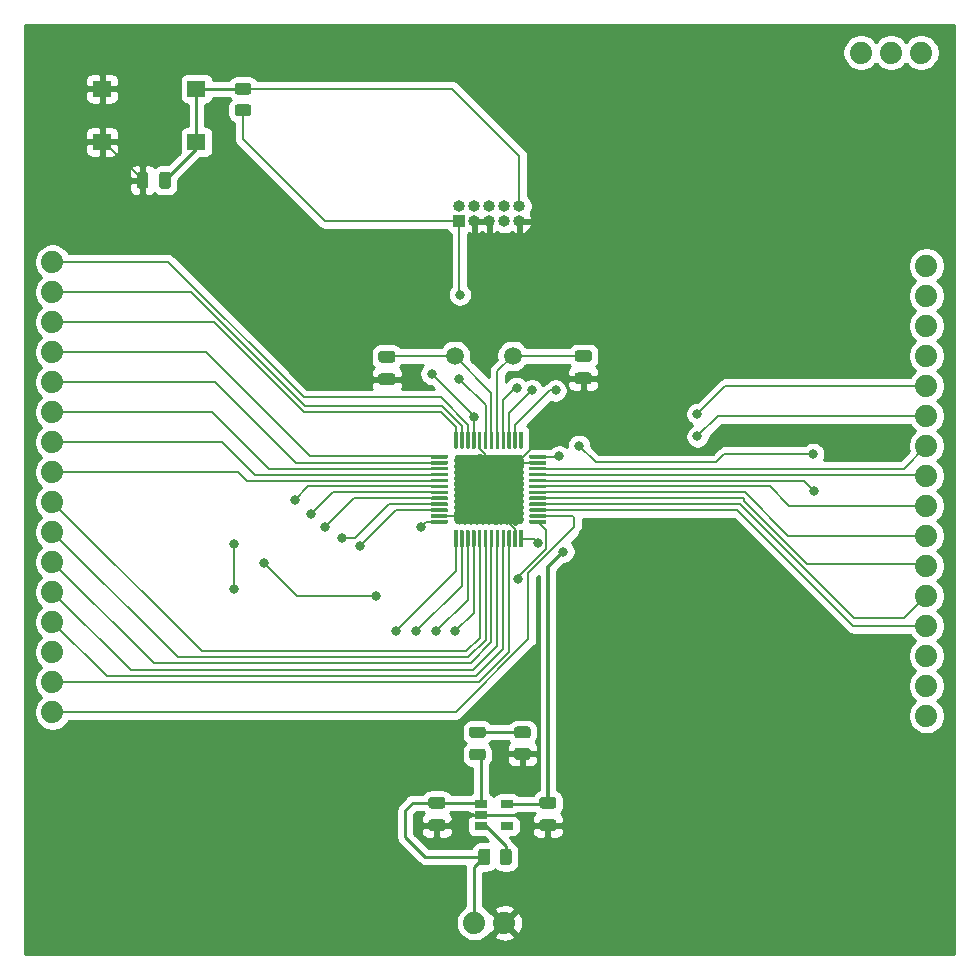
<source format=gbr>
%TF.GenerationSoftware,KiCad,Pcbnew,(5.1.9)-1*%
%TF.CreationDate,2021-02-25T22:56:50-07:00*%
%TF.ProjectId,Avionics_Computer,4176696f-6e69-4637-935f-436f6d707574,rev?*%
%TF.SameCoordinates,Original*%
%TF.FileFunction,Copper,L1,Top*%
%TF.FilePolarity,Positive*%
%FSLAX46Y46*%
G04 Gerber Fmt 4.6, Leading zero omitted, Abs format (unit mm)*
G04 Created by KiCad (PCBNEW (5.1.9)-1) date 2021-02-25 22:56:50*
%MOMM*%
%LPD*%
G01*
G04 APERTURE LIST*
%TA.AperFunction,ComponentPad*%
%ADD10C,1.500000*%
%TD*%
%TA.AperFunction,SMDPad,CuDef*%
%ADD11R,1.060000X0.650000*%
%TD*%
%TA.AperFunction,SMDPad,CuDef*%
%ADD12R,1.600000X1.400000*%
%TD*%
%TA.AperFunction,ComponentPad*%
%ADD13C,1.879600*%
%TD*%
%TA.AperFunction,ComponentPad*%
%ADD14O,1.000000X1.000000*%
%TD*%
%TA.AperFunction,ComponentPad*%
%ADD15R,1.000000X1.000000*%
%TD*%
%TA.AperFunction,ViaPad*%
%ADD16C,0.800000*%
%TD*%
%TA.AperFunction,Conductor*%
%ADD17C,0.250000*%
%TD*%
%TA.AperFunction,Conductor*%
%ADD18C,0.210000*%
%TD*%
%TA.AperFunction,Conductor*%
%ADD19C,0.300000*%
%TD*%
%TA.AperFunction,Conductor*%
%ADD20C,0.254000*%
%TD*%
%TA.AperFunction,Conductor*%
%ADD21C,0.100000*%
%TD*%
G04 APERTURE END LIST*
%TO.P,U1,48*%
%TO.N,+3V3*%
%TA.AperFunction,SMDPad,CuDef*%
G36*
G01*
X148420000Y-99087500D02*
X149745000Y-99087500D01*
G75*
G02*
X149820000Y-99162500I0J-75000D01*
G01*
X149820000Y-99312500D01*
G75*
G02*
X149745000Y-99387500I-75000J0D01*
G01*
X148420000Y-99387500D01*
G75*
G02*
X148345000Y-99312500I0J75000D01*
G01*
X148345000Y-99162500D01*
G75*
G02*
X148420000Y-99087500I75000J0D01*
G01*
G37*
%TD.AperFunction*%
%TO.P,U1,47*%
%TO.N,GND*%
%TA.AperFunction,SMDPad,CuDef*%
G36*
G01*
X148420000Y-99587500D02*
X149745000Y-99587500D01*
G75*
G02*
X149820000Y-99662500I0J-75000D01*
G01*
X149820000Y-99812500D01*
G75*
G02*
X149745000Y-99887500I-75000J0D01*
G01*
X148420000Y-99887500D01*
G75*
G02*
X148345000Y-99812500I0J75000D01*
G01*
X148345000Y-99662500D01*
G75*
G02*
X148420000Y-99587500I75000J0D01*
G01*
G37*
%TD.AperFunction*%
%TO.P,U1,46*%
%TO.N,PB9*%
%TA.AperFunction,SMDPad,CuDef*%
G36*
G01*
X148420000Y-100087500D02*
X149745000Y-100087500D01*
G75*
G02*
X149820000Y-100162500I0J-75000D01*
G01*
X149820000Y-100312500D01*
G75*
G02*
X149745000Y-100387500I-75000J0D01*
G01*
X148420000Y-100387500D01*
G75*
G02*
X148345000Y-100312500I0J75000D01*
G01*
X148345000Y-100162500D01*
G75*
G02*
X148420000Y-100087500I75000J0D01*
G01*
G37*
%TD.AperFunction*%
%TO.P,U1,45*%
%TO.N,PB8*%
%TA.AperFunction,SMDPad,CuDef*%
G36*
G01*
X148420000Y-100587500D02*
X149745000Y-100587500D01*
G75*
G02*
X149820000Y-100662500I0J-75000D01*
G01*
X149820000Y-100812500D01*
G75*
G02*
X149745000Y-100887500I-75000J0D01*
G01*
X148420000Y-100887500D01*
G75*
G02*
X148345000Y-100812500I0J75000D01*
G01*
X148345000Y-100662500D01*
G75*
G02*
X148420000Y-100587500I75000J0D01*
G01*
G37*
%TD.AperFunction*%
%TO.P,U1,44*%
%TO.N,Net-(R1-Pad1)*%
%TA.AperFunction,SMDPad,CuDef*%
G36*
G01*
X148420000Y-101087500D02*
X149745000Y-101087500D01*
G75*
G02*
X149820000Y-101162500I0J-75000D01*
G01*
X149820000Y-101312500D01*
G75*
G02*
X149745000Y-101387500I-75000J0D01*
G01*
X148420000Y-101387500D01*
G75*
G02*
X148345000Y-101312500I0J75000D01*
G01*
X148345000Y-101162500D01*
G75*
G02*
X148420000Y-101087500I75000J0D01*
G01*
G37*
%TD.AperFunction*%
%TO.P,U1,43*%
%TO.N,PB7*%
%TA.AperFunction,SMDPad,CuDef*%
G36*
G01*
X148420000Y-101587500D02*
X149745000Y-101587500D01*
G75*
G02*
X149820000Y-101662500I0J-75000D01*
G01*
X149820000Y-101812500D01*
G75*
G02*
X149745000Y-101887500I-75000J0D01*
G01*
X148420000Y-101887500D01*
G75*
G02*
X148345000Y-101812500I0J75000D01*
G01*
X148345000Y-101662500D01*
G75*
G02*
X148420000Y-101587500I75000J0D01*
G01*
G37*
%TD.AperFunction*%
%TO.P,U1,42*%
%TO.N,PB6*%
%TA.AperFunction,SMDPad,CuDef*%
G36*
G01*
X148420000Y-102087500D02*
X149745000Y-102087500D01*
G75*
G02*
X149820000Y-102162500I0J-75000D01*
G01*
X149820000Y-102312500D01*
G75*
G02*
X149745000Y-102387500I-75000J0D01*
G01*
X148420000Y-102387500D01*
G75*
G02*
X148345000Y-102312500I0J75000D01*
G01*
X148345000Y-102162500D01*
G75*
G02*
X148420000Y-102087500I75000J0D01*
G01*
G37*
%TD.AperFunction*%
%TO.P,U1,41*%
%TO.N,PB5*%
%TA.AperFunction,SMDPad,CuDef*%
G36*
G01*
X148420000Y-102587500D02*
X149745000Y-102587500D01*
G75*
G02*
X149820000Y-102662500I0J-75000D01*
G01*
X149820000Y-102812500D01*
G75*
G02*
X149745000Y-102887500I-75000J0D01*
G01*
X148420000Y-102887500D01*
G75*
G02*
X148345000Y-102812500I0J75000D01*
G01*
X148345000Y-102662500D01*
G75*
G02*
X148420000Y-102587500I75000J0D01*
G01*
G37*
%TD.AperFunction*%
%TO.P,U1,40*%
%TO.N,PB4*%
%TA.AperFunction,SMDPad,CuDef*%
G36*
G01*
X148420000Y-103087500D02*
X149745000Y-103087500D01*
G75*
G02*
X149820000Y-103162500I0J-75000D01*
G01*
X149820000Y-103312500D01*
G75*
G02*
X149745000Y-103387500I-75000J0D01*
G01*
X148420000Y-103387500D01*
G75*
G02*
X148345000Y-103312500I0J75000D01*
G01*
X148345000Y-103162500D01*
G75*
G02*
X148420000Y-103087500I75000J0D01*
G01*
G37*
%TD.AperFunction*%
%TO.P,U1,39*%
%TO.N,PB3*%
%TA.AperFunction,SMDPad,CuDef*%
G36*
G01*
X148420000Y-103587500D02*
X149745000Y-103587500D01*
G75*
G02*
X149820000Y-103662500I0J-75000D01*
G01*
X149820000Y-103812500D01*
G75*
G02*
X149745000Y-103887500I-75000J0D01*
G01*
X148420000Y-103887500D01*
G75*
G02*
X148345000Y-103812500I0J75000D01*
G01*
X148345000Y-103662500D01*
G75*
G02*
X148420000Y-103587500I75000J0D01*
G01*
G37*
%TD.AperFunction*%
%TO.P,U1,38*%
%TO.N,PA15*%
%TA.AperFunction,SMDPad,CuDef*%
G36*
G01*
X148420000Y-104087500D02*
X149745000Y-104087500D01*
G75*
G02*
X149820000Y-104162500I0J-75000D01*
G01*
X149820000Y-104312500D01*
G75*
G02*
X149745000Y-104387500I-75000J0D01*
G01*
X148420000Y-104387500D01*
G75*
G02*
X148345000Y-104312500I0J75000D01*
G01*
X148345000Y-104162500D01*
G75*
G02*
X148420000Y-104087500I75000J0D01*
G01*
G37*
%TD.AperFunction*%
%TO.P,U1,37*%
%TO.N,PA13-SWD_IO*%
%TA.AperFunction,SMDPad,CuDef*%
G36*
G01*
X148420000Y-104587500D02*
X149745000Y-104587500D01*
G75*
G02*
X149820000Y-104662500I0J-75000D01*
G01*
X149820000Y-104812500D01*
G75*
G02*
X149745000Y-104887500I-75000J0D01*
G01*
X148420000Y-104887500D01*
G75*
G02*
X148345000Y-104812500I0J75000D01*
G01*
X148345000Y-104662500D01*
G75*
G02*
X148420000Y-104587500I75000J0D01*
G01*
G37*
%TD.AperFunction*%
%TO.P,U1,36*%
%TO.N,+3V3*%
%TA.AperFunction,SMDPad,CuDef*%
G36*
G01*
X147595000Y-105412500D02*
X147745000Y-105412500D01*
G75*
G02*
X147820000Y-105487500I0J-75000D01*
G01*
X147820000Y-106812500D01*
G75*
G02*
X147745000Y-106887500I-75000J0D01*
G01*
X147595000Y-106887500D01*
G75*
G02*
X147520000Y-106812500I0J75000D01*
G01*
X147520000Y-105487500D01*
G75*
G02*
X147595000Y-105412500I75000J0D01*
G01*
G37*
%TD.AperFunction*%
%TO.P,U1,35*%
%TO.N,GND*%
%TA.AperFunction,SMDPad,CuDef*%
G36*
G01*
X147095000Y-105412500D02*
X147245000Y-105412500D01*
G75*
G02*
X147320000Y-105487500I0J-75000D01*
G01*
X147320000Y-106812500D01*
G75*
G02*
X147245000Y-106887500I-75000J0D01*
G01*
X147095000Y-106887500D01*
G75*
G02*
X147020000Y-106812500I0J75000D01*
G01*
X147020000Y-105487500D01*
G75*
G02*
X147095000Y-105412500I75000J0D01*
G01*
G37*
%TD.AperFunction*%
%TO.P,U1,34*%
%TO.N,PA14-SWD_CLK*%
%TA.AperFunction,SMDPad,CuDef*%
G36*
G01*
X146595000Y-105412500D02*
X146745000Y-105412500D01*
G75*
G02*
X146820000Y-105487500I0J-75000D01*
G01*
X146820000Y-106812500D01*
G75*
G02*
X146745000Y-106887500I-75000J0D01*
G01*
X146595000Y-106887500D01*
G75*
G02*
X146520000Y-106812500I0J75000D01*
G01*
X146520000Y-105487500D01*
G75*
G02*
X146595000Y-105412500I75000J0D01*
G01*
G37*
%TD.AperFunction*%
%TO.P,U1,33*%
%TO.N,PA12*%
%TA.AperFunction,SMDPad,CuDef*%
G36*
G01*
X146095000Y-105412500D02*
X146245000Y-105412500D01*
G75*
G02*
X146320000Y-105487500I0J-75000D01*
G01*
X146320000Y-106812500D01*
G75*
G02*
X146245000Y-106887500I-75000J0D01*
G01*
X146095000Y-106887500D01*
G75*
G02*
X146020000Y-106812500I0J75000D01*
G01*
X146020000Y-105487500D01*
G75*
G02*
X146095000Y-105412500I75000J0D01*
G01*
G37*
%TD.AperFunction*%
%TO.P,U1,32*%
%TO.N,PA11*%
%TA.AperFunction,SMDPad,CuDef*%
G36*
G01*
X145595000Y-105412500D02*
X145745000Y-105412500D01*
G75*
G02*
X145820000Y-105487500I0J-75000D01*
G01*
X145820000Y-106812500D01*
G75*
G02*
X145745000Y-106887500I-75000J0D01*
G01*
X145595000Y-106887500D01*
G75*
G02*
X145520000Y-106812500I0J75000D01*
G01*
X145520000Y-105487500D01*
G75*
G02*
X145595000Y-105412500I75000J0D01*
G01*
G37*
%TD.AperFunction*%
%TO.P,U1,31*%
%TO.N,PA10*%
%TA.AperFunction,SMDPad,CuDef*%
G36*
G01*
X145095000Y-105412500D02*
X145245000Y-105412500D01*
G75*
G02*
X145320000Y-105487500I0J-75000D01*
G01*
X145320000Y-106812500D01*
G75*
G02*
X145245000Y-106887500I-75000J0D01*
G01*
X145095000Y-106887500D01*
G75*
G02*
X145020000Y-106812500I0J75000D01*
G01*
X145020000Y-105487500D01*
G75*
G02*
X145095000Y-105412500I75000J0D01*
G01*
G37*
%TD.AperFunction*%
%TO.P,U1,30*%
%TO.N,PA9*%
%TA.AperFunction,SMDPad,CuDef*%
G36*
G01*
X144595000Y-105412500D02*
X144745000Y-105412500D01*
G75*
G02*
X144820000Y-105487500I0J-75000D01*
G01*
X144820000Y-106812500D01*
G75*
G02*
X144745000Y-106887500I-75000J0D01*
G01*
X144595000Y-106887500D01*
G75*
G02*
X144520000Y-106812500I0J75000D01*
G01*
X144520000Y-105487500D01*
G75*
G02*
X144595000Y-105412500I75000J0D01*
G01*
G37*
%TD.AperFunction*%
%TO.P,U1,29*%
%TO.N,PA8*%
%TA.AperFunction,SMDPad,CuDef*%
G36*
G01*
X144095000Y-105412500D02*
X144245000Y-105412500D01*
G75*
G02*
X144320000Y-105487500I0J-75000D01*
G01*
X144320000Y-106812500D01*
G75*
G02*
X144245000Y-106887500I-75000J0D01*
G01*
X144095000Y-106887500D01*
G75*
G02*
X144020000Y-106812500I0J75000D01*
G01*
X144020000Y-105487500D01*
G75*
G02*
X144095000Y-105412500I75000J0D01*
G01*
G37*
%TD.AperFunction*%
%TO.P,U1,28*%
%TO.N,PB15*%
%TA.AperFunction,SMDPad,CuDef*%
G36*
G01*
X143595000Y-105412500D02*
X143745000Y-105412500D01*
G75*
G02*
X143820000Y-105487500I0J-75000D01*
G01*
X143820000Y-106812500D01*
G75*
G02*
X143745000Y-106887500I-75000J0D01*
G01*
X143595000Y-106887500D01*
G75*
G02*
X143520000Y-106812500I0J75000D01*
G01*
X143520000Y-105487500D01*
G75*
G02*
X143595000Y-105412500I75000J0D01*
G01*
G37*
%TD.AperFunction*%
%TO.P,U1,27*%
%TO.N,PB14*%
%TA.AperFunction,SMDPad,CuDef*%
G36*
G01*
X143095000Y-105412500D02*
X143245000Y-105412500D01*
G75*
G02*
X143320000Y-105487500I0J-75000D01*
G01*
X143320000Y-106812500D01*
G75*
G02*
X143245000Y-106887500I-75000J0D01*
G01*
X143095000Y-106887500D01*
G75*
G02*
X143020000Y-106812500I0J75000D01*
G01*
X143020000Y-105487500D01*
G75*
G02*
X143095000Y-105412500I75000J0D01*
G01*
G37*
%TD.AperFunction*%
%TO.P,U1,26*%
%TO.N,PB13*%
%TA.AperFunction,SMDPad,CuDef*%
G36*
G01*
X142595000Y-105412500D02*
X142745000Y-105412500D01*
G75*
G02*
X142820000Y-105487500I0J-75000D01*
G01*
X142820000Y-106812500D01*
G75*
G02*
X142745000Y-106887500I-75000J0D01*
G01*
X142595000Y-106887500D01*
G75*
G02*
X142520000Y-106812500I0J75000D01*
G01*
X142520000Y-105487500D01*
G75*
G02*
X142595000Y-105412500I75000J0D01*
G01*
G37*
%TD.AperFunction*%
%TO.P,U1,25*%
%TO.N,PB12*%
%TA.AperFunction,SMDPad,CuDef*%
G36*
G01*
X142095000Y-105412500D02*
X142245000Y-105412500D01*
G75*
G02*
X142320000Y-105487500I0J-75000D01*
G01*
X142320000Y-106812500D01*
G75*
G02*
X142245000Y-106887500I-75000J0D01*
G01*
X142095000Y-106887500D01*
G75*
G02*
X142020000Y-106812500I0J75000D01*
G01*
X142020000Y-105487500D01*
G75*
G02*
X142095000Y-105412500I75000J0D01*
G01*
G37*
%TD.AperFunction*%
%TO.P,U1,24*%
%TO.N,+3V3*%
%TA.AperFunction,SMDPad,CuDef*%
G36*
G01*
X140095000Y-104587500D02*
X141420000Y-104587500D01*
G75*
G02*
X141495000Y-104662500I0J-75000D01*
G01*
X141495000Y-104812500D01*
G75*
G02*
X141420000Y-104887500I-75000J0D01*
G01*
X140095000Y-104887500D01*
G75*
G02*
X140020000Y-104812500I0J75000D01*
G01*
X140020000Y-104662500D01*
G75*
G02*
X140095000Y-104587500I75000J0D01*
G01*
G37*
%TD.AperFunction*%
%TO.P,U1,23*%
%TO.N,GND*%
%TA.AperFunction,SMDPad,CuDef*%
G36*
G01*
X140095000Y-104087500D02*
X141420000Y-104087500D01*
G75*
G02*
X141495000Y-104162500I0J-75000D01*
G01*
X141495000Y-104312500D01*
G75*
G02*
X141420000Y-104387500I-75000J0D01*
G01*
X140095000Y-104387500D01*
G75*
G02*
X140020000Y-104312500I0J75000D01*
G01*
X140020000Y-104162500D01*
G75*
G02*
X140095000Y-104087500I75000J0D01*
G01*
G37*
%TD.AperFunction*%
%TO.P,U1,22*%
%TO.N,PB11*%
%TA.AperFunction,SMDPad,CuDef*%
G36*
G01*
X140095000Y-103587500D02*
X141420000Y-103587500D01*
G75*
G02*
X141495000Y-103662500I0J-75000D01*
G01*
X141495000Y-103812500D01*
G75*
G02*
X141420000Y-103887500I-75000J0D01*
G01*
X140095000Y-103887500D01*
G75*
G02*
X140020000Y-103812500I0J75000D01*
G01*
X140020000Y-103662500D01*
G75*
G02*
X140095000Y-103587500I75000J0D01*
G01*
G37*
%TD.AperFunction*%
%TO.P,U1,21*%
%TO.N,PB10*%
%TA.AperFunction,SMDPad,CuDef*%
G36*
G01*
X140095000Y-103087500D02*
X141420000Y-103087500D01*
G75*
G02*
X141495000Y-103162500I0J-75000D01*
G01*
X141495000Y-103312500D01*
G75*
G02*
X141420000Y-103387500I-75000J0D01*
G01*
X140095000Y-103387500D01*
G75*
G02*
X140020000Y-103312500I0J75000D01*
G01*
X140020000Y-103162500D01*
G75*
G02*
X140095000Y-103087500I75000J0D01*
G01*
G37*
%TD.AperFunction*%
%TO.P,U1,20*%
%TO.N,PB2*%
%TA.AperFunction,SMDPad,CuDef*%
G36*
G01*
X140095000Y-102587500D02*
X141420000Y-102587500D01*
G75*
G02*
X141495000Y-102662500I0J-75000D01*
G01*
X141495000Y-102812500D01*
G75*
G02*
X141420000Y-102887500I-75000J0D01*
G01*
X140095000Y-102887500D01*
G75*
G02*
X140020000Y-102812500I0J75000D01*
G01*
X140020000Y-102662500D01*
G75*
G02*
X140095000Y-102587500I75000J0D01*
G01*
G37*
%TD.AperFunction*%
%TO.P,U1,19*%
%TO.N,PB1*%
%TA.AperFunction,SMDPad,CuDef*%
G36*
G01*
X140095000Y-102087500D02*
X141420000Y-102087500D01*
G75*
G02*
X141495000Y-102162500I0J-75000D01*
G01*
X141495000Y-102312500D01*
G75*
G02*
X141420000Y-102387500I-75000J0D01*
G01*
X140095000Y-102387500D01*
G75*
G02*
X140020000Y-102312500I0J75000D01*
G01*
X140020000Y-102162500D01*
G75*
G02*
X140095000Y-102087500I75000J0D01*
G01*
G37*
%TD.AperFunction*%
%TO.P,U1,18*%
%TO.N,PB0*%
%TA.AperFunction,SMDPad,CuDef*%
G36*
G01*
X140095000Y-101587500D02*
X141420000Y-101587500D01*
G75*
G02*
X141495000Y-101662500I0J-75000D01*
G01*
X141495000Y-101812500D01*
G75*
G02*
X141420000Y-101887500I-75000J0D01*
G01*
X140095000Y-101887500D01*
G75*
G02*
X140020000Y-101812500I0J75000D01*
G01*
X140020000Y-101662500D01*
G75*
G02*
X140095000Y-101587500I75000J0D01*
G01*
G37*
%TD.AperFunction*%
%TO.P,U1,17*%
%TO.N,PA7*%
%TA.AperFunction,SMDPad,CuDef*%
G36*
G01*
X140095000Y-101087500D02*
X141420000Y-101087500D01*
G75*
G02*
X141495000Y-101162500I0J-75000D01*
G01*
X141495000Y-101312500D01*
G75*
G02*
X141420000Y-101387500I-75000J0D01*
G01*
X140095000Y-101387500D01*
G75*
G02*
X140020000Y-101312500I0J75000D01*
G01*
X140020000Y-101162500D01*
G75*
G02*
X140095000Y-101087500I75000J0D01*
G01*
G37*
%TD.AperFunction*%
%TO.P,U1,16*%
%TO.N,PA6*%
%TA.AperFunction,SMDPad,CuDef*%
G36*
G01*
X140095000Y-100587500D02*
X141420000Y-100587500D01*
G75*
G02*
X141495000Y-100662500I0J-75000D01*
G01*
X141495000Y-100812500D01*
G75*
G02*
X141420000Y-100887500I-75000J0D01*
G01*
X140095000Y-100887500D01*
G75*
G02*
X140020000Y-100812500I0J75000D01*
G01*
X140020000Y-100662500D01*
G75*
G02*
X140095000Y-100587500I75000J0D01*
G01*
G37*
%TD.AperFunction*%
%TO.P,U1,15*%
%TO.N,PA5*%
%TA.AperFunction,SMDPad,CuDef*%
G36*
G01*
X140095000Y-100087500D02*
X141420000Y-100087500D01*
G75*
G02*
X141495000Y-100162500I0J-75000D01*
G01*
X141495000Y-100312500D01*
G75*
G02*
X141420000Y-100387500I-75000J0D01*
G01*
X140095000Y-100387500D01*
G75*
G02*
X140020000Y-100312500I0J75000D01*
G01*
X140020000Y-100162500D01*
G75*
G02*
X140095000Y-100087500I75000J0D01*
G01*
G37*
%TD.AperFunction*%
%TO.P,U1,14*%
%TO.N,PA4*%
%TA.AperFunction,SMDPad,CuDef*%
G36*
G01*
X140095000Y-99587500D02*
X141420000Y-99587500D01*
G75*
G02*
X141495000Y-99662500I0J-75000D01*
G01*
X141495000Y-99812500D01*
G75*
G02*
X141420000Y-99887500I-75000J0D01*
G01*
X140095000Y-99887500D01*
G75*
G02*
X140020000Y-99812500I0J75000D01*
G01*
X140020000Y-99662500D01*
G75*
G02*
X140095000Y-99587500I75000J0D01*
G01*
G37*
%TD.AperFunction*%
%TO.P,U1,13*%
%TO.N,PA3*%
%TA.AperFunction,SMDPad,CuDef*%
G36*
G01*
X140095000Y-99087500D02*
X141420000Y-99087500D01*
G75*
G02*
X141495000Y-99162500I0J-75000D01*
G01*
X141495000Y-99312500D01*
G75*
G02*
X141420000Y-99387500I-75000J0D01*
G01*
X140095000Y-99387500D01*
G75*
G02*
X140020000Y-99312500I0J75000D01*
G01*
X140020000Y-99162500D01*
G75*
G02*
X140095000Y-99087500I75000J0D01*
G01*
G37*
%TD.AperFunction*%
%TO.P,U1,12*%
%TO.N,PA2*%
%TA.AperFunction,SMDPad,CuDef*%
G36*
G01*
X142095000Y-97087500D02*
X142245000Y-97087500D01*
G75*
G02*
X142320000Y-97162500I0J-75000D01*
G01*
X142320000Y-98487500D01*
G75*
G02*
X142245000Y-98562500I-75000J0D01*
G01*
X142095000Y-98562500D01*
G75*
G02*
X142020000Y-98487500I0J75000D01*
G01*
X142020000Y-97162500D01*
G75*
G02*
X142095000Y-97087500I75000J0D01*
G01*
G37*
%TD.AperFunction*%
%TO.P,U1,11*%
%TO.N,PA1*%
%TA.AperFunction,SMDPad,CuDef*%
G36*
G01*
X142595000Y-97087500D02*
X142745000Y-97087500D01*
G75*
G02*
X142820000Y-97162500I0J-75000D01*
G01*
X142820000Y-98487500D01*
G75*
G02*
X142745000Y-98562500I-75000J0D01*
G01*
X142595000Y-98562500D01*
G75*
G02*
X142520000Y-98487500I0J75000D01*
G01*
X142520000Y-97162500D01*
G75*
G02*
X142595000Y-97087500I75000J0D01*
G01*
G37*
%TD.AperFunction*%
%TO.P,U1,10*%
%TO.N,PA0*%
%TA.AperFunction,SMDPad,CuDef*%
G36*
G01*
X143095000Y-97087500D02*
X143245000Y-97087500D01*
G75*
G02*
X143320000Y-97162500I0J-75000D01*
G01*
X143320000Y-98487500D01*
G75*
G02*
X143245000Y-98562500I-75000J0D01*
G01*
X143095000Y-98562500D01*
G75*
G02*
X143020000Y-98487500I0J75000D01*
G01*
X143020000Y-97162500D01*
G75*
G02*
X143095000Y-97087500I75000J0D01*
G01*
G37*
%TD.AperFunction*%
%TO.P,U1,9*%
%TO.N,+3V3*%
%TA.AperFunction,SMDPad,CuDef*%
G36*
G01*
X143595000Y-97087500D02*
X143745000Y-97087500D01*
G75*
G02*
X143820000Y-97162500I0J-75000D01*
G01*
X143820000Y-98487500D01*
G75*
G02*
X143745000Y-98562500I-75000J0D01*
G01*
X143595000Y-98562500D01*
G75*
G02*
X143520000Y-98487500I0J75000D01*
G01*
X143520000Y-97162500D01*
G75*
G02*
X143595000Y-97087500I75000J0D01*
G01*
G37*
%TD.AperFunction*%
%TO.P,U1,8*%
%TO.N,GND*%
%TA.AperFunction,SMDPad,CuDef*%
G36*
G01*
X144095000Y-97087500D02*
X144245000Y-97087500D01*
G75*
G02*
X144320000Y-97162500I0J-75000D01*
G01*
X144320000Y-98487500D01*
G75*
G02*
X144245000Y-98562500I-75000J0D01*
G01*
X144095000Y-98562500D01*
G75*
G02*
X144020000Y-98487500I0J75000D01*
G01*
X144020000Y-97162500D01*
G75*
G02*
X144095000Y-97087500I75000J0D01*
G01*
G37*
%TD.AperFunction*%
%TO.P,U1,7*%
%TO.N,RESET*%
%TA.AperFunction,SMDPad,CuDef*%
G36*
G01*
X144595000Y-97087500D02*
X144745000Y-97087500D01*
G75*
G02*
X144820000Y-97162500I0J-75000D01*
G01*
X144820000Y-98487500D01*
G75*
G02*
X144745000Y-98562500I-75000J0D01*
G01*
X144595000Y-98562500D01*
G75*
G02*
X144520000Y-98487500I0J75000D01*
G01*
X144520000Y-97162500D01*
G75*
G02*
X144595000Y-97087500I75000J0D01*
G01*
G37*
%TD.AperFunction*%
%TO.P,U1,6*%
%TO.N,PD1-OSC_OUT*%
%TA.AperFunction,SMDPad,CuDef*%
G36*
G01*
X145095000Y-97087500D02*
X145245000Y-97087500D01*
G75*
G02*
X145320000Y-97162500I0J-75000D01*
G01*
X145320000Y-98487500D01*
G75*
G02*
X145245000Y-98562500I-75000J0D01*
G01*
X145095000Y-98562500D01*
G75*
G02*
X145020000Y-98487500I0J75000D01*
G01*
X145020000Y-97162500D01*
G75*
G02*
X145095000Y-97087500I75000J0D01*
G01*
G37*
%TD.AperFunction*%
%TO.P,U1,5*%
%TO.N,PD0-OSC_IN*%
%TA.AperFunction,SMDPad,CuDef*%
G36*
G01*
X145595000Y-97087500D02*
X145745000Y-97087500D01*
G75*
G02*
X145820000Y-97162500I0J-75000D01*
G01*
X145820000Y-98487500D01*
G75*
G02*
X145745000Y-98562500I-75000J0D01*
G01*
X145595000Y-98562500D01*
G75*
G02*
X145520000Y-98487500I0J75000D01*
G01*
X145520000Y-97162500D01*
G75*
G02*
X145595000Y-97087500I75000J0D01*
G01*
G37*
%TD.AperFunction*%
%TO.P,U1,4*%
%TO.N,PC15*%
%TA.AperFunction,SMDPad,CuDef*%
G36*
G01*
X146095000Y-97087500D02*
X146245000Y-97087500D01*
G75*
G02*
X146320000Y-97162500I0J-75000D01*
G01*
X146320000Y-98487500D01*
G75*
G02*
X146245000Y-98562500I-75000J0D01*
G01*
X146095000Y-98562500D01*
G75*
G02*
X146020000Y-98487500I0J75000D01*
G01*
X146020000Y-97162500D01*
G75*
G02*
X146095000Y-97087500I75000J0D01*
G01*
G37*
%TD.AperFunction*%
%TO.P,U1,3*%
%TO.N,PC14*%
%TA.AperFunction,SMDPad,CuDef*%
G36*
G01*
X146595000Y-97087500D02*
X146745000Y-97087500D01*
G75*
G02*
X146820000Y-97162500I0J-75000D01*
G01*
X146820000Y-98487500D01*
G75*
G02*
X146745000Y-98562500I-75000J0D01*
G01*
X146595000Y-98562500D01*
G75*
G02*
X146520000Y-98487500I0J75000D01*
G01*
X146520000Y-97162500D01*
G75*
G02*
X146595000Y-97087500I75000J0D01*
G01*
G37*
%TD.AperFunction*%
%TO.P,U1,2*%
%TO.N,PC13*%
%TA.AperFunction,SMDPad,CuDef*%
G36*
G01*
X147095000Y-97087500D02*
X147245000Y-97087500D01*
G75*
G02*
X147320000Y-97162500I0J-75000D01*
G01*
X147320000Y-98487500D01*
G75*
G02*
X147245000Y-98562500I-75000J0D01*
G01*
X147095000Y-98562500D01*
G75*
G02*
X147020000Y-98487500I0J75000D01*
G01*
X147020000Y-97162500D01*
G75*
G02*
X147095000Y-97087500I75000J0D01*
G01*
G37*
%TD.AperFunction*%
%TO.P,U1,1*%
%TO.N,Net-(U1-Pad1)*%
%TA.AperFunction,SMDPad,CuDef*%
G36*
G01*
X147595000Y-97087500D02*
X147745000Y-97087500D01*
G75*
G02*
X147820000Y-97162500I0J-75000D01*
G01*
X147820000Y-98487500D01*
G75*
G02*
X147745000Y-98562500I-75000J0D01*
G01*
X147595000Y-98562500D01*
G75*
G02*
X147520000Y-98487500I0J75000D01*
G01*
X147520000Y-97162500D01*
G75*
G02*
X147595000Y-97087500I75000J0D01*
G01*
G37*
%TD.AperFunction*%
%TD*%
D10*
%TO.P,Y1,2*%
%TO.N,PD1-OSC_OUT*%
X142073000Y-90689000D03*
%TO.P,Y1,1*%
%TO.N,PD0-OSC_IN*%
X146973000Y-90689000D03*
%TD*%
D11*
%TO.P,U2,5*%
%TO.N,+3V3*%
X146473000Y-128591000D03*
%TO.P,U2,4*%
%TO.N,Net-(U2-Pad4)*%
X146473000Y-130491000D03*
%TO.P,U2,3*%
%TO.N,Net-(R2-Pad2)*%
X144273000Y-130491000D03*
%TO.P,U2,2*%
%TO.N,GND*%
X144273000Y-129541000D03*
%TO.P,U2,1*%
%TO.N,VCC*%
X144273000Y-128591000D03*
%TD*%
D12*
%TO.P,S1,3*%
%TO.N,GND*%
X112196000Y-72568000D03*
%TO.P,S1,4*%
%TO.N,RESET*%
X120196000Y-72568000D03*
%TO.P,S1,1*%
%TO.N,GND*%
X112196000Y-68068000D03*
%TO.P,S1,2*%
%TO.N,RESET*%
X120196000Y-68068000D03*
%TD*%
%TO.P,R4,2*%
%TO.N,GND*%
%TA.AperFunction,SMDPad,CuDef*%
G36*
G01*
X147335999Y-123868500D02*
X148236001Y-123868500D01*
G75*
G02*
X148486000Y-124118499I0J-249999D01*
G01*
X148486000Y-124643501D01*
G75*
G02*
X148236001Y-124893500I-249999J0D01*
G01*
X147335999Y-124893500D01*
G75*
G02*
X147086000Y-124643501I0J249999D01*
G01*
X147086000Y-124118499D01*
G75*
G02*
X147335999Y-123868500I249999J0D01*
G01*
G37*
%TD.AperFunction*%
%TO.P,R4,1*%
%TO.N,Net-(D1-Pad1)*%
%TA.AperFunction,SMDPad,CuDef*%
G36*
G01*
X147335999Y-122043500D02*
X148236001Y-122043500D01*
G75*
G02*
X148486000Y-122293499I0J-249999D01*
G01*
X148486000Y-122818501D01*
G75*
G02*
X148236001Y-123068500I-249999J0D01*
G01*
X147335999Y-123068500D01*
G75*
G02*
X147086000Y-122818501I0J249999D01*
G01*
X147086000Y-122293499D01*
G75*
G02*
X147335999Y-122043500I249999J0D01*
G01*
G37*
%TD.AperFunction*%
%TD*%
%TO.P,R3,2*%
%TO.N,RESET*%
%TA.AperFunction,SMDPad,CuDef*%
G36*
G01*
X124584001Y-68580500D02*
X123683999Y-68580500D01*
G75*
G02*
X123434000Y-68330501I0J249999D01*
G01*
X123434000Y-67805499D01*
G75*
G02*
X123683999Y-67555500I249999J0D01*
G01*
X124584001Y-67555500D01*
G75*
G02*
X124834000Y-67805499I0J-249999D01*
G01*
X124834000Y-68330501D01*
G75*
G02*
X124584001Y-68580500I-249999J0D01*
G01*
G37*
%TD.AperFunction*%
%TO.P,R3,1*%
%TO.N,+3V3*%
%TA.AperFunction,SMDPad,CuDef*%
G36*
G01*
X124584001Y-70405500D02*
X123683999Y-70405500D01*
G75*
G02*
X123434000Y-70155501I0J249999D01*
G01*
X123434000Y-69630499D01*
G75*
G02*
X123683999Y-69380500I249999J0D01*
G01*
X124584001Y-69380500D01*
G75*
G02*
X124834000Y-69630499I0J-249999D01*
G01*
X124834000Y-70155501D01*
G75*
G02*
X124584001Y-70405500I-249999J0D01*
G01*
G37*
%TD.AperFunction*%
%TD*%
%TO.P,R2,2*%
%TO.N,Net-(R2-Pad2)*%
%TA.AperFunction,SMDPad,CuDef*%
G36*
G01*
X145876500Y-133547001D02*
X145876500Y-132646999D01*
G75*
G02*
X146126499Y-132397000I249999J0D01*
G01*
X146651501Y-132397000D01*
G75*
G02*
X146901500Y-132646999I0J-249999D01*
G01*
X146901500Y-133547001D01*
G75*
G02*
X146651501Y-133797000I-249999J0D01*
G01*
X146126499Y-133797000D01*
G75*
G02*
X145876500Y-133547001I0J249999D01*
G01*
G37*
%TD.AperFunction*%
%TO.P,R2,1*%
%TO.N,VCC*%
%TA.AperFunction,SMDPad,CuDef*%
G36*
G01*
X144051500Y-133547001D02*
X144051500Y-132646999D01*
G75*
G02*
X144301499Y-132397000I249999J0D01*
G01*
X144826501Y-132397000D01*
G75*
G02*
X145076500Y-132646999I0J-249999D01*
G01*
X145076500Y-133547001D01*
G75*
G02*
X144826501Y-133797000I-249999J0D01*
G01*
X144301499Y-133797000D01*
G75*
G02*
X144051500Y-133547001I0J249999D01*
G01*
G37*
%TD.AperFunction*%
%TD*%
D13*
%TO.P,J5,2*%
%TO.N,VCC*%
X143722000Y-138685000D03*
%TO.P,J5,1*%
%TO.N,GND*%
X146262000Y-138685000D03*
%TD*%
%TO.P,J4,3*%
%TO.N,PC13*%
X181540000Y-65000000D03*
%TO.P,J4,2*%
%TO.N,PC14*%
X179000000Y-65000000D03*
%TO.P,J4,1*%
%TO.N,PC15*%
X176460000Y-65000000D03*
%TD*%
%TO.P,J3,16*%
%TO.N,PB15*%
X182000000Y-83060000D03*
%TO.P,J3,15*%
%TO.N,PB14*%
X182000000Y-85600000D03*
%TO.P,J3,14*%
%TO.N,PB13*%
X182000000Y-88140000D03*
%TO.P,J3,13*%
%TO.N,PB12*%
X182000000Y-90680000D03*
%TO.P,J3,12*%
%TO.N,PB11*%
X182000000Y-93220000D03*
%TO.P,J3,11*%
%TO.N,PB10*%
X182000000Y-95760000D03*
%TO.P,J3,10*%
%TO.N,PB9*%
X182000000Y-98300000D03*
%TO.P,J3,9*%
%TO.N,PB8*%
X182000000Y-100840000D03*
%TO.P,J3,8*%
%TO.N,PB7*%
X182000000Y-103380000D03*
%TO.P,J3,7*%
%TO.N,PB6*%
X182000000Y-105920000D03*
%TO.P,J3,6*%
%TO.N,PB5*%
X182000000Y-108460000D03*
%TO.P,J3,5*%
%TO.N,PB4*%
X182000000Y-111000000D03*
%TO.P,J3,4*%
%TO.N,PB3*%
X182000000Y-113540000D03*
%TO.P,J3,3*%
%TO.N,PB2*%
X182000000Y-116080000D03*
%TO.P,J3,2*%
%TO.N,PB1*%
X182000000Y-118620000D03*
%TO.P,J3,1*%
%TO.N,PB0*%
X182000000Y-121160000D03*
%TD*%
%TO.P,J2,16*%
%TO.N,PA15*%
X108000000Y-120840000D03*
%TO.P,J2,15*%
%TO.N,PA14-SWD_CLK*%
X108000000Y-118300000D03*
%TO.P,J2,14*%
%TO.N,PA13-SWD_IO*%
X108000000Y-115760000D03*
%TO.P,J2,13*%
%TO.N,PA12*%
X108000000Y-113220000D03*
%TO.P,J2,12*%
%TO.N,PA11*%
X108000000Y-110680000D03*
%TO.P,J2,11*%
%TO.N,PA10*%
X108000000Y-108140000D03*
%TO.P,J2,10*%
%TO.N,PA9*%
X108000000Y-105600000D03*
%TO.P,J2,9*%
%TO.N,PA8*%
X108000000Y-103060000D03*
%TO.P,J2,8*%
%TO.N,PA7*%
X108000000Y-100520000D03*
%TO.P,J2,7*%
%TO.N,PA6*%
X108000000Y-97980000D03*
%TO.P,J2,6*%
%TO.N,PA5*%
X108000000Y-95440000D03*
%TO.P,J2,5*%
%TO.N,PA4*%
X108000000Y-92900000D03*
%TO.P,J2,4*%
%TO.N,PA3*%
X108000000Y-90360000D03*
%TO.P,J2,3*%
%TO.N,PA2*%
X108000000Y-87820000D03*
%TO.P,J2,2*%
%TO.N,PA1*%
X108000000Y-85280000D03*
%TO.P,J2,1*%
%TO.N,PA0*%
X108000000Y-82740000D03*
%TD*%
D14*
%TO.P,J1,10*%
%TO.N,RESET*%
X147540000Y-78000000D03*
%TO.P,J1,9*%
%TO.N,GND*%
X147540000Y-79270000D03*
%TO.P,J1,8*%
%TO.N,Net-(J1-Pad8)*%
X146270000Y-78000000D03*
%TO.P,J1,7*%
%TO.N,Net-(J1-Pad7)*%
X146270000Y-79270000D03*
%TO.P,J1,6*%
%TO.N,Net-(J1-Pad6)*%
X145000000Y-78000000D03*
%TO.P,J1,5*%
%TO.N,GND*%
X145000000Y-79270000D03*
%TO.P,J1,4*%
%TO.N,PA14-SWD_CLK*%
X143730000Y-78000000D03*
%TO.P,J1,3*%
%TO.N,GND*%
X143730000Y-79270000D03*
%TO.P,J1,2*%
%TO.N,PA13-SWD_IO*%
X142460000Y-78000000D03*
D15*
%TO.P,J1,1*%
%TO.N,+3V3*%
X142460000Y-79270000D03*
%TD*%
%TO.P,D1,2*%
%TO.N,VCC*%
%TA.AperFunction,SMDPad,CuDef*%
G36*
G01*
X143519750Y-123943500D02*
X144432250Y-123943500D01*
G75*
G02*
X144676000Y-124187250I0J-243750D01*
G01*
X144676000Y-124674750D01*
G75*
G02*
X144432250Y-124918500I-243750J0D01*
G01*
X143519750Y-124918500D01*
G75*
G02*
X143276000Y-124674750I0J243750D01*
G01*
X143276000Y-124187250D01*
G75*
G02*
X143519750Y-123943500I243750J0D01*
G01*
G37*
%TD.AperFunction*%
%TO.P,D1,1*%
%TO.N,Net-(D1-Pad1)*%
%TA.AperFunction,SMDPad,CuDef*%
G36*
G01*
X143519750Y-122068500D02*
X144432250Y-122068500D01*
G75*
G02*
X144676000Y-122312250I0J-243750D01*
G01*
X144676000Y-122799750D01*
G75*
G02*
X144432250Y-123043500I-243750J0D01*
G01*
X143519750Y-123043500D01*
G75*
G02*
X143276000Y-122799750I0J243750D01*
G01*
X143276000Y-122312250D01*
G75*
G02*
X143519750Y-122068500I243750J0D01*
G01*
G37*
%TD.AperFunction*%
%TD*%
%TO.P,C5,2*%
%TO.N,GND*%
%TA.AperFunction,SMDPad,CuDef*%
G36*
G01*
X116125000Y-75340000D02*
X116125000Y-76290000D01*
G75*
G02*
X115875000Y-76540000I-250000J0D01*
G01*
X115375000Y-76540000D01*
G75*
G02*
X115125000Y-76290000I0J250000D01*
G01*
X115125000Y-75340000D01*
G75*
G02*
X115375000Y-75090000I250000J0D01*
G01*
X115875000Y-75090000D01*
G75*
G02*
X116125000Y-75340000I0J-250000D01*
G01*
G37*
%TD.AperFunction*%
%TO.P,C5,1*%
%TO.N,RESET*%
%TA.AperFunction,SMDPad,CuDef*%
G36*
G01*
X118025000Y-75340000D02*
X118025000Y-76290000D01*
G75*
G02*
X117775000Y-76540000I-250000J0D01*
G01*
X117275000Y-76540000D01*
G75*
G02*
X117025000Y-76290000I0J250000D01*
G01*
X117025000Y-75340000D01*
G75*
G02*
X117275000Y-75090000I250000J0D01*
G01*
X117775000Y-75090000D01*
G75*
G02*
X118025000Y-75340000I0J-250000D01*
G01*
G37*
%TD.AperFunction*%
%TD*%
%TO.P,C4,2*%
%TO.N,GND*%
%TA.AperFunction,SMDPad,CuDef*%
G36*
G01*
X135830000Y-92155000D02*
X136780000Y-92155000D01*
G75*
G02*
X137030000Y-92405000I0J-250000D01*
G01*
X137030000Y-92905000D01*
G75*
G02*
X136780000Y-93155000I-250000J0D01*
G01*
X135830000Y-93155000D01*
G75*
G02*
X135580000Y-92905000I0J250000D01*
G01*
X135580000Y-92405000D01*
G75*
G02*
X135830000Y-92155000I250000J0D01*
G01*
G37*
%TD.AperFunction*%
%TO.P,C4,1*%
%TO.N,PD1-OSC_OUT*%
%TA.AperFunction,SMDPad,CuDef*%
G36*
G01*
X135830000Y-90255000D02*
X136780000Y-90255000D01*
G75*
G02*
X137030000Y-90505000I0J-250000D01*
G01*
X137030000Y-91005000D01*
G75*
G02*
X136780000Y-91255000I-250000J0D01*
G01*
X135830000Y-91255000D01*
G75*
G02*
X135580000Y-91005000I0J250000D01*
G01*
X135580000Y-90505000D01*
G75*
G02*
X135830000Y-90255000I250000J0D01*
G01*
G37*
%TD.AperFunction*%
%TD*%
%TO.P,C3,2*%
%TO.N,GND*%
%TA.AperFunction,SMDPad,CuDef*%
G36*
G01*
X152467000Y-92089000D02*
X153417000Y-92089000D01*
G75*
G02*
X153667000Y-92339000I0J-250000D01*
G01*
X153667000Y-92839000D01*
G75*
G02*
X153417000Y-93089000I-250000J0D01*
G01*
X152467000Y-93089000D01*
G75*
G02*
X152217000Y-92839000I0J250000D01*
G01*
X152217000Y-92339000D01*
G75*
G02*
X152467000Y-92089000I250000J0D01*
G01*
G37*
%TD.AperFunction*%
%TO.P,C3,1*%
%TO.N,PD0-OSC_IN*%
%TA.AperFunction,SMDPad,CuDef*%
G36*
G01*
X152467000Y-90189000D02*
X153417000Y-90189000D01*
G75*
G02*
X153667000Y-90439000I0J-250000D01*
G01*
X153667000Y-90939000D01*
G75*
G02*
X153417000Y-91189000I-250000J0D01*
G01*
X152467000Y-91189000D01*
G75*
G02*
X152217000Y-90939000I0J250000D01*
G01*
X152217000Y-90439000D01*
G75*
G02*
X152467000Y-90189000I250000J0D01*
G01*
G37*
%TD.AperFunction*%
%TD*%
%TO.P,C2,2*%
%TO.N,GND*%
%TA.AperFunction,SMDPad,CuDef*%
G36*
G01*
X149470000Y-129925000D02*
X150420000Y-129925000D01*
G75*
G02*
X150670000Y-130175000I0J-250000D01*
G01*
X150670000Y-130675000D01*
G75*
G02*
X150420000Y-130925000I-250000J0D01*
G01*
X149470000Y-130925000D01*
G75*
G02*
X149220000Y-130675000I0J250000D01*
G01*
X149220000Y-130175000D01*
G75*
G02*
X149470000Y-129925000I250000J0D01*
G01*
G37*
%TD.AperFunction*%
%TO.P,C2,1*%
%TO.N,+3V3*%
%TA.AperFunction,SMDPad,CuDef*%
G36*
G01*
X149470000Y-128025000D02*
X150420000Y-128025000D01*
G75*
G02*
X150670000Y-128275000I0J-250000D01*
G01*
X150670000Y-128775000D01*
G75*
G02*
X150420000Y-129025000I-250000J0D01*
G01*
X149470000Y-129025000D01*
G75*
G02*
X149220000Y-128775000I0J250000D01*
G01*
X149220000Y-128275000D01*
G75*
G02*
X149470000Y-128025000I250000J0D01*
G01*
G37*
%TD.AperFunction*%
%TD*%
%TO.P,C1,2*%
%TO.N,GND*%
%TA.AperFunction,SMDPad,CuDef*%
G36*
G01*
X140072000Y-129925000D02*
X141022000Y-129925000D01*
G75*
G02*
X141272000Y-130175000I0J-250000D01*
G01*
X141272000Y-130675000D01*
G75*
G02*
X141022000Y-130925000I-250000J0D01*
G01*
X140072000Y-130925000D01*
G75*
G02*
X139822000Y-130675000I0J250000D01*
G01*
X139822000Y-130175000D01*
G75*
G02*
X140072000Y-129925000I250000J0D01*
G01*
G37*
%TD.AperFunction*%
%TO.P,C1,1*%
%TO.N,VCC*%
%TA.AperFunction,SMDPad,CuDef*%
G36*
G01*
X140072000Y-128025000D02*
X141022000Y-128025000D01*
G75*
G02*
X141272000Y-128275000I0J-250000D01*
G01*
X141272000Y-128775000D01*
G75*
G02*
X141022000Y-129025000I-250000J0D01*
G01*
X140072000Y-129025000D01*
G75*
G02*
X139822000Y-128775000I0J250000D01*
G01*
X139822000Y-128275000D01*
G75*
G02*
X140072000Y-128025000I250000J0D01*
G01*
G37*
%TD.AperFunction*%
%TD*%
D16*
%TO.N,GND*%
X145600000Y-104600000D03*
X145800000Y-99800000D03*
X144500000Y-103200000D03*
X153700000Y-95900000D03*
X130500000Y-92000000D03*
X153300000Y-105000000D03*
X147800000Y-126000000D03*
X151300000Y-126000000D03*
%TO.N,+3V3*%
X149100000Y-106500000D03*
X143700000Y-95900000D03*
X150900000Y-99200000D03*
X139200000Y-105200000D03*
X151261569Y-107261569D03*
X142500000Y-85500000D03*
X140100000Y-92200000D03*
%TO.N,RESET*%
X142400000Y-92600000D03*
%TO.N,PA14-SWD_CLK*%
X123400000Y-106600000D03*
X123400000Y-110400000D03*
%TO.N,PA13-SWD_IO*%
X147400000Y-109600000D03*
X135400000Y-111000000D03*
X125900000Y-108200000D03*
%TO.N,PB15*%
X142100000Y-114000000D03*
%TO.N,PB14*%
X140500000Y-114000000D03*
%TO.N,PB13*%
X138800000Y-114000000D03*
%TO.N,PB12*%
X137100000Y-114000000D03*
%TO.N,PB11*%
X134000000Y-106800000D03*
X162600000Y-95600000D03*
%TO.N,PB10*%
X132500000Y-106100000D03*
X162600000Y-97500000D03*
%TO.N,PB2*%
X131100000Y-105200000D03*
%TO.N,PB1*%
X129900000Y-104100000D03*
%TO.N,PB0*%
X128500000Y-102900000D03*
%TO.N,PC13*%
X150600000Y-93600000D03*
%TO.N,PC14*%
X148600000Y-93600000D03*
%TO.N,PC15*%
X147300000Y-93400000D03*
%TO.N,Net-(R1-Pad1)*%
X172500000Y-102100000D03*
X172400000Y-99000000D03*
X152600000Y-98300000D03*
%TD*%
D17*
%TO.N,GND*%
X140547000Y-130425000D02*
X141441000Y-130425000D01*
X142325000Y-129541000D02*
X144273000Y-129541000D01*
X141441000Y-130425000D02*
X142325000Y-129541000D01*
X149945000Y-135002000D02*
X149945000Y-130425000D01*
X146262000Y-138685000D02*
X149945000Y-135002000D01*
X149945000Y-130425000D02*
X148797000Y-130425000D01*
X147913000Y-129541000D02*
X144273000Y-129541000D01*
X148797000Y-130425000D02*
X147913000Y-129541000D01*
D18*
X146394916Y-104600000D02*
X145600000Y-104600000D01*
X147170000Y-105375084D02*
X146394916Y-104600000D01*
X147170000Y-106150000D02*
X147170000Y-105375084D01*
X145862500Y-99737500D02*
X145800000Y-99800000D01*
X149082500Y-99737500D02*
X145862500Y-99737500D01*
X145370084Y-99800000D02*
X145800000Y-99800000D01*
X144170000Y-98599916D02*
X145370084Y-99800000D01*
X144170000Y-97825000D02*
X144170000Y-98599916D01*
X143462500Y-104237500D02*
X144500000Y-103200000D01*
X140757500Y-104237500D02*
X143462500Y-104237500D01*
X152942000Y-95142000D02*
X152942000Y-92589000D01*
X153700000Y-95900000D02*
X152942000Y-95142000D01*
X130500000Y-92000000D02*
X131100000Y-91400000D01*
X131100000Y-91400000D02*
X133000000Y-91400000D01*
X134255000Y-92655000D02*
X136305000Y-92655000D01*
X133000000Y-91400000D02*
X134255000Y-92655000D01*
X147540000Y-79270000D02*
X154770000Y-79270000D01*
X154770000Y-79270000D02*
X160600000Y-85100000D01*
X160600000Y-89000000D02*
X153700000Y-95900000D01*
X160600000Y-85100000D02*
X160600000Y-89000000D01*
X145000000Y-79270000D02*
X145000000Y-81800000D01*
X145000000Y-81800000D02*
X147400000Y-81800000D01*
X147540000Y-81660000D02*
X147540000Y-79270000D01*
X147400000Y-81800000D02*
X147540000Y-81660000D01*
X143730000Y-80530000D02*
X145000000Y-81800000D01*
X143730000Y-79270000D02*
X143730000Y-80530000D01*
X112196000Y-72568000D02*
X112196000Y-68068000D01*
X112378000Y-72568000D02*
X112196000Y-72568000D01*
X115625000Y-75815000D02*
X112378000Y-72568000D01*
X115625000Y-77125000D02*
X130500000Y-92000000D01*
X115625000Y-75815000D02*
X115625000Y-77125000D01*
X153300000Y-105000000D02*
X152700000Y-105600000D01*
X152275000Y-130425000D02*
X149945000Y-130425000D01*
X152700000Y-130000000D02*
X152275000Y-130425000D01*
X147786000Y-125986000D02*
X147800000Y-126000000D01*
X147786000Y-124381000D02*
X147786000Y-125986000D01*
X151300000Y-126000000D02*
X152700000Y-126000000D01*
X152700000Y-126000000D02*
X152700000Y-130000000D01*
X152700000Y-105600000D02*
X152700000Y-126000000D01*
X147245084Y-99800000D02*
X151145084Y-95900000D01*
X151145084Y-95900000D02*
X153700000Y-95900000D01*
X145800000Y-99800000D02*
X147245084Y-99800000D01*
D17*
%TO.N,VCC*%
X144207000Y-128525000D02*
X144273000Y-128591000D01*
X140547000Y-128525000D02*
X144207000Y-128525000D01*
X143722000Y-133939000D02*
X144564000Y-133097000D01*
X143722000Y-138685000D02*
X143722000Y-133939000D01*
X144564000Y-133097000D02*
X139531000Y-133097000D01*
X139531000Y-133097000D02*
X137880000Y-131446000D01*
X137880000Y-131446000D02*
X137880000Y-129160000D01*
X138515000Y-128525000D02*
X140547000Y-128525000D01*
X137880000Y-129160000D02*
X138515000Y-128525000D01*
X144273000Y-124728000D02*
X143976000Y-124431000D01*
X144273000Y-128591000D02*
X144273000Y-124728000D01*
%TO.N,+3V3*%
X149879000Y-128591000D02*
X149945000Y-128525000D01*
X146473000Y-128591000D02*
X149879000Y-128591000D01*
D18*
X148750000Y-106150000D02*
X149100000Y-106500000D01*
X147670000Y-106150000D02*
X148750000Y-106150000D01*
X143670000Y-95930000D02*
X143700000Y-95900000D01*
X143670000Y-97825000D02*
X143670000Y-95930000D01*
X150862500Y-99237500D02*
X150900000Y-99200000D01*
X149082500Y-99237500D02*
X150862500Y-99237500D01*
X139662500Y-104737500D02*
X139200000Y-105200000D01*
X140757500Y-104737500D02*
X139662500Y-104737500D01*
D19*
X149945000Y-108578138D02*
X151261569Y-107261569D01*
X149945000Y-128525000D02*
X149945000Y-108578138D01*
D18*
X142460000Y-85460000D02*
X142500000Y-85500000D01*
X142460000Y-79270000D02*
X142460000Y-85460000D01*
X143700000Y-95800000D02*
X143700000Y-95900000D01*
X140100000Y-92200000D02*
X143700000Y-95800000D01*
X124134000Y-69893000D02*
X124134000Y-72334000D01*
X131070000Y-79270000D02*
X142460000Y-79270000D01*
X124134000Y-72334000D02*
X131070000Y-79270000D01*
%TO.N,PD0-OSC_IN*%
X146973000Y-90689000D02*
X152942000Y-90689000D01*
X145670000Y-91992000D02*
X145670000Y-97825000D01*
X146973000Y-90689000D02*
X145670000Y-91992000D01*
D17*
%TO.N,PD1-OSC_OUT*%
X142007000Y-90755000D02*
X142073000Y-90689000D01*
D18*
X136371000Y-90689000D02*
X136305000Y-90755000D01*
X142073000Y-90689000D02*
X136371000Y-90689000D01*
X145170000Y-93786000D02*
X145170000Y-97825000D01*
X142073000Y-90689000D02*
X145170000Y-93786000D01*
D17*
%TO.N,RESET*%
X120196000Y-72568000D02*
X120196000Y-68068000D01*
X120196000Y-73144000D02*
X120196000Y-72568000D01*
X117525000Y-75815000D02*
X120196000Y-73144000D01*
X120196000Y-68068000D02*
X124134000Y-68068000D01*
D18*
X124134000Y-68068000D02*
X141868000Y-68068000D01*
X147540000Y-73740000D02*
X147540000Y-78000000D01*
X141868000Y-68068000D02*
X147540000Y-73740000D01*
X144670000Y-94870000D02*
X142400000Y-92600000D01*
X144670000Y-97825000D02*
X144670000Y-94870000D01*
D17*
%TO.N,Net-(D1-Pad1)*%
X143976000Y-122556000D02*
X147786000Y-122556000D01*
D18*
%TO.N,PA14-SWD_CLK*%
X144100000Y-118300000D02*
X108000000Y-118300000D01*
X146670000Y-115730000D02*
X144100000Y-118300000D01*
X146670000Y-106150000D02*
X146670000Y-115730000D01*
X123400000Y-106600000D02*
X123400000Y-110400000D01*
%TO.N,PA13-SWD_IO*%
X149805001Y-107015159D02*
X147400000Y-109420160D01*
X149805001Y-105460001D02*
X149805001Y-107015159D01*
X149082500Y-104737500D02*
X149805001Y-105460001D01*
X147400000Y-109420160D02*
X147400000Y-109600000D01*
X128700000Y-111000000D02*
X125900000Y-108200000D01*
X135400000Y-111000000D02*
X128700000Y-111000000D01*
%TO.N,PA15*%
X149082500Y-104237500D02*
X152037500Y-104237500D01*
X152037500Y-104237500D02*
X152200000Y-104400000D01*
X142139840Y-120840000D02*
X108000000Y-120840000D01*
X142139840Y-120840000D02*
X148300000Y-114679840D01*
X148300000Y-109100000D02*
X152200000Y-105200000D01*
X148300000Y-114679840D02*
X148300000Y-109100000D01*
X152200000Y-104400000D02*
X152200000Y-105200000D01*
%TO.N,PA12*%
X112580000Y-117800000D02*
X108000000Y-113220000D01*
X143900000Y-117800000D02*
X112580000Y-117800000D01*
X146170000Y-115530000D02*
X143900000Y-117800000D01*
X146170000Y-106150000D02*
X146170000Y-115530000D01*
%TO.N,PA11*%
X143600000Y-117300000D02*
X114620000Y-117300000D01*
X145670000Y-115230000D02*
X143600000Y-117300000D01*
X114620000Y-117300000D02*
X108000000Y-110680000D01*
X145670000Y-106150000D02*
X145670000Y-115230000D01*
%TO.N,PA10*%
X116560000Y-116700000D02*
X108000000Y-108140000D01*
X143400000Y-116700000D02*
X116560000Y-116700000D01*
X145170000Y-114930000D02*
X143400000Y-116700000D01*
X145170000Y-106150000D02*
X145170000Y-114930000D01*
%TO.N,PA9*%
X118600000Y-116200000D02*
X108000000Y-105600000D01*
X143200000Y-116200000D02*
X118600000Y-116200000D01*
X144670000Y-114730000D02*
X143200000Y-116200000D01*
X144670000Y-106150000D02*
X144670000Y-114730000D01*
%TO.N,PA8*%
X144170000Y-106150000D02*
X144170000Y-114530000D01*
X144170000Y-114530000D02*
X143000000Y-115700000D01*
X120640000Y-115700000D02*
X108000000Y-103060000D01*
X143000000Y-115700000D02*
X120640000Y-115700000D01*
%TO.N,PA7*%
X140757500Y-101237500D02*
X124437500Y-101237500D01*
X123720000Y-100520000D02*
X108000000Y-100520000D01*
X124437500Y-101237500D02*
X123720000Y-100520000D01*
%TO.N,PA6*%
X140757500Y-100737500D02*
X125137500Y-100737500D01*
X122380000Y-97980000D02*
X108000000Y-97980000D01*
X125137500Y-100737500D02*
X122380000Y-97980000D01*
%TO.N,PA5*%
X140757500Y-100237500D02*
X126337500Y-100237500D01*
X121540000Y-95440000D02*
X108000000Y-95440000D01*
X126337500Y-100237500D02*
X121540000Y-95440000D01*
%TO.N,PA4*%
X140757500Y-99737500D02*
X128637500Y-99737500D01*
X121800000Y-92900000D02*
X108000000Y-92900000D01*
X128637500Y-99737500D02*
X121800000Y-92900000D01*
%TO.N,PA3*%
X140662500Y-99237500D02*
X140625000Y-99200000D01*
X140757500Y-99237500D02*
X140662500Y-99237500D01*
X140625000Y-99200000D02*
X129800000Y-99200000D01*
X120960000Y-90360000D02*
X108000000Y-90360000D01*
X129800000Y-99200000D02*
X120960000Y-90360000D01*
%TO.N,PA2*%
X142170000Y-97825000D02*
X142170000Y-96670000D01*
X142170000Y-96670000D02*
X140900000Y-95400000D01*
X140900000Y-95400000D02*
X129300000Y-95400000D01*
X121720000Y-87820000D02*
X108000000Y-87820000D01*
X129300000Y-95400000D02*
X121720000Y-87820000D01*
%TO.N,PA1*%
X142670000Y-96590159D02*
X140979841Y-94900000D01*
X142670000Y-97825000D02*
X142670000Y-96590159D01*
X119759840Y-85280000D02*
X108000000Y-85280000D01*
X129379840Y-94900000D02*
X119759840Y-85280000D01*
X140979841Y-94900000D02*
X129379840Y-94900000D01*
%TO.N,PA0*%
X143170000Y-96510318D02*
X140859682Y-94200000D01*
X143170000Y-97825000D02*
X143170000Y-96510318D01*
X117799680Y-82740000D02*
X108000000Y-82740000D01*
X129259680Y-94200000D02*
X117799680Y-82740000D01*
X140859682Y-94200000D02*
X129259680Y-94200000D01*
%TO.N,PB15*%
X143670000Y-112430000D02*
X142100000Y-114000000D01*
X143670000Y-106150000D02*
X143670000Y-112430000D01*
%TO.N,PB14*%
X143170000Y-111330000D02*
X140500000Y-114000000D01*
X143170000Y-106150000D02*
X143170000Y-111330000D01*
%TO.N,PB13*%
X142670000Y-106730000D02*
X142700000Y-106760000D01*
X142670000Y-106150000D02*
X142670000Y-106730000D01*
X142670000Y-106150000D02*
X142670000Y-110130000D01*
X142670000Y-110130000D02*
X138800000Y-114000000D01*
%TO.N,PB12*%
X142170000Y-108930000D02*
X137100000Y-114000000D01*
X142170000Y-106150000D02*
X142170000Y-108930000D01*
%TO.N,PB11*%
X137062500Y-103737500D02*
X134000000Y-106800000D01*
X140757500Y-103737500D02*
X137062500Y-103737500D01*
X164980000Y-93220000D02*
X162600000Y-95600000D01*
X182000000Y-93220000D02*
X164980000Y-93220000D01*
%TO.N,PB10*%
X136519098Y-103237500D02*
X133656598Y-106100000D01*
X133656598Y-106100000D02*
X132500000Y-106100000D01*
X140757500Y-103237500D02*
X136519098Y-103237500D01*
X164340000Y-95760000D02*
X162600000Y-97500000D01*
X182000000Y-95760000D02*
X164340000Y-95760000D01*
%TO.N,PB9*%
X180062500Y-100237500D02*
X182000000Y-98300000D01*
X149082500Y-100237500D02*
X180062500Y-100237500D01*
%TO.N,PB8*%
X181897500Y-100737500D02*
X182000000Y-100840000D01*
X149082500Y-100737500D02*
X181897500Y-100737500D01*
%TO.N,PB7*%
X149082500Y-101737500D02*
X168737500Y-101737500D01*
X170380000Y-103380000D02*
X182000000Y-103380000D01*
X168737500Y-101737500D02*
X170380000Y-103380000D01*
%TO.N,PB6*%
X166617341Y-102237500D02*
X170279841Y-105900000D01*
X149082500Y-102237500D02*
X166617341Y-102237500D01*
X181980000Y-105900000D02*
X182000000Y-105920000D01*
X170279841Y-105900000D02*
X181980000Y-105900000D01*
%TO.N,PB5*%
X149082500Y-102737500D02*
X166537500Y-102737500D01*
X166537500Y-102957659D02*
X171879841Y-108300000D01*
X166537500Y-102737500D02*
X166537500Y-102957659D01*
X181840000Y-108300000D02*
X182000000Y-108460000D01*
X171879841Y-108300000D02*
X181840000Y-108300000D01*
%TO.N,PB4*%
X180100000Y-112900000D02*
X182000000Y-111000000D01*
X175900000Y-112900000D02*
X180100000Y-112900000D01*
X166237500Y-103237500D02*
X175900000Y-112900000D01*
X149082500Y-103237500D02*
X166237500Y-103237500D01*
%TO.N,PB3*%
X149082500Y-103737500D02*
X165987500Y-103737500D01*
X175790000Y-113540000D02*
X182000000Y-113540000D01*
X165987500Y-103737500D02*
X175790000Y-113540000D01*
%TO.N,PB2*%
X133562500Y-102737500D02*
X131100000Y-105200000D01*
X140757500Y-102737500D02*
X133562500Y-102737500D01*
%TO.N,PB1*%
X131762500Y-102237500D02*
X129900000Y-104100000D01*
X140757500Y-102237500D02*
X131762500Y-102237500D01*
%TO.N,PB0*%
X129662500Y-101737500D02*
X128500000Y-102900000D01*
X140757500Y-101737500D02*
X129662500Y-101737500D01*
%TO.N,PC13*%
X150131116Y-93600000D02*
X150600000Y-93600000D01*
X147170000Y-96561116D02*
X150131116Y-93600000D01*
X147170000Y-97825000D02*
X147170000Y-96561116D01*
%TO.N,PC14*%
X146670000Y-95530000D02*
X148600000Y-93600000D01*
X146670000Y-97825000D02*
X146670000Y-95530000D01*
%TO.N,PC15*%
X147200000Y-93400000D02*
X147300000Y-93400000D01*
X146170000Y-94430000D02*
X147200000Y-93400000D01*
X146170000Y-97825000D02*
X146170000Y-94430000D01*
%TO.N,Net-(R1-Pad1)*%
X171637500Y-101237500D02*
X172500000Y-102100000D01*
X149082500Y-101237500D02*
X171637500Y-101237500D01*
X172400000Y-99000000D02*
X164900000Y-99000000D01*
X164900000Y-99000000D02*
X164200000Y-99700000D01*
X154000000Y-99700000D02*
X152600000Y-98300000D01*
X164200000Y-99700000D02*
X154000000Y-99700000D01*
D17*
%TO.N,Net-(R2-Pad2)*%
X146389000Y-133097000D02*
X146389000Y-132208000D01*
X144672000Y-130491000D02*
X144273000Y-130491000D01*
X146389000Y-132208000D02*
X144672000Y-130491000D01*
%TD*%
D20*
%TO.N,GND*%
X184340001Y-141340000D02*
X105660000Y-141340000D01*
X105660000Y-82584896D01*
X106425200Y-82584896D01*
X106425200Y-82895104D01*
X106485718Y-83199352D01*
X106604430Y-83485948D01*
X106776773Y-83743877D01*
X106996123Y-83963227D01*
X107066124Y-84010000D01*
X106996123Y-84056773D01*
X106776773Y-84276123D01*
X106604430Y-84534052D01*
X106485718Y-84820648D01*
X106425200Y-85124896D01*
X106425200Y-85435104D01*
X106485718Y-85739352D01*
X106604430Y-86025948D01*
X106776773Y-86283877D01*
X106996123Y-86503227D01*
X107066124Y-86550000D01*
X106996123Y-86596773D01*
X106776773Y-86816123D01*
X106604430Y-87074052D01*
X106485718Y-87360648D01*
X106425200Y-87664896D01*
X106425200Y-87975104D01*
X106485718Y-88279352D01*
X106604430Y-88565948D01*
X106776773Y-88823877D01*
X106996123Y-89043227D01*
X107066124Y-89090000D01*
X106996123Y-89136773D01*
X106776773Y-89356123D01*
X106604430Y-89614052D01*
X106485718Y-89900648D01*
X106425200Y-90204896D01*
X106425200Y-90515104D01*
X106485718Y-90819352D01*
X106604430Y-91105948D01*
X106776773Y-91363877D01*
X106996123Y-91583227D01*
X107066124Y-91630000D01*
X106996123Y-91676773D01*
X106776773Y-91896123D01*
X106604430Y-92154052D01*
X106485718Y-92440648D01*
X106425200Y-92744896D01*
X106425200Y-93055104D01*
X106485718Y-93359352D01*
X106604430Y-93645948D01*
X106776773Y-93903877D01*
X106996123Y-94123227D01*
X107066124Y-94170000D01*
X106996123Y-94216773D01*
X106776773Y-94436123D01*
X106604430Y-94694052D01*
X106485718Y-94980648D01*
X106425200Y-95284896D01*
X106425200Y-95595104D01*
X106485718Y-95899352D01*
X106604430Y-96185948D01*
X106776773Y-96443877D01*
X106996123Y-96663227D01*
X107066124Y-96710000D01*
X106996123Y-96756773D01*
X106776773Y-96976123D01*
X106604430Y-97234052D01*
X106485718Y-97520648D01*
X106425200Y-97824896D01*
X106425200Y-98135104D01*
X106485718Y-98439352D01*
X106604430Y-98725948D01*
X106776773Y-98983877D01*
X106996123Y-99203227D01*
X107066124Y-99250000D01*
X106996123Y-99296773D01*
X106776773Y-99516123D01*
X106604430Y-99774052D01*
X106485718Y-100060648D01*
X106425200Y-100364896D01*
X106425200Y-100675104D01*
X106485718Y-100979352D01*
X106604430Y-101265948D01*
X106776773Y-101523877D01*
X106996123Y-101743227D01*
X107066124Y-101790000D01*
X106996123Y-101836773D01*
X106776773Y-102056123D01*
X106604430Y-102314052D01*
X106485718Y-102600648D01*
X106425200Y-102904896D01*
X106425200Y-103215104D01*
X106485718Y-103519352D01*
X106604430Y-103805948D01*
X106776773Y-104063877D01*
X106996123Y-104283227D01*
X107066124Y-104330000D01*
X106996123Y-104376773D01*
X106776773Y-104596123D01*
X106604430Y-104854052D01*
X106485718Y-105140648D01*
X106425200Y-105444896D01*
X106425200Y-105755104D01*
X106485718Y-106059352D01*
X106604430Y-106345948D01*
X106776773Y-106603877D01*
X106996123Y-106823227D01*
X107066124Y-106870000D01*
X106996123Y-106916773D01*
X106776773Y-107136123D01*
X106604430Y-107394052D01*
X106485718Y-107680648D01*
X106425200Y-107984896D01*
X106425200Y-108295104D01*
X106485718Y-108599352D01*
X106604430Y-108885948D01*
X106776773Y-109143877D01*
X106996123Y-109363227D01*
X107066124Y-109410000D01*
X106996123Y-109456773D01*
X106776773Y-109676123D01*
X106604430Y-109934052D01*
X106485718Y-110220648D01*
X106425200Y-110524896D01*
X106425200Y-110835104D01*
X106485718Y-111139352D01*
X106604430Y-111425948D01*
X106776773Y-111683877D01*
X106996123Y-111903227D01*
X107066124Y-111950000D01*
X106996123Y-111996773D01*
X106776773Y-112216123D01*
X106604430Y-112474052D01*
X106485718Y-112760648D01*
X106425200Y-113064896D01*
X106425200Y-113375104D01*
X106485718Y-113679352D01*
X106604430Y-113965948D01*
X106776773Y-114223877D01*
X106996123Y-114443227D01*
X107066124Y-114490000D01*
X106996123Y-114536773D01*
X106776773Y-114756123D01*
X106604430Y-115014052D01*
X106485718Y-115300648D01*
X106425200Y-115604896D01*
X106425200Y-115915104D01*
X106485718Y-116219352D01*
X106604430Y-116505948D01*
X106776773Y-116763877D01*
X106996123Y-116983227D01*
X107066124Y-117030000D01*
X106996123Y-117076773D01*
X106776773Y-117296123D01*
X106604430Y-117554052D01*
X106485718Y-117840648D01*
X106425200Y-118144896D01*
X106425200Y-118455104D01*
X106485718Y-118759352D01*
X106604430Y-119045948D01*
X106776773Y-119303877D01*
X106996123Y-119523227D01*
X107066124Y-119570000D01*
X106996123Y-119616773D01*
X106776773Y-119836123D01*
X106604430Y-120094052D01*
X106485718Y-120380648D01*
X106425200Y-120684896D01*
X106425200Y-120995104D01*
X106485718Y-121299352D01*
X106604430Y-121585948D01*
X106776773Y-121843877D01*
X106996123Y-122063227D01*
X107254052Y-122235570D01*
X107540648Y-122354282D01*
X107844896Y-122414800D01*
X108155104Y-122414800D01*
X108459352Y-122354282D01*
X108745948Y-122235570D01*
X109003877Y-122063227D01*
X109223227Y-121843877D01*
X109395570Y-121585948D01*
X109398034Y-121580000D01*
X142103500Y-121580000D01*
X142139840Y-121583579D01*
X142176180Y-121580000D01*
X142176187Y-121580000D01*
X142284905Y-121569292D01*
X142424396Y-121526978D01*
X142552951Y-121458264D01*
X142665630Y-121365790D01*
X142688802Y-121337555D01*
X148797561Y-115228797D01*
X148825790Y-115205630D01*
X148918264Y-115092951D01*
X148986978Y-114964396D01*
X149029292Y-114824905D01*
X149040000Y-114716187D01*
X149040000Y-114716180D01*
X149043579Y-114679840D01*
X149040000Y-114643500D01*
X149040000Y-109406517D01*
X149160001Y-109286516D01*
X149160000Y-127445473D01*
X149130150Y-127454528D01*
X148976614Y-127536595D01*
X148842038Y-127647038D01*
X148731595Y-127781614D01*
X148705198Y-127831000D01*
X147467468Y-127831000D01*
X147454185Y-127814815D01*
X147357494Y-127735463D01*
X147247180Y-127676498D01*
X147127482Y-127640188D01*
X147003000Y-127627928D01*
X145943000Y-127627928D01*
X145818518Y-127640188D01*
X145698820Y-127676498D01*
X145588506Y-127735463D01*
X145491815Y-127814815D01*
X145412463Y-127911506D01*
X145373000Y-127985335D01*
X145333537Y-127911506D01*
X145254185Y-127814815D01*
X145157494Y-127735463D01*
X145047180Y-127676498D01*
X145033000Y-127672197D01*
X145033000Y-125316997D01*
X145055792Y-125298292D01*
X145165458Y-125164664D01*
X145246947Y-125012209D01*
X145282957Y-124893500D01*
X146447928Y-124893500D01*
X146460188Y-125017982D01*
X146496498Y-125137680D01*
X146555463Y-125247994D01*
X146634815Y-125344685D01*
X146731506Y-125424037D01*
X146841820Y-125483002D01*
X146961518Y-125519312D01*
X147086000Y-125531572D01*
X147500250Y-125528500D01*
X147659000Y-125369750D01*
X147659000Y-124508000D01*
X147913000Y-124508000D01*
X147913000Y-125369750D01*
X148071750Y-125528500D01*
X148486000Y-125531572D01*
X148610482Y-125519312D01*
X148730180Y-125483002D01*
X148840494Y-125424037D01*
X148937185Y-125344685D01*
X149016537Y-125247994D01*
X149075502Y-125137680D01*
X149111812Y-125017982D01*
X149124072Y-124893500D01*
X149121000Y-124666750D01*
X148962250Y-124508000D01*
X147913000Y-124508000D01*
X147659000Y-124508000D01*
X146609750Y-124508000D01*
X146451000Y-124666750D01*
X146447928Y-124893500D01*
X145282957Y-124893500D01*
X145297128Y-124846785D01*
X145314072Y-124674750D01*
X145314072Y-124187250D01*
X145297128Y-124015215D01*
X145246947Y-123849791D01*
X145165458Y-123697336D01*
X145055792Y-123563708D01*
X144970244Y-123493500D01*
X145055792Y-123423292D01*
X145143845Y-123316000D01*
X146600970Y-123316000D01*
X146664276Y-123393137D01*
X146634815Y-123417315D01*
X146555463Y-123514006D01*
X146496498Y-123624320D01*
X146460188Y-123744018D01*
X146447928Y-123868500D01*
X146451000Y-124095250D01*
X146609750Y-124254000D01*
X147659000Y-124254000D01*
X147659000Y-124234000D01*
X147913000Y-124234000D01*
X147913000Y-124254000D01*
X148962250Y-124254000D01*
X149121000Y-124095250D01*
X149124072Y-123868500D01*
X149111812Y-123744018D01*
X149075502Y-123624320D01*
X149016537Y-123514006D01*
X148937185Y-123417315D01*
X148907724Y-123393137D01*
X148974405Y-123311887D01*
X149056472Y-123158351D01*
X149107008Y-122991755D01*
X149124072Y-122818501D01*
X149124072Y-122293499D01*
X149107008Y-122120245D01*
X149056472Y-121953649D01*
X148974405Y-121800113D01*
X148863962Y-121665538D01*
X148729387Y-121555095D01*
X148575851Y-121473028D01*
X148409255Y-121422492D01*
X148236001Y-121405428D01*
X147335999Y-121405428D01*
X147162745Y-121422492D01*
X146996149Y-121473028D01*
X146842613Y-121555095D01*
X146708038Y-121665538D01*
X146600970Y-121796000D01*
X145143845Y-121796000D01*
X145055792Y-121688708D01*
X144922164Y-121579042D01*
X144769709Y-121497553D01*
X144604285Y-121447372D01*
X144432250Y-121430428D01*
X143519750Y-121430428D01*
X143347715Y-121447372D01*
X143182291Y-121497553D01*
X143029836Y-121579042D01*
X142896208Y-121688708D01*
X142786542Y-121822336D01*
X142705053Y-121974791D01*
X142654872Y-122140215D01*
X142637928Y-122312250D01*
X142637928Y-122799750D01*
X142654872Y-122971785D01*
X142705053Y-123137209D01*
X142786542Y-123289664D01*
X142896208Y-123423292D01*
X142981756Y-123493500D01*
X142896208Y-123563708D01*
X142786542Y-123697336D01*
X142705053Y-123849791D01*
X142654872Y-124015215D01*
X142637928Y-124187250D01*
X142637928Y-124674750D01*
X142654872Y-124846785D01*
X142705053Y-125012209D01*
X142786542Y-125164664D01*
X142896208Y-125298292D01*
X143029836Y-125407958D01*
X143182291Y-125489447D01*
X143347715Y-125539628D01*
X143513001Y-125555907D01*
X143513000Y-127672196D01*
X143498820Y-127676498D01*
X143388506Y-127735463D01*
X143352515Y-127765000D01*
X141746770Y-127765000D01*
X141649962Y-127647038D01*
X141515386Y-127536595D01*
X141361850Y-127454528D01*
X141195254Y-127403992D01*
X141022000Y-127386928D01*
X140072000Y-127386928D01*
X139898746Y-127403992D01*
X139732150Y-127454528D01*
X139578614Y-127536595D01*
X139444038Y-127647038D01*
X139347230Y-127765000D01*
X138552333Y-127765000D01*
X138515000Y-127761323D01*
X138477667Y-127765000D01*
X138366014Y-127775997D01*
X138222753Y-127819454D01*
X138090724Y-127890026D01*
X137974999Y-127984999D01*
X137951200Y-128013998D01*
X137368998Y-128596201D01*
X137340000Y-128619999D01*
X137316202Y-128648997D01*
X137316201Y-128648998D01*
X137245026Y-128735724D01*
X137174454Y-128867754D01*
X137130998Y-129011015D01*
X137116324Y-129160000D01*
X137120001Y-129197332D01*
X137120000Y-131408677D01*
X137116324Y-131446000D01*
X137120000Y-131483322D01*
X137120000Y-131483332D01*
X137130997Y-131594985D01*
X137174454Y-131738246D01*
X137245026Y-131870276D01*
X137276474Y-131908595D01*
X137339999Y-131986001D01*
X137369003Y-132009804D01*
X138967201Y-133608003D01*
X138990999Y-133637001D01*
X139019997Y-133660799D01*
X139106724Y-133731974D01*
X139238753Y-133802546D01*
X139382014Y-133846003D01*
X139531000Y-133860677D01*
X139568333Y-133857000D01*
X142966400Y-133857000D01*
X142958324Y-133939000D01*
X142962001Y-133976332D01*
X142962000Y-137298819D01*
X142718123Y-137461773D01*
X142498773Y-137681123D01*
X142326430Y-137939052D01*
X142207718Y-138225648D01*
X142147200Y-138529896D01*
X142147200Y-138840104D01*
X142207718Y-139144352D01*
X142326430Y-139430948D01*
X142498773Y-139688877D01*
X142718123Y-139908227D01*
X142976052Y-140080570D01*
X143262648Y-140199282D01*
X143566896Y-140259800D01*
X143877104Y-140259800D01*
X144181352Y-140199282D01*
X144467948Y-140080570D01*
X144725877Y-139908227D01*
X144856628Y-139777476D01*
X145349129Y-139777476D01*
X145437623Y-140035723D01*
X145716976Y-140170597D01*
X146017275Y-140248381D01*
X146326977Y-140266084D01*
X146634184Y-140223027D01*
X146927086Y-140120865D01*
X147086377Y-140035723D01*
X147174871Y-139777476D01*
X146262000Y-138864605D01*
X145349129Y-139777476D01*
X144856628Y-139777476D01*
X144945227Y-139688877D01*
X145036495Y-139552286D01*
X145169524Y-139597871D01*
X146082395Y-138685000D01*
X146441605Y-138685000D01*
X147354476Y-139597871D01*
X147612723Y-139509377D01*
X147747597Y-139230024D01*
X147825381Y-138929725D01*
X147843084Y-138620023D01*
X147800027Y-138312816D01*
X147697865Y-138019914D01*
X147612723Y-137860623D01*
X147354476Y-137772129D01*
X146441605Y-138685000D01*
X146082395Y-138685000D01*
X145169524Y-137772129D01*
X145036495Y-137817714D01*
X144945227Y-137681123D01*
X144856628Y-137592524D01*
X145349129Y-137592524D01*
X146262000Y-138505395D01*
X147174871Y-137592524D01*
X147086377Y-137334277D01*
X146807024Y-137199403D01*
X146506725Y-137121619D01*
X146197023Y-137103916D01*
X145889816Y-137146973D01*
X145596914Y-137249135D01*
X145437623Y-137334277D01*
X145349129Y-137592524D01*
X144856628Y-137592524D01*
X144725877Y-137461773D01*
X144482000Y-137298819D01*
X144482000Y-134435072D01*
X144826501Y-134435072D01*
X144999755Y-134418008D01*
X145166351Y-134367472D01*
X145319887Y-134285405D01*
X145454462Y-134174962D01*
X145476500Y-134148109D01*
X145498538Y-134174962D01*
X145633113Y-134285405D01*
X145786649Y-134367472D01*
X145953245Y-134418008D01*
X146126499Y-134435072D01*
X146651501Y-134435072D01*
X146824755Y-134418008D01*
X146991351Y-134367472D01*
X147144887Y-134285405D01*
X147279462Y-134174962D01*
X147389905Y-134040387D01*
X147471972Y-133886851D01*
X147522508Y-133720255D01*
X147539572Y-133547001D01*
X147539572Y-132646999D01*
X147522508Y-132473745D01*
X147471972Y-132307149D01*
X147389905Y-132153613D01*
X147279462Y-132019038D01*
X147144887Y-131908595D01*
X147069054Y-131868061D01*
X147023974Y-131783724D01*
X146929001Y-131667999D01*
X146900003Y-131644201D01*
X146709874Y-131454072D01*
X147003000Y-131454072D01*
X147127482Y-131441812D01*
X147247180Y-131405502D01*
X147357494Y-131346537D01*
X147454185Y-131267185D01*
X147533537Y-131170494D01*
X147592502Y-131060180D01*
X147628812Y-130940482D01*
X147630336Y-130925000D01*
X148581928Y-130925000D01*
X148594188Y-131049482D01*
X148630498Y-131169180D01*
X148689463Y-131279494D01*
X148768815Y-131376185D01*
X148865506Y-131455537D01*
X148975820Y-131514502D01*
X149095518Y-131550812D01*
X149220000Y-131563072D01*
X149659250Y-131560000D01*
X149818000Y-131401250D01*
X149818000Y-130552000D01*
X150072000Y-130552000D01*
X150072000Y-131401250D01*
X150230750Y-131560000D01*
X150670000Y-131563072D01*
X150794482Y-131550812D01*
X150914180Y-131514502D01*
X151024494Y-131455537D01*
X151121185Y-131376185D01*
X151200537Y-131279494D01*
X151259502Y-131169180D01*
X151295812Y-131049482D01*
X151308072Y-130925000D01*
X151305000Y-130710750D01*
X151146250Y-130552000D01*
X150072000Y-130552000D01*
X149818000Y-130552000D01*
X148743750Y-130552000D01*
X148585000Y-130710750D01*
X148581928Y-130925000D01*
X147630336Y-130925000D01*
X147641072Y-130816000D01*
X147641072Y-130166000D01*
X147628812Y-130041518D01*
X147592502Y-129921820D01*
X147533537Y-129811506D01*
X147454185Y-129714815D01*
X147357494Y-129635463D01*
X147247180Y-129576498D01*
X147130159Y-129541000D01*
X147247180Y-129505502D01*
X147357494Y-129446537D01*
X147454185Y-129367185D01*
X147467468Y-129351000D01*
X148799394Y-129351000D01*
X148842038Y-129402962D01*
X148848594Y-129408342D01*
X148768815Y-129473815D01*
X148689463Y-129570506D01*
X148630498Y-129680820D01*
X148594188Y-129800518D01*
X148581928Y-129925000D01*
X148585000Y-130139250D01*
X148743750Y-130298000D01*
X149818000Y-130298000D01*
X149818000Y-130278000D01*
X150072000Y-130278000D01*
X150072000Y-130298000D01*
X151146250Y-130298000D01*
X151305000Y-130139250D01*
X151308072Y-129925000D01*
X151295812Y-129800518D01*
X151259502Y-129680820D01*
X151200537Y-129570506D01*
X151121185Y-129473815D01*
X151041406Y-129408342D01*
X151047962Y-129402962D01*
X151158405Y-129268386D01*
X151240472Y-129114850D01*
X151291008Y-128948254D01*
X151308072Y-128775000D01*
X151308072Y-128275000D01*
X151291008Y-128101746D01*
X151240472Y-127935150D01*
X151158405Y-127781614D01*
X151047962Y-127647038D01*
X150913386Y-127536595D01*
X150759850Y-127454528D01*
X150730000Y-127445473D01*
X150730000Y-108903295D01*
X151336726Y-108296569D01*
X151363508Y-108296569D01*
X151563467Y-108256795D01*
X151751825Y-108178774D01*
X151921343Y-108065506D01*
X152065506Y-107921343D01*
X152178774Y-107751825D01*
X152256795Y-107563467D01*
X152296569Y-107363508D01*
X152296569Y-107159630D01*
X152256795Y-106959671D01*
X152178774Y-106771313D01*
X152065506Y-106601795D01*
X151955114Y-106491403D01*
X152697560Y-105748958D01*
X152725790Y-105725790D01*
X152754953Y-105690256D01*
X152769193Y-105672903D01*
X152818264Y-105613111D01*
X152886978Y-105484556D01*
X152900425Y-105440226D01*
X152929292Y-105345066D01*
X152932259Y-105314937D01*
X152940000Y-105236347D01*
X152940000Y-105236340D01*
X152943579Y-105200000D01*
X152940000Y-105163660D01*
X152940000Y-104477500D01*
X165680983Y-104477500D01*
X175241042Y-114037560D01*
X175264210Y-114065790D01*
X175376889Y-114158264D01*
X175505444Y-114226978D01*
X175644935Y-114269292D01*
X175753653Y-114280000D01*
X175753662Y-114280000D01*
X175789999Y-114283579D01*
X175826336Y-114280000D01*
X180601966Y-114280000D01*
X180604430Y-114285948D01*
X180776773Y-114543877D01*
X180996123Y-114763227D01*
X181066124Y-114810000D01*
X180996123Y-114856773D01*
X180776773Y-115076123D01*
X180604430Y-115334052D01*
X180485718Y-115620648D01*
X180425200Y-115924896D01*
X180425200Y-116235104D01*
X180485718Y-116539352D01*
X180604430Y-116825948D01*
X180776773Y-117083877D01*
X180996123Y-117303227D01*
X181066124Y-117350000D01*
X180996123Y-117396773D01*
X180776773Y-117616123D01*
X180604430Y-117874052D01*
X180485718Y-118160648D01*
X180425200Y-118464896D01*
X180425200Y-118775104D01*
X180485718Y-119079352D01*
X180604430Y-119365948D01*
X180776773Y-119623877D01*
X180996123Y-119843227D01*
X181066124Y-119890000D01*
X180996123Y-119936773D01*
X180776773Y-120156123D01*
X180604430Y-120414052D01*
X180485718Y-120700648D01*
X180425200Y-121004896D01*
X180425200Y-121315104D01*
X180485718Y-121619352D01*
X180604430Y-121905948D01*
X180776773Y-122163877D01*
X180996123Y-122383227D01*
X181254052Y-122555570D01*
X181540648Y-122674282D01*
X181844896Y-122734800D01*
X182155104Y-122734800D01*
X182459352Y-122674282D01*
X182745948Y-122555570D01*
X183003877Y-122383227D01*
X183223227Y-122163877D01*
X183395570Y-121905948D01*
X183514282Y-121619352D01*
X183574800Y-121315104D01*
X183574800Y-121004896D01*
X183514282Y-120700648D01*
X183395570Y-120414052D01*
X183223227Y-120156123D01*
X183003877Y-119936773D01*
X182933876Y-119890000D01*
X183003877Y-119843227D01*
X183223227Y-119623877D01*
X183395570Y-119365948D01*
X183514282Y-119079352D01*
X183574800Y-118775104D01*
X183574800Y-118464896D01*
X183514282Y-118160648D01*
X183395570Y-117874052D01*
X183223227Y-117616123D01*
X183003877Y-117396773D01*
X182933876Y-117350000D01*
X183003877Y-117303227D01*
X183223227Y-117083877D01*
X183395570Y-116825948D01*
X183514282Y-116539352D01*
X183574800Y-116235104D01*
X183574800Y-115924896D01*
X183514282Y-115620648D01*
X183395570Y-115334052D01*
X183223227Y-115076123D01*
X183003877Y-114856773D01*
X182933876Y-114810000D01*
X183003877Y-114763227D01*
X183223227Y-114543877D01*
X183395570Y-114285948D01*
X183514282Y-113999352D01*
X183574800Y-113695104D01*
X183574800Y-113384896D01*
X183514282Y-113080648D01*
X183395570Y-112794052D01*
X183223227Y-112536123D01*
X183003877Y-112316773D01*
X182933876Y-112270000D01*
X183003877Y-112223227D01*
X183223227Y-112003877D01*
X183395570Y-111745948D01*
X183514282Y-111459352D01*
X183574800Y-111155104D01*
X183574800Y-110844896D01*
X183514282Y-110540648D01*
X183395570Y-110254052D01*
X183223227Y-109996123D01*
X183003877Y-109776773D01*
X182933876Y-109730000D01*
X183003877Y-109683227D01*
X183223227Y-109463877D01*
X183395570Y-109205948D01*
X183514282Y-108919352D01*
X183574800Y-108615104D01*
X183574800Y-108304896D01*
X183514282Y-108000648D01*
X183395570Y-107714052D01*
X183223227Y-107456123D01*
X183003877Y-107236773D01*
X182933876Y-107190000D01*
X183003877Y-107143227D01*
X183223227Y-106923877D01*
X183395570Y-106665948D01*
X183514282Y-106379352D01*
X183574800Y-106075104D01*
X183574800Y-105764896D01*
X183514282Y-105460648D01*
X183395570Y-105174052D01*
X183223227Y-104916123D01*
X183003877Y-104696773D01*
X182933876Y-104650000D01*
X183003877Y-104603227D01*
X183223227Y-104383877D01*
X183395570Y-104125948D01*
X183514282Y-103839352D01*
X183574800Y-103535104D01*
X183574800Y-103224896D01*
X183514282Y-102920648D01*
X183395570Y-102634052D01*
X183223227Y-102376123D01*
X183003877Y-102156773D01*
X182933876Y-102110000D01*
X183003877Y-102063227D01*
X183223227Y-101843877D01*
X183395570Y-101585948D01*
X183514282Y-101299352D01*
X183574800Y-100995104D01*
X183574800Y-100684896D01*
X183514282Y-100380648D01*
X183395570Y-100094052D01*
X183223227Y-99836123D01*
X183003877Y-99616773D01*
X182933876Y-99570000D01*
X183003877Y-99523227D01*
X183223227Y-99303877D01*
X183395570Y-99045948D01*
X183514282Y-98759352D01*
X183574800Y-98455104D01*
X183574800Y-98144896D01*
X183514282Y-97840648D01*
X183395570Y-97554052D01*
X183223227Y-97296123D01*
X183003877Y-97076773D01*
X182933876Y-97030000D01*
X183003877Y-96983227D01*
X183223227Y-96763877D01*
X183395570Y-96505948D01*
X183514282Y-96219352D01*
X183574800Y-95915104D01*
X183574800Y-95604896D01*
X183514282Y-95300648D01*
X183395570Y-95014052D01*
X183223227Y-94756123D01*
X183003877Y-94536773D01*
X182933876Y-94490000D01*
X183003877Y-94443227D01*
X183223227Y-94223877D01*
X183395570Y-93965948D01*
X183514282Y-93679352D01*
X183574800Y-93375104D01*
X183574800Y-93064896D01*
X183514282Y-92760648D01*
X183395570Y-92474052D01*
X183223227Y-92216123D01*
X183003877Y-91996773D01*
X182933876Y-91950000D01*
X183003877Y-91903227D01*
X183223227Y-91683877D01*
X183395570Y-91425948D01*
X183514282Y-91139352D01*
X183574800Y-90835104D01*
X183574800Y-90524896D01*
X183514282Y-90220648D01*
X183395570Y-89934052D01*
X183223227Y-89676123D01*
X183003877Y-89456773D01*
X182933876Y-89410000D01*
X183003877Y-89363227D01*
X183223227Y-89143877D01*
X183395570Y-88885948D01*
X183514282Y-88599352D01*
X183574800Y-88295104D01*
X183574800Y-87984896D01*
X183514282Y-87680648D01*
X183395570Y-87394052D01*
X183223227Y-87136123D01*
X183003877Y-86916773D01*
X182933876Y-86870000D01*
X183003877Y-86823227D01*
X183223227Y-86603877D01*
X183395570Y-86345948D01*
X183514282Y-86059352D01*
X183574800Y-85755104D01*
X183574800Y-85444896D01*
X183514282Y-85140648D01*
X183395570Y-84854052D01*
X183223227Y-84596123D01*
X183003877Y-84376773D01*
X182933876Y-84330000D01*
X183003877Y-84283227D01*
X183223227Y-84063877D01*
X183395570Y-83805948D01*
X183514282Y-83519352D01*
X183574800Y-83215104D01*
X183574800Y-82904896D01*
X183514282Y-82600648D01*
X183395570Y-82314052D01*
X183223227Y-82056123D01*
X183003877Y-81836773D01*
X182745948Y-81664430D01*
X182459352Y-81545718D01*
X182155104Y-81485200D01*
X181844896Y-81485200D01*
X181540648Y-81545718D01*
X181254052Y-81664430D01*
X180996123Y-81836773D01*
X180776773Y-82056123D01*
X180604430Y-82314052D01*
X180485718Y-82600648D01*
X180425200Y-82904896D01*
X180425200Y-83215104D01*
X180485718Y-83519352D01*
X180604430Y-83805948D01*
X180776773Y-84063877D01*
X180996123Y-84283227D01*
X181066124Y-84330000D01*
X180996123Y-84376773D01*
X180776773Y-84596123D01*
X180604430Y-84854052D01*
X180485718Y-85140648D01*
X180425200Y-85444896D01*
X180425200Y-85755104D01*
X180485718Y-86059352D01*
X180604430Y-86345948D01*
X180776773Y-86603877D01*
X180996123Y-86823227D01*
X181066124Y-86870000D01*
X180996123Y-86916773D01*
X180776773Y-87136123D01*
X180604430Y-87394052D01*
X180485718Y-87680648D01*
X180425200Y-87984896D01*
X180425200Y-88295104D01*
X180485718Y-88599352D01*
X180604430Y-88885948D01*
X180776773Y-89143877D01*
X180996123Y-89363227D01*
X181066124Y-89410000D01*
X180996123Y-89456773D01*
X180776773Y-89676123D01*
X180604430Y-89934052D01*
X180485718Y-90220648D01*
X180425200Y-90524896D01*
X180425200Y-90835104D01*
X180485718Y-91139352D01*
X180604430Y-91425948D01*
X180776773Y-91683877D01*
X180996123Y-91903227D01*
X181066124Y-91950000D01*
X180996123Y-91996773D01*
X180776773Y-92216123D01*
X180604430Y-92474052D01*
X180601966Y-92480000D01*
X165016339Y-92480000D01*
X164979999Y-92476421D01*
X164943659Y-92480000D01*
X164943653Y-92480000D01*
X164850170Y-92489207D01*
X164834934Y-92490708D01*
X164810695Y-92498061D01*
X164695444Y-92533022D01*
X164566889Y-92601736D01*
X164566887Y-92601737D01*
X164566888Y-92601737D01*
X164482441Y-92671040D01*
X164482434Y-92671047D01*
X164454210Y-92694210D01*
X164431047Y-92722434D01*
X162588483Y-94565000D01*
X162498061Y-94565000D01*
X162298102Y-94604774D01*
X162109744Y-94682795D01*
X161940226Y-94796063D01*
X161796063Y-94940226D01*
X161682795Y-95109744D01*
X161604774Y-95298102D01*
X161565000Y-95498061D01*
X161565000Y-95701939D01*
X161604774Y-95901898D01*
X161682795Y-96090256D01*
X161796063Y-96259774D01*
X161940226Y-96403937D01*
X162109744Y-96517205D01*
X162188918Y-96550000D01*
X162109744Y-96582795D01*
X161940226Y-96696063D01*
X161796063Y-96840226D01*
X161682795Y-97009744D01*
X161604774Y-97198102D01*
X161565000Y-97398061D01*
X161565000Y-97601939D01*
X161604774Y-97801898D01*
X161682795Y-97990256D01*
X161796063Y-98159774D01*
X161940226Y-98303937D01*
X162109744Y-98417205D01*
X162298102Y-98495226D01*
X162498061Y-98535000D01*
X162701939Y-98535000D01*
X162901898Y-98495226D01*
X163090256Y-98417205D01*
X163259774Y-98303937D01*
X163403937Y-98159774D01*
X163517205Y-97990256D01*
X163595226Y-97801898D01*
X163635000Y-97601939D01*
X163635000Y-97511517D01*
X164646518Y-96500000D01*
X180601966Y-96500000D01*
X180604430Y-96505948D01*
X180776773Y-96763877D01*
X180996123Y-96983227D01*
X181066124Y-97030000D01*
X180996123Y-97076773D01*
X180776773Y-97296123D01*
X180604430Y-97554052D01*
X180485718Y-97840648D01*
X180425200Y-98144896D01*
X180425200Y-98455104D01*
X180485718Y-98759352D01*
X180488182Y-98765301D01*
X179755983Y-99497500D01*
X173312365Y-99497500D01*
X173317205Y-99490256D01*
X173395226Y-99301898D01*
X173435000Y-99101939D01*
X173435000Y-98898061D01*
X173395226Y-98698102D01*
X173317205Y-98509744D01*
X173203937Y-98340226D01*
X173059774Y-98196063D01*
X172890256Y-98082795D01*
X172701898Y-98004774D01*
X172501939Y-97965000D01*
X172298061Y-97965000D01*
X172098102Y-98004774D01*
X171909744Y-98082795D01*
X171740226Y-98196063D01*
X171676289Y-98260000D01*
X164936329Y-98260000D01*
X164899999Y-98256422D01*
X164863669Y-98260000D01*
X164863653Y-98260000D01*
X164754935Y-98270708D01*
X164615444Y-98313022D01*
X164486889Y-98381736D01*
X164486887Y-98381737D01*
X164486888Y-98381737D01*
X164404407Y-98449428D01*
X164374210Y-98474210D01*
X164351042Y-98502440D01*
X163893483Y-98960000D01*
X154306518Y-98960000D01*
X153635000Y-98288483D01*
X153635000Y-98198061D01*
X153595226Y-97998102D01*
X153517205Y-97809744D01*
X153403937Y-97640226D01*
X153259774Y-97496063D01*
X153090256Y-97382795D01*
X152901898Y-97304774D01*
X152701939Y-97265000D01*
X152498061Y-97265000D01*
X152298102Y-97304774D01*
X152109744Y-97382795D01*
X151940226Y-97496063D01*
X151796063Y-97640226D01*
X151682795Y-97809744D01*
X151604774Y-97998102D01*
X151565000Y-98198061D01*
X151565000Y-98401289D01*
X151559774Y-98396063D01*
X151390256Y-98282795D01*
X151201898Y-98204774D01*
X151001939Y-98165000D01*
X150798061Y-98165000D01*
X150598102Y-98204774D01*
X150409744Y-98282795D01*
X150240226Y-98396063D01*
X150138789Y-98497500D01*
X149997419Y-98497500D01*
X149884113Y-98463129D01*
X149745000Y-98449428D01*
X148458072Y-98449428D01*
X148458072Y-97162500D01*
X148444371Y-97023387D01*
X148403793Y-96889619D01*
X148337898Y-96766338D01*
X148249218Y-96658282D01*
X148177889Y-96599744D01*
X150216294Y-94561340D01*
X150298102Y-94595226D01*
X150498061Y-94635000D01*
X150701939Y-94635000D01*
X150901898Y-94595226D01*
X151090256Y-94517205D01*
X151259774Y-94403937D01*
X151403937Y-94259774D01*
X151517205Y-94090256D01*
X151595226Y-93901898D01*
X151635000Y-93701939D01*
X151635000Y-93498061D01*
X151595226Y-93298102D01*
X151517205Y-93109744D01*
X151503345Y-93089000D01*
X151578928Y-93089000D01*
X151591188Y-93213482D01*
X151627498Y-93333180D01*
X151686463Y-93443494D01*
X151765815Y-93540185D01*
X151862506Y-93619537D01*
X151972820Y-93678502D01*
X152092518Y-93714812D01*
X152217000Y-93727072D01*
X152656250Y-93724000D01*
X152815000Y-93565250D01*
X152815000Y-92716000D01*
X153069000Y-92716000D01*
X153069000Y-93565250D01*
X153227750Y-93724000D01*
X153667000Y-93727072D01*
X153791482Y-93714812D01*
X153911180Y-93678502D01*
X154021494Y-93619537D01*
X154118185Y-93540185D01*
X154197537Y-93443494D01*
X154256502Y-93333180D01*
X154292812Y-93213482D01*
X154305072Y-93089000D01*
X154302000Y-92874750D01*
X154143250Y-92716000D01*
X153069000Y-92716000D01*
X152815000Y-92716000D01*
X151740750Y-92716000D01*
X151582000Y-92874750D01*
X151578928Y-93089000D01*
X151503345Y-93089000D01*
X151403937Y-92940226D01*
X151259774Y-92796063D01*
X151090256Y-92682795D01*
X150901898Y-92604774D01*
X150701939Y-92565000D01*
X150498061Y-92565000D01*
X150298102Y-92604774D01*
X150109744Y-92682795D01*
X149940226Y-92796063D01*
X149796520Y-92939769D01*
X149718005Y-92981736D01*
X149718003Y-92981737D01*
X149718004Y-92981737D01*
X149633559Y-93051040D01*
X149605326Y-93074210D01*
X149582158Y-93102440D01*
X149534090Y-93150508D01*
X149517205Y-93109744D01*
X149403937Y-92940226D01*
X149259774Y-92796063D01*
X149090256Y-92682795D01*
X148901898Y-92604774D01*
X148701939Y-92565000D01*
X148498061Y-92565000D01*
X148298102Y-92604774D01*
X148109744Y-92682795D01*
X148071836Y-92708125D01*
X147959774Y-92596063D01*
X147790256Y-92482795D01*
X147601898Y-92404774D01*
X147401939Y-92365000D01*
X147198061Y-92365000D01*
X146998102Y-92404774D01*
X146809744Y-92482795D01*
X146640226Y-92596063D01*
X146496063Y-92740226D01*
X146410000Y-92869029D01*
X146410000Y-92298517D01*
X146668044Y-92040474D01*
X146836589Y-92074000D01*
X147109411Y-92074000D01*
X147376989Y-92020775D01*
X147629043Y-91916371D01*
X147855886Y-91764799D01*
X148048799Y-91571886D01*
X148144273Y-91429000D01*
X151726785Y-91429000D01*
X151728595Y-91432386D01*
X151839038Y-91566962D01*
X151845594Y-91572342D01*
X151765815Y-91637815D01*
X151686463Y-91734506D01*
X151627498Y-91844820D01*
X151591188Y-91964518D01*
X151578928Y-92089000D01*
X151582000Y-92303250D01*
X151740750Y-92462000D01*
X152815000Y-92462000D01*
X152815000Y-92442000D01*
X153069000Y-92442000D01*
X153069000Y-92462000D01*
X154143250Y-92462000D01*
X154302000Y-92303250D01*
X154305072Y-92089000D01*
X154292812Y-91964518D01*
X154256502Y-91844820D01*
X154197537Y-91734506D01*
X154118185Y-91637815D01*
X154038406Y-91572342D01*
X154044962Y-91566962D01*
X154155405Y-91432386D01*
X154237472Y-91278850D01*
X154288008Y-91112254D01*
X154305072Y-90939000D01*
X154305072Y-90439000D01*
X154288008Y-90265746D01*
X154237472Y-90099150D01*
X154155405Y-89945614D01*
X154044962Y-89811038D01*
X153910386Y-89700595D01*
X153756850Y-89618528D01*
X153590254Y-89567992D01*
X153417000Y-89550928D01*
X152467000Y-89550928D01*
X152293746Y-89567992D01*
X152127150Y-89618528D01*
X151973614Y-89700595D01*
X151839038Y-89811038D01*
X151728595Y-89945614D01*
X151726785Y-89949000D01*
X148144273Y-89949000D01*
X148048799Y-89806114D01*
X147855886Y-89613201D01*
X147629043Y-89461629D01*
X147376989Y-89357225D01*
X147109411Y-89304000D01*
X146836589Y-89304000D01*
X146569011Y-89357225D01*
X146316957Y-89461629D01*
X146090114Y-89613201D01*
X145897201Y-89806114D01*
X145745629Y-90032957D01*
X145641225Y-90285011D01*
X145588000Y-90552589D01*
X145588000Y-90825411D01*
X145621526Y-90993956D01*
X145172445Y-91443038D01*
X145144210Y-91466210D01*
X145051736Y-91578890D01*
X144984962Y-91703815D01*
X144983022Y-91707445D01*
X144946734Y-91827072D01*
X144940708Y-91846936D01*
X144930000Y-91955654D01*
X144930000Y-91955660D01*
X144926421Y-91992000D01*
X144930000Y-92028340D01*
X144930000Y-92499482D01*
X143424474Y-90993957D01*
X143458000Y-90825411D01*
X143458000Y-90552589D01*
X143404775Y-90285011D01*
X143300371Y-90032957D01*
X143148799Y-89806114D01*
X142955886Y-89613201D01*
X142729043Y-89461629D01*
X142476989Y-89357225D01*
X142209411Y-89304000D01*
X141936589Y-89304000D01*
X141669011Y-89357225D01*
X141416957Y-89461629D01*
X141190114Y-89613201D01*
X140997201Y-89806114D01*
X140901727Y-89949000D01*
X137467019Y-89949000D01*
X137407962Y-89877038D01*
X137273386Y-89766595D01*
X137119850Y-89684528D01*
X136953254Y-89633992D01*
X136780000Y-89616928D01*
X135830000Y-89616928D01*
X135656746Y-89633992D01*
X135490150Y-89684528D01*
X135336614Y-89766595D01*
X135202038Y-89877038D01*
X135091595Y-90011614D01*
X135009528Y-90165150D01*
X134958992Y-90331746D01*
X134941928Y-90505000D01*
X134941928Y-91005000D01*
X134958992Y-91178254D01*
X135009528Y-91344850D01*
X135091595Y-91498386D01*
X135202038Y-91632962D01*
X135208594Y-91638342D01*
X135128815Y-91703815D01*
X135049463Y-91800506D01*
X134990498Y-91910820D01*
X134954188Y-92030518D01*
X134941928Y-92155000D01*
X134945000Y-92369250D01*
X135103750Y-92528000D01*
X136178000Y-92528000D01*
X136178000Y-92508000D01*
X136432000Y-92508000D01*
X136432000Y-92528000D01*
X137506250Y-92528000D01*
X137665000Y-92369250D01*
X137668072Y-92155000D01*
X137655812Y-92030518D01*
X137619502Y-91910820D01*
X137560537Y-91800506D01*
X137481185Y-91703815D01*
X137401406Y-91638342D01*
X137407962Y-91632962D01*
X137518405Y-91498386D01*
X137555493Y-91429000D01*
X139407289Y-91429000D01*
X139296063Y-91540226D01*
X139182795Y-91709744D01*
X139104774Y-91898102D01*
X139065000Y-92098061D01*
X139065000Y-92301939D01*
X139104774Y-92501898D01*
X139182795Y-92690256D01*
X139296063Y-92859774D01*
X139440226Y-93003937D01*
X139609744Y-93117205D01*
X139798102Y-93195226D01*
X139998061Y-93235000D01*
X140088483Y-93235000D01*
X140313483Y-93460000D01*
X137586993Y-93460000D01*
X137619502Y-93399180D01*
X137655812Y-93279482D01*
X137668072Y-93155000D01*
X137665000Y-92940750D01*
X137506250Y-92782000D01*
X136432000Y-92782000D01*
X136432000Y-92802000D01*
X136178000Y-92802000D01*
X136178000Y-92782000D01*
X135103750Y-92782000D01*
X134945000Y-92940750D01*
X134941928Y-93155000D01*
X134954188Y-93279482D01*
X134990498Y-93399180D01*
X135023007Y-93460000D01*
X129566198Y-93460000D01*
X118348642Y-82242445D01*
X118325470Y-82214210D01*
X118212791Y-82121736D01*
X118084236Y-82053022D01*
X117944745Y-82010708D01*
X117836027Y-82000000D01*
X117836020Y-82000000D01*
X117799680Y-81996421D01*
X117763340Y-82000000D01*
X109398034Y-82000000D01*
X109395570Y-81994052D01*
X109223227Y-81736123D01*
X109003877Y-81516773D01*
X108745948Y-81344430D01*
X108459352Y-81225718D01*
X108155104Y-81165200D01*
X107844896Y-81165200D01*
X107540648Y-81225718D01*
X107254052Y-81344430D01*
X106996123Y-81516773D01*
X106776773Y-81736123D01*
X106604430Y-81994052D01*
X106485718Y-82280648D01*
X106425200Y-82584896D01*
X105660000Y-82584896D01*
X105660000Y-76540000D01*
X114486928Y-76540000D01*
X114499188Y-76664482D01*
X114535498Y-76784180D01*
X114594463Y-76894494D01*
X114673815Y-76991185D01*
X114770506Y-77070537D01*
X114880820Y-77129502D01*
X115000518Y-77165812D01*
X115125000Y-77178072D01*
X115339250Y-77175000D01*
X115498000Y-77016250D01*
X115498000Y-75942000D01*
X114648750Y-75942000D01*
X114490000Y-76100750D01*
X114486928Y-76540000D01*
X105660000Y-76540000D01*
X105660000Y-75090000D01*
X114486928Y-75090000D01*
X114490000Y-75529250D01*
X114648750Y-75688000D01*
X115498000Y-75688000D01*
X115498000Y-74613750D01*
X115752000Y-74613750D01*
X115752000Y-75688000D01*
X115772000Y-75688000D01*
X115772000Y-75942000D01*
X115752000Y-75942000D01*
X115752000Y-77016250D01*
X115910750Y-77175000D01*
X116125000Y-77178072D01*
X116249482Y-77165812D01*
X116369180Y-77129502D01*
X116479494Y-77070537D01*
X116576185Y-76991185D01*
X116641658Y-76911406D01*
X116647038Y-76917962D01*
X116781614Y-77028405D01*
X116935150Y-77110472D01*
X117101746Y-77161008D01*
X117275000Y-77178072D01*
X117775000Y-77178072D01*
X117948254Y-77161008D01*
X118114850Y-77110472D01*
X118268386Y-77028405D01*
X118402962Y-76917962D01*
X118513405Y-76783386D01*
X118595472Y-76629850D01*
X118646008Y-76463254D01*
X118663072Y-76290000D01*
X118663072Y-75751729D01*
X120508731Y-73906072D01*
X120996000Y-73906072D01*
X121120482Y-73893812D01*
X121240180Y-73857502D01*
X121350494Y-73798537D01*
X121447185Y-73719185D01*
X121526537Y-73622494D01*
X121585502Y-73512180D01*
X121621812Y-73392482D01*
X121634072Y-73268000D01*
X121634072Y-71868000D01*
X121621812Y-71743518D01*
X121585502Y-71623820D01*
X121526537Y-71513506D01*
X121447185Y-71416815D01*
X121350494Y-71337463D01*
X121240180Y-71278498D01*
X121120482Y-71242188D01*
X120996000Y-71229928D01*
X120956000Y-71229928D01*
X120956000Y-69406072D01*
X120996000Y-69406072D01*
X121120482Y-69393812D01*
X121240180Y-69357502D01*
X121350494Y-69298537D01*
X121447185Y-69219185D01*
X121526537Y-69122494D01*
X121585502Y-69012180D01*
X121621812Y-68892482D01*
X121628163Y-68828000D01*
X122948970Y-68828000D01*
X123056038Y-68958462D01*
X123082891Y-68980500D01*
X123056038Y-69002538D01*
X122945595Y-69137113D01*
X122863528Y-69290649D01*
X122812992Y-69457245D01*
X122795928Y-69630499D01*
X122795928Y-70155501D01*
X122812992Y-70328755D01*
X122863528Y-70495351D01*
X122945595Y-70648887D01*
X123056038Y-70783462D01*
X123190613Y-70893905D01*
X123344149Y-70975972D01*
X123394000Y-70991094D01*
X123394001Y-72297650D01*
X123390421Y-72334000D01*
X123404708Y-72479065D01*
X123447022Y-72618555D01*
X123447023Y-72618556D01*
X123515737Y-72747111D01*
X123556008Y-72796181D01*
X123585040Y-72831557D01*
X123585043Y-72831560D01*
X123608211Y-72859790D01*
X123636441Y-72882958D01*
X130521042Y-79767560D01*
X130544210Y-79795790D01*
X130572440Y-79818958D01*
X130572442Y-79818960D01*
X130631295Y-79867259D01*
X130656889Y-79888264D01*
X130785444Y-79956978D01*
X130924934Y-79999292D01*
X130940170Y-80000793D01*
X131033653Y-80010000D01*
X131033659Y-80010000D01*
X131069999Y-80013579D01*
X131106339Y-80010000D01*
X141369230Y-80010000D01*
X141370498Y-80014180D01*
X141429463Y-80124494D01*
X141508815Y-80221185D01*
X141605506Y-80300537D01*
X141715820Y-80359502D01*
X141720000Y-80360770D01*
X141720001Y-84816288D01*
X141696063Y-84840226D01*
X141582795Y-85009744D01*
X141504774Y-85198102D01*
X141465000Y-85398061D01*
X141465000Y-85601939D01*
X141504774Y-85801898D01*
X141582795Y-85990256D01*
X141696063Y-86159774D01*
X141840226Y-86303937D01*
X142009744Y-86417205D01*
X142198102Y-86495226D01*
X142398061Y-86535000D01*
X142601939Y-86535000D01*
X142801898Y-86495226D01*
X142990256Y-86417205D01*
X143159774Y-86303937D01*
X143303937Y-86159774D01*
X143417205Y-85990256D01*
X143495226Y-85801898D01*
X143535000Y-85601939D01*
X143535000Y-85398061D01*
X143495226Y-85198102D01*
X143417205Y-85009744D01*
X143303937Y-84840226D01*
X143200000Y-84736289D01*
X143200000Y-80360770D01*
X143204180Y-80359502D01*
X143293180Y-80311930D01*
X143373136Y-80347446D01*
X143428126Y-80364119D01*
X143603000Y-80237954D01*
X143603000Y-79397000D01*
X143857000Y-79397000D01*
X143857000Y-80237954D01*
X144031874Y-80364119D01*
X144086864Y-80347446D01*
X144290206Y-80257123D01*
X144365000Y-80204361D01*
X144439794Y-80257123D01*
X144643136Y-80347446D01*
X144698126Y-80364119D01*
X144873000Y-80237954D01*
X144873000Y-79397000D01*
X143857000Y-79397000D01*
X143603000Y-79397000D01*
X143598072Y-79397000D01*
X143598072Y-79143000D01*
X143603000Y-79143000D01*
X143603000Y-79131974D01*
X143618212Y-79135000D01*
X143841788Y-79135000D01*
X143857000Y-79131974D01*
X143857000Y-79143000D01*
X144873000Y-79143000D01*
X144873000Y-79131974D01*
X144888212Y-79135000D01*
X145111788Y-79135000D01*
X145127000Y-79131974D01*
X145127000Y-79143000D01*
X145138026Y-79143000D01*
X145135000Y-79158212D01*
X145135000Y-79381788D01*
X145138026Y-79397000D01*
X145127000Y-79397000D01*
X145127000Y-80237954D01*
X145301874Y-80364119D01*
X145356864Y-80347446D01*
X145560206Y-80257123D01*
X145630342Y-80207647D01*
X145732376Y-80275824D01*
X145938933Y-80361383D01*
X146158212Y-80405000D01*
X146381788Y-80405000D01*
X146601067Y-80361383D01*
X146807624Y-80275824D01*
X146909658Y-80207647D01*
X146979794Y-80257123D01*
X147183136Y-80347446D01*
X147238126Y-80364119D01*
X147413000Y-80237954D01*
X147413000Y-79397000D01*
X147667000Y-79397000D01*
X147667000Y-80237954D01*
X147841874Y-80364119D01*
X147896864Y-80347446D01*
X148100206Y-80257123D01*
X148282020Y-80128865D01*
X148435318Y-79967601D01*
X148554210Y-79779529D01*
X148634126Y-79571876D01*
X148509129Y-79397000D01*
X147667000Y-79397000D01*
X147413000Y-79397000D01*
X147401974Y-79397000D01*
X147405000Y-79381788D01*
X147405000Y-79158212D01*
X147401974Y-79143000D01*
X147413000Y-79143000D01*
X147413000Y-79131974D01*
X147428212Y-79135000D01*
X147651788Y-79135000D01*
X147667000Y-79131974D01*
X147667000Y-79143000D01*
X148509129Y-79143000D01*
X148634126Y-78968124D01*
X148554210Y-78760471D01*
X148477744Y-78639512D01*
X148545824Y-78537624D01*
X148631383Y-78331067D01*
X148675000Y-78111788D01*
X148675000Y-77888212D01*
X148631383Y-77668933D01*
X148545824Y-77462376D01*
X148421612Y-77276480D01*
X148280000Y-77134868D01*
X148280000Y-73776339D01*
X148283579Y-73739999D01*
X148280000Y-73703659D01*
X148280000Y-73703653D01*
X148269292Y-73594935D01*
X148261206Y-73568277D01*
X148226978Y-73455444D01*
X148160823Y-73331677D01*
X148158264Y-73326889D01*
X148065790Y-73214210D01*
X148037561Y-73191043D01*
X142416962Y-67570445D01*
X142393790Y-67542210D01*
X142281111Y-67449736D01*
X142152556Y-67381022D01*
X142013065Y-67338708D01*
X141904347Y-67328000D01*
X141904340Y-67328000D01*
X141868000Y-67324421D01*
X141831660Y-67328000D01*
X125330897Y-67328000D01*
X125322405Y-67312113D01*
X125211962Y-67177538D01*
X125077387Y-67067095D01*
X124923851Y-66985028D01*
X124757255Y-66934492D01*
X124584001Y-66917428D01*
X123683999Y-66917428D01*
X123510745Y-66934492D01*
X123344149Y-66985028D01*
X123190613Y-67067095D01*
X123056038Y-67177538D01*
X122948970Y-67308000D01*
X121628163Y-67308000D01*
X121621812Y-67243518D01*
X121585502Y-67123820D01*
X121526537Y-67013506D01*
X121447185Y-66916815D01*
X121350494Y-66837463D01*
X121240180Y-66778498D01*
X121120482Y-66742188D01*
X120996000Y-66729928D01*
X119396000Y-66729928D01*
X119271518Y-66742188D01*
X119151820Y-66778498D01*
X119041506Y-66837463D01*
X118944815Y-66916815D01*
X118865463Y-67013506D01*
X118806498Y-67123820D01*
X118770188Y-67243518D01*
X118757928Y-67368000D01*
X118757928Y-68768000D01*
X118770188Y-68892482D01*
X118806498Y-69012180D01*
X118865463Y-69122494D01*
X118944815Y-69219185D01*
X119041506Y-69298537D01*
X119151820Y-69357502D01*
X119271518Y-69393812D01*
X119396000Y-69406072D01*
X119436001Y-69406072D01*
X119436000Y-71229928D01*
X119396000Y-71229928D01*
X119271518Y-71242188D01*
X119151820Y-71278498D01*
X119041506Y-71337463D01*
X118944815Y-71416815D01*
X118865463Y-71513506D01*
X118806498Y-71623820D01*
X118770188Y-71743518D01*
X118757928Y-71868000D01*
X118757928Y-73268000D01*
X118770188Y-73392482D01*
X118794051Y-73471147D01*
X117809839Y-74455359D01*
X117775000Y-74451928D01*
X117275000Y-74451928D01*
X117101746Y-74468992D01*
X116935150Y-74519528D01*
X116781614Y-74601595D01*
X116647038Y-74712038D01*
X116641658Y-74718594D01*
X116576185Y-74638815D01*
X116479494Y-74559463D01*
X116369180Y-74500498D01*
X116249482Y-74464188D01*
X116125000Y-74451928D01*
X115910750Y-74455000D01*
X115752000Y-74613750D01*
X115498000Y-74613750D01*
X115339250Y-74455000D01*
X115125000Y-74451928D01*
X115000518Y-74464188D01*
X114880820Y-74500498D01*
X114770506Y-74559463D01*
X114673815Y-74638815D01*
X114594463Y-74735506D01*
X114535498Y-74845820D01*
X114499188Y-74965518D01*
X114486928Y-75090000D01*
X105660000Y-75090000D01*
X105660000Y-73268000D01*
X110757928Y-73268000D01*
X110770188Y-73392482D01*
X110806498Y-73512180D01*
X110865463Y-73622494D01*
X110944815Y-73719185D01*
X111041506Y-73798537D01*
X111151820Y-73857502D01*
X111271518Y-73893812D01*
X111396000Y-73906072D01*
X111910250Y-73903000D01*
X112069000Y-73744250D01*
X112069000Y-72695000D01*
X112323000Y-72695000D01*
X112323000Y-73744250D01*
X112481750Y-73903000D01*
X112996000Y-73906072D01*
X113120482Y-73893812D01*
X113240180Y-73857502D01*
X113350494Y-73798537D01*
X113447185Y-73719185D01*
X113526537Y-73622494D01*
X113585502Y-73512180D01*
X113621812Y-73392482D01*
X113634072Y-73268000D01*
X113631000Y-72853750D01*
X113472250Y-72695000D01*
X112323000Y-72695000D01*
X112069000Y-72695000D01*
X110919750Y-72695000D01*
X110761000Y-72853750D01*
X110757928Y-73268000D01*
X105660000Y-73268000D01*
X105660000Y-71868000D01*
X110757928Y-71868000D01*
X110761000Y-72282250D01*
X110919750Y-72441000D01*
X112069000Y-72441000D01*
X112069000Y-71391750D01*
X112323000Y-71391750D01*
X112323000Y-72441000D01*
X113472250Y-72441000D01*
X113631000Y-72282250D01*
X113634072Y-71868000D01*
X113621812Y-71743518D01*
X113585502Y-71623820D01*
X113526537Y-71513506D01*
X113447185Y-71416815D01*
X113350494Y-71337463D01*
X113240180Y-71278498D01*
X113120482Y-71242188D01*
X112996000Y-71229928D01*
X112481750Y-71233000D01*
X112323000Y-71391750D01*
X112069000Y-71391750D01*
X111910250Y-71233000D01*
X111396000Y-71229928D01*
X111271518Y-71242188D01*
X111151820Y-71278498D01*
X111041506Y-71337463D01*
X110944815Y-71416815D01*
X110865463Y-71513506D01*
X110806498Y-71623820D01*
X110770188Y-71743518D01*
X110757928Y-71868000D01*
X105660000Y-71868000D01*
X105660000Y-68768000D01*
X110757928Y-68768000D01*
X110770188Y-68892482D01*
X110806498Y-69012180D01*
X110865463Y-69122494D01*
X110944815Y-69219185D01*
X111041506Y-69298537D01*
X111151820Y-69357502D01*
X111271518Y-69393812D01*
X111396000Y-69406072D01*
X111910250Y-69403000D01*
X112069000Y-69244250D01*
X112069000Y-68195000D01*
X112323000Y-68195000D01*
X112323000Y-69244250D01*
X112481750Y-69403000D01*
X112996000Y-69406072D01*
X113120482Y-69393812D01*
X113240180Y-69357502D01*
X113350494Y-69298537D01*
X113447185Y-69219185D01*
X113526537Y-69122494D01*
X113585502Y-69012180D01*
X113621812Y-68892482D01*
X113634072Y-68768000D01*
X113631000Y-68353750D01*
X113472250Y-68195000D01*
X112323000Y-68195000D01*
X112069000Y-68195000D01*
X110919750Y-68195000D01*
X110761000Y-68353750D01*
X110757928Y-68768000D01*
X105660000Y-68768000D01*
X105660000Y-67368000D01*
X110757928Y-67368000D01*
X110761000Y-67782250D01*
X110919750Y-67941000D01*
X112069000Y-67941000D01*
X112069000Y-66891750D01*
X112323000Y-66891750D01*
X112323000Y-67941000D01*
X113472250Y-67941000D01*
X113631000Y-67782250D01*
X113634072Y-67368000D01*
X113621812Y-67243518D01*
X113585502Y-67123820D01*
X113526537Y-67013506D01*
X113447185Y-66916815D01*
X113350494Y-66837463D01*
X113240180Y-66778498D01*
X113120482Y-66742188D01*
X112996000Y-66729928D01*
X112481750Y-66733000D01*
X112323000Y-66891750D01*
X112069000Y-66891750D01*
X111910250Y-66733000D01*
X111396000Y-66729928D01*
X111271518Y-66742188D01*
X111151820Y-66778498D01*
X111041506Y-66837463D01*
X110944815Y-66916815D01*
X110865463Y-67013506D01*
X110806498Y-67123820D01*
X110770188Y-67243518D01*
X110757928Y-67368000D01*
X105660000Y-67368000D01*
X105660000Y-64844896D01*
X174885200Y-64844896D01*
X174885200Y-65155104D01*
X174945718Y-65459352D01*
X175064430Y-65745948D01*
X175236773Y-66003877D01*
X175456123Y-66223227D01*
X175714052Y-66395570D01*
X176000648Y-66514282D01*
X176304896Y-66574800D01*
X176615104Y-66574800D01*
X176919352Y-66514282D01*
X177205948Y-66395570D01*
X177463877Y-66223227D01*
X177683227Y-66003877D01*
X177730000Y-65933876D01*
X177776773Y-66003877D01*
X177996123Y-66223227D01*
X178254052Y-66395570D01*
X178540648Y-66514282D01*
X178844896Y-66574800D01*
X179155104Y-66574800D01*
X179459352Y-66514282D01*
X179745948Y-66395570D01*
X180003877Y-66223227D01*
X180223227Y-66003877D01*
X180270000Y-65933876D01*
X180316773Y-66003877D01*
X180536123Y-66223227D01*
X180794052Y-66395570D01*
X181080648Y-66514282D01*
X181384896Y-66574800D01*
X181695104Y-66574800D01*
X181999352Y-66514282D01*
X182285948Y-66395570D01*
X182543877Y-66223227D01*
X182763227Y-66003877D01*
X182935570Y-65745948D01*
X183054282Y-65459352D01*
X183114800Y-65155104D01*
X183114800Y-64844896D01*
X183054282Y-64540648D01*
X182935570Y-64254052D01*
X182763227Y-63996123D01*
X182543877Y-63776773D01*
X182285948Y-63604430D01*
X181999352Y-63485718D01*
X181695104Y-63425200D01*
X181384896Y-63425200D01*
X181080648Y-63485718D01*
X180794052Y-63604430D01*
X180536123Y-63776773D01*
X180316773Y-63996123D01*
X180270000Y-64066124D01*
X180223227Y-63996123D01*
X180003877Y-63776773D01*
X179745948Y-63604430D01*
X179459352Y-63485718D01*
X179155104Y-63425200D01*
X178844896Y-63425200D01*
X178540648Y-63485718D01*
X178254052Y-63604430D01*
X177996123Y-63776773D01*
X177776773Y-63996123D01*
X177730000Y-64066124D01*
X177683227Y-63996123D01*
X177463877Y-63776773D01*
X177205948Y-63604430D01*
X176919352Y-63485718D01*
X176615104Y-63425200D01*
X176304896Y-63425200D01*
X176000648Y-63485718D01*
X175714052Y-63604430D01*
X175456123Y-63776773D01*
X175236773Y-63996123D01*
X175064430Y-64254052D01*
X174945718Y-64540648D01*
X174885200Y-64844896D01*
X105660000Y-64844896D01*
X105660000Y-62660000D01*
X184340000Y-62660000D01*
X184340001Y-141340000D01*
%TA.AperFunction,Conductor*%
D21*
G36*
X184340001Y-141340000D02*
G01*
X105660000Y-141340000D01*
X105660000Y-82584896D01*
X106425200Y-82584896D01*
X106425200Y-82895104D01*
X106485718Y-83199352D01*
X106604430Y-83485948D01*
X106776773Y-83743877D01*
X106996123Y-83963227D01*
X107066124Y-84010000D01*
X106996123Y-84056773D01*
X106776773Y-84276123D01*
X106604430Y-84534052D01*
X106485718Y-84820648D01*
X106425200Y-85124896D01*
X106425200Y-85435104D01*
X106485718Y-85739352D01*
X106604430Y-86025948D01*
X106776773Y-86283877D01*
X106996123Y-86503227D01*
X107066124Y-86550000D01*
X106996123Y-86596773D01*
X106776773Y-86816123D01*
X106604430Y-87074052D01*
X106485718Y-87360648D01*
X106425200Y-87664896D01*
X106425200Y-87975104D01*
X106485718Y-88279352D01*
X106604430Y-88565948D01*
X106776773Y-88823877D01*
X106996123Y-89043227D01*
X107066124Y-89090000D01*
X106996123Y-89136773D01*
X106776773Y-89356123D01*
X106604430Y-89614052D01*
X106485718Y-89900648D01*
X106425200Y-90204896D01*
X106425200Y-90515104D01*
X106485718Y-90819352D01*
X106604430Y-91105948D01*
X106776773Y-91363877D01*
X106996123Y-91583227D01*
X107066124Y-91630000D01*
X106996123Y-91676773D01*
X106776773Y-91896123D01*
X106604430Y-92154052D01*
X106485718Y-92440648D01*
X106425200Y-92744896D01*
X106425200Y-93055104D01*
X106485718Y-93359352D01*
X106604430Y-93645948D01*
X106776773Y-93903877D01*
X106996123Y-94123227D01*
X107066124Y-94170000D01*
X106996123Y-94216773D01*
X106776773Y-94436123D01*
X106604430Y-94694052D01*
X106485718Y-94980648D01*
X106425200Y-95284896D01*
X106425200Y-95595104D01*
X106485718Y-95899352D01*
X106604430Y-96185948D01*
X106776773Y-96443877D01*
X106996123Y-96663227D01*
X107066124Y-96710000D01*
X106996123Y-96756773D01*
X106776773Y-96976123D01*
X106604430Y-97234052D01*
X106485718Y-97520648D01*
X106425200Y-97824896D01*
X106425200Y-98135104D01*
X106485718Y-98439352D01*
X106604430Y-98725948D01*
X106776773Y-98983877D01*
X106996123Y-99203227D01*
X107066124Y-99250000D01*
X106996123Y-99296773D01*
X106776773Y-99516123D01*
X106604430Y-99774052D01*
X106485718Y-100060648D01*
X106425200Y-100364896D01*
X106425200Y-100675104D01*
X106485718Y-100979352D01*
X106604430Y-101265948D01*
X106776773Y-101523877D01*
X106996123Y-101743227D01*
X107066124Y-101790000D01*
X106996123Y-101836773D01*
X106776773Y-102056123D01*
X106604430Y-102314052D01*
X106485718Y-102600648D01*
X106425200Y-102904896D01*
X106425200Y-103215104D01*
X106485718Y-103519352D01*
X106604430Y-103805948D01*
X106776773Y-104063877D01*
X106996123Y-104283227D01*
X107066124Y-104330000D01*
X106996123Y-104376773D01*
X106776773Y-104596123D01*
X106604430Y-104854052D01*
X106485718Y-105140648D01*
X106425200Y-105444896D01*
X106425200Y-105755104D01*
X106485718Y-106059352D01*
X106604430Y-106345948D01*
X106776773Y-106603877D01*
X106996123Y-106823227D01*
X107066124Y-106870000D01*
X106996123Y-106916773D01*
X106776773Y-107136123D01*
X106604430Y-107394052D01*
X106485718Y-107680648D01*
X106425200Y-107984896D01*
X106425200Y-108295104D01*
X106485718Y-108599352D01*
X106604430Y-108885948D01*
X106776773Y-109143877D01*
X106996123Y-109363227D01*
X107066124Y-109410000D01*
X106996123Y-109456773D01*
X106776773Y-109676123D01*
X106604430Y-109934052D01*
X106485718Y-110220648D01*
X106425200Y-110524896D01*
X106425200Y-110835104D01*
X106485718Y-111139352D01*
X106604430Y-111425948D01*
X106776773Y-111683877D01*
X106996123Y-111903227D01*
X107066124Y-111950000D01*
X106996123Y-111996773D01*
X106776773Y-112216123D01*
X106604430Y-112474052D01*
X106485718Y-112760648D01*
X106425200Y-113064896D01*
X106425200Y-113375104D01*
X106485718Y-113679352D01*
X106604430Y-113965948D01*
X106776773Y-114223877D01*
X106996123Y-114443227D01*
X107066124Y-114490000D01*
X106996123Y-114536773D01*
X106776773Y-114756123D01*
X106604430Y-115014052D01*
X106485718Y-115300648D01*
X106425200Y-115604896D01*
X106425200Y-115915104D01*
X106485718Y-116219352D01*
X106604430Y-116505948D01*
X106776773Y-116763877D01*
X106996123Y-116983227D01*
X107066124Y-117030000D01*
X106996123Y-117076773D01*
X106776773Y-117296123D01*
X106604430Y-117554052D01*
X106485718Y-117840648D01*
X106425200Y-118144896D01*
X106425200Y-118455104D01*
X106485718Y-118759352D01*
X106604430Y-119045948D01*
X106776773Y-119303877D01*
X106996123Y-119523227D01*
X107066124Y-119570000D01*
X106996123Y-119616773D01*
X106776773Y-119836123D01*
X106604430Y-120094052D01*
X106485718Y-120380648D01*
X106425200Y-120684896D01*
X106425200Y-120995104D01*
X106485718Y-121299352D01*
X106604430Y-121585948D01*
X106776773Y-121843877D01*
X106996123Y-122063227D01*
X107254052Y-122235570D01*
X107540648Y-122354282D01*
X107844896Y-122414800D01*
X108155104Y-122414800D01*
X108459352Y-122354282D01*
X108745948Y-122235570D01*
X109003877Y-122063227D01*
X109223227Y-121843877D01*
X109395570Y-121585948D01*
X109398034Y-121580000D01*
X142103500Y-121580000D01*
X142139840Y-121583579D01*
X142176180Y-121580000D01*
X142176187Y-121580000D01*
X142284905Y-121569292D01*
X142424396Y-121526978D01*
X142552951Y-121458264D01*
X142665630Y-121365790D01*
X142688802Y-121337555D01*
X148797561Y-115228797D01*
X148825790Y-115205630D01*
X148918264Y-115092951D01*
X148986978Y-114964396D01*
X149029292Y-114824905D01*
X149040000Y-114716187D01*
X149040000Y-114716180D01*
X149043579Y-114679840D01*
X149040000Y-114643500D01*
X149040000Y-109406517D01*
X149160001Y-109286516D01*
X149160000Y-127445473D01*
X149130150Y-127454528D01*
X148976614Y-127536595D01*
X148842038Y-127647038D01*
X148731595Y-127781614D01*
X148705198Y-127831000D01*
X147467468Y-127831000D01*
X147454185Y-127814815D01*
X147357494Y-127735463D01*
X147247180Y-127676498D01*
X147127482Y-127640188D01*
X147003000Y-127627928D01*
X145943000Y-127627928D01*
X145818518Y-127640188D01*
X145698820Y-127676498D01*
X145588506Y-127735463D01*
X145491815Y-127814815D01*
X145412463Y-127911506D01*
X145373000Y-127985335D01*
X145333537Y-127911506D01*
X145254185Y-127814815D01*
X145157494Y-127735463D01*
X145047180Y-127676498D01*
X145033000Y-127672197D01*
X145033000Y-125316997D01*
X145055792Y-125298292D01*
X145165458Y-125164664D01*
X145246947Y-125012209D01*
X145282957Y-124893500D01*
X146447928Y-124893500D01*
X146460188Y-125017982D01*
X146496498Y-125137680D01*
X146555463Y-125247994D01*
X146634815Y-125344685D01*
X146731506Y-125424037D01*
X146841820Y-125483002D01*
X146961518Y-125519312D01*
X147086000Y-125531572D01*
X147500250Y-125528500D01*
X147659000Y-125369750D01*
X147659000Y-124508000D01*
X147913000Y-124508000D01*
X147913000Y-125369750D01*
X148071750Y-125528500D01*
X148486000Y-125531572D01*
X148610482Y-125519312D01*
X148730180Y-125483002D01*
X148840494Y-125424037D01*
X148937185Y-125344685D01*
X149016537Y-125247994D01*
X149075502Y-125137680D01*
X149111812Y-125017982D01*
X149124072Y-124893500D01*
X149121000Y-124666750D01*
X148962250Y-124508000D01*
X147913000Y-124508000D01*
X147659000Y-124508000D01*
X146609750Y-124508000D01*
X146451000Y-124666750D01*
X146447928Y-124893500D01*
X145282957Y-124893500D01*
X145297128Y-124846785D01*
X145314072Y-124674750D01*
X145314072Y-124187250D01*
X145297128Y-124015215D01*
X145246947Y-123849791D01*
X145165458Y-123697336D01*
X145055792Y-123563708D01*
X144970244Y-123493500D01*
X145055792Y-123423292D01*
X145143845Y-123316000D01*
X146600970Y-123316000D01*
X146664276Y-123393137D01*
X146634815Y-123417315D01*
X146555463Y-123514006D01*
X146496498Y-123624320D01*
X146460188Y-123744018D01*
X146447928Y-123868500D01*
X146451000Y-124095250D01*
X146609750Y-124254000D01*
X147659000Y-124254000D01*
X147659000Y-124234000D01*
X147913000Y-124234000D01*
X147913000Y-124254000D01*
X148962250Y-124254000D01*
X149121000Y-124095250D01*
X149124072Y-123868500D01*
X149111812Y-123744018D01*
X149075502Y-123624320D01*
X149016537Y-123514006D01*
X148937185Y-123417315D01*
X148907724Y-123393137D01*
X148974405Y-123311887D01*
X149056472Y-123158351D01*
X149107008Y-122991755D01*
X149124072Y-122818501D01*
X149124072Y-122293499D01*
X149107008Y-122120245D01*
X149056472Y-121953649D01*
X148974405Y-121800113D01*
X148863962Y-121665538D01*
X148729387Y-121555095D01*
X148575851Y-121473028D01*
X148409255Y-121422492D01*
X148236001Y-121405428D01*
X147335999Y-121405428D01*
X147162745Y-121422492D01*
X146996149Y-121473028D01*
X146842613Y-121555095D01*
X146708038Y-121665538D01*
X146600970Y-121796000D01*
X145143845Y-121796000D01*
X145055792Y-121688708D01*
X144922164Y-121579042D01*
X144769709Y-121497553D01*
X144604285Y-121447372D01*
X144432250Y-121430428D01*
X143519750Y-121430428D01*
X143347715Y-121447372D01*
X143182291Y-121497553D01*
X143029836Y-121579042D01*
X142896208Y-121688708D01*
X142786542Y-121822336D01*
X142705053Y-121974791D01*
X142654872Y-122140215D01*
X142637928Y-122312250D01*
X142637928Y-122799750D01*
X142654872Y-122971785D01*
X142705053Y-123137209D01*
X142786542Y-123289664D01*
X142896208Y-123423292D01*
X142981756Y-123493500D01*
X142896208Y-123563708D01*
X142786542Y-123697336D01*
X142705053Y-123849791D01*
X142654872Y-124015215D01*
X142637928Y-124187250D01*
X142637928Y-124674750D01*
X142654872Y-124846785D01*
X142705053Y-125012209D01*
X142786542Y-125164664D01*
X142896208Y-125298292D01*
X143029836Y-125407958D01*
X143182291Y-125489447D01*
X143347715Y-125539628D01*
X143513001Y-125555907D01*
X143513000Y-127672196D01*
X143498820Y-127676498D01*
X143388506Y-127735463D01*
X143352515Y-127765000D01*
X141746770Y-127765000D01*
X141649962Y-127647038D01*
X141515386Y-127536595D01*
X141361850Y-127454528D01*
X141195254Y-127403992D01*
X141022000Y-127386928D01*
X140072000Y-127386928D01*
X139898746Y-127403992D01*
X139732150Y-127454528D01*
X139578614Y-127536595D01*
X139444038Y-127647038D01*
X139347230Y-127765000D01*
X138552333Y-127765000D01*
X138515000Y-127761323D01*
X138477667Y-127765000D01*
X138366014Y-127775997D01*
X138222753Y-127819454D01*
X138090724Y-127890026D01*
X137974999Y-127984999D01*
X137951200Y-128013998D01*
X137368998Y-128596201D01*
X137340000Y-128619999D01*
X137316202Y-128648997D01*
X137316201Y-128648998D01*
X137245026Y-128735724D01*
X137174454Y-128867754D01*
X137130998Y-129011015D01*
X137116324Y-129160000D01*
X137120001Y-129197332D01*
X137120000Y-131408677D01*
X137116324Y-131446000D01*
X137120000Y-131483322D01*
X137120000Y-131483332D01*
X137130997Y-131594985D01*
X137174454Y-131738246D01*
X137245026Y-131870276D01*
X137276474Y-131908595D01*
X137339999Y-131986001D01*
X137369003Y-132009804D01*
X138967201Y-133608003D01*
X138990999Y-133637001D01*
X139019997Y-133660799D01*
X139106724Y-133731974D01*
X139238753Y-133802546D01*
X139382014Y-133846003D01*
X139531000Y-133860677D01*
X139568333Y-133857000D01*
X142966400Y-133857000D01*
X142958324Y-133939000D01*
X142962001Y-133976332D01*
X142962000Y-137298819D01*
X142718123Y-137461773D01*
X142498773Y-137681123D01*
X142326430Y-137939052D01*
X142207718Y-138225648D01*
X142147200Y-138529896D01*
X142147200Y-138840104D01*
X142207718Y-139144352D01*
X142326430Y-139430948D01*
X142498773Y-139688877D01*
X142718123Y-139908227D01*
X142976052Y-140080570D01*
X143262648Y-140199282D01*
X143566896Y-140259800D01*
X143877104Y-140259800D01*
X144181352Y-140199282D01*
X144467948Y-140080570D01*
X144725877Y-139908227D01*
X144856628Y-139777476D01*
X145349129Y-139777476D01*
X145437623Y-140035723D01*
X145716976Y-140170597D01*
X146017275Y-140248381D01*
X146326977Y-140266084D01*
X146634184Y-140223027D01*
X146927086Y-140120865D01*
X147086377Y-140035723D01*
X147174871Y-139777476D01*
X146262000Y-138864605D01*
X145349129Y-139777476D01*
X144856628Y-139777476D01*
X144945227Y-139688877D01*
X145036495Y-139552286D01*
X145169524Y-139597871D01*
X146082395Y-138685000D01*
X146441605Y-138685000D01*
X147354476Y-139597871D01*
X147612723Y-139509377D01*
X147747597Y-139230024D01*
X147825381Y-138929725D01*
X147843084Y-138620023D01*
X147800027Y-138312816D01*
X147697865Y-138019914D01*
X147612723Y-137860623D01*
X147354476Y-137772129D01*
X146441605Y-138685000D01*
X146082395Y-138685000D01*
X145169524Y-137772129D01*
X145036495Y-137817714D01*
X144945227Y-137681123D01*
X144856628Y-137592524D01*
X145349129Y-137592524D01*
X146262000Y-138505395D01*
X147174871Y-137592524D01*
X147086377Y-137334277D01*
X146807024Y-137199403D01*
X146506725Y-137121619D01*
X146197023Y-137103916D01*
X145889816Y-137146973D01*
X145596914Y-137249135D01*
X145437623Y-137334277D01*
X145349129Y-137592524D01*
X144856628Y-137592524D01*
X144725877Y-137461773D01*
X144482000Y-137298819D01*
X144482000Y-134435072D01*
X144826501Y-134435072D01*
X144999755Y-134418008D01*
X145166351Y-134367472D01*
X145319887Y-134285405D01*
X145454462Y-134174962D01*
X145476500Y-134148109D01*
X145498538Y-134174962D01*
X145633113Y-134285405D01*
X145786649Y-134367472D01*
X145953245Y-134418008D01*
X146126499Y-134435072D01*
X146651501Y-134435072D01*
X146824755Y-134418008D01*
X146991351Y-134367472D01*
X147144887Y-134285405D01*
X147279462Y-134174962D01*
X147389905Y-134040387D01*
X147471972Y-133886851D01*
X147522508Y-133720255D01*
X147539572Y-133547001D01*
X147539572Y-132646999D01*
X147522508Y-132473745D01*
X147471972Y-132307149D01*
X147389905Y-132153613D01*
X147279462Y-132019038D01*
X147144887Y-131908595D01*
X147069054Y-131868061D01*
X147023974Y-131783724D01*
X146929001Y-131667999D01*
X146900003Y-131644201D01*
X146709874Y-131454072D01*
X147003000Y-131454072D01*
X147127482Y-131441812D01*
X147247180Y-131405502D01*
X147357494Y-131346537D01*
X147454185Y-131267185D01*
X147533537Y-131170494D01*
X147592502Y-131060180D01*
X147628812Y-130940482D01*
X147630336Y-130925000D01*
X148581928Y-130925000D01*
X148594188Y-131049482D01*
X148630498Y-131169180D01*
X148689463Y-131279494D01*
X148768815Y-131376185D01*
X148865506Y-131455537D01*
X148975820Y-131514502D01*
X149095518Y-131550812D01*
X149220000Y-131563072D01*
X149659250Y-131560000D01*
X149818000Y-131401250D01*
X149818000Y-130552000D01*
X150072000Y-130552000D01*
X150072000Y-131401250D01*
X150230750Y-131560000D01*
X150670000Y-131563072D01*
X150794482Y-131550812D01*
X150914180Y-131514502D01*
X151024494Y-131455537D01*
X151121185Y-131376185D01*
X151200537Y-131279494D01*
X151259502Y-131169180D01*
X151295812Y-131049482D01*
X151308072Y-130925000D01*
X151305000Y-130710750D01*
X151146250Y-130552000D01*
X150072000Y-130552000D01*
X149818000Y-130552000D01*
X148743750Y-130552000D01*
X148585000Y-130710750D01*
X148581928Y-130925000D01*
X147630336Y-130925000D01*
X147641072Y-130816000D01*
X147641072Y-130166000D01*
X147628812Y-130041518D01*
X147592502Y-129921820D01*
X147533537Y-129811506D01*
X147454185Y-129714815D01*
X147357494Y-129635463D01*
X147247180Y-129576498D01*
X147130159Y-129541000D01*
X147247180Y-129505502D01*
X147357494Y-129446537D01*
X147454185Y-129367185D01*
X147467468Y-129351000D01*
X148799394Y-129351000D01*
X148842038Y-129402962D01*
X148848594Y-129408342D01*
X148768815Y-129473815D01*
X148689463Y-129570506D01*
X148630498Y-129680820D01*
X148594188Y-129800518D01*
X148581928Y-129925000D01*
X148585000Y-130139250D01*
X148743750Y-130298000D01*
X149818000Y-130298000D01*
X149818000Y-130278000D01*
X150072000Y-130278000D01*
X150072000Y-130298000D01*
X151146250Y-130298000D01*
X151305000Y-130139250D01*
X151308072Y-129925000D01*
X151295812Y-129800518D01*
X151259502Y-129680820D01*
X151200537Y-129570506D01*
X151121185Y-129473815D01*
X151041406Y-129408342D01*
X151047962Y-129402962D01*
X151158405Y-129268386D01*
X151240472Y-129114850D01*
X151291008Y-128948254D01*
X151308072Y-128775000D01*
X151308072Y-128275000D01*
X151291008Y-128101746D01*
X151240472Y-127935150D01*
X151158405Y-127781614D01*
X151047962Y-127647038D01*
X150913386Y-127536595D01*
X150759850Y-127454528D01*
X150730000Y-127445473D01*
X150730000Y-108903295D01*
X151336726Y-108296569D01*
X151363508Y-108296569D01*
X151563467Y-108256795D01*
X151751825Y-108178774D01*
X151921343Y-108065506D01*
X152065506Y-107921343D01*
X152178774Y-107751825D01*
X152256795Y-107563467D01*
X152296569Y-107363508D01*
X152296569Y-107159630D01*
X152256795Y-106959671D01*
X152178774Y-106771313D01*
X152065506Y-106601795D01*
X151955114Y-106491403D01*
X152697560Y-105748958D01*
X152725790Y-105725790D01*
X152754953Y-105690256D01*
X152769193Y-105672903D01*
X152818264Y-105613111D01*
X152886978Y-105484556D01*
X152900425Y-105440226D01*
X152929292Y-105345066D01*
X152932259Y-105314937D01*
X152940000Y-105236347D01*
X152940000Y-105236340D01*
X152943579Y-105200000D01*
X152940000Y-105163660D01*
X152940000Y-104477500D01*
X165680983Y-104477500D01*
X175241042Y-114037560D01*
X175264210Y-114065790D01*
X175376889Y-114158264D01*
X175505444Y-114226978D01*
X175644935Y-114269292D01*
X175753653Y-114280000D01*
X175753662Y-114280000D01*
X175789999Y-114283579D01*
X175826336Y-114280000D01*
X180601966Y-114280000D01*
X180604430Y-114285948D01*
X180776773Y-114543877D01*
X180996123Y-114763227D01*
X181066124Y-114810000D01*
X180996123Y-114856773D01*
X180776773Y-115076123D01*
X180604430Y-115334052D01*
X180485718Y-115620648D01*
X180425200Y-115924896D01*
X180425200Y-116235104D01*
X180485718Y-116539352D01*
X180604430Y-116825948D01*
X180776773Y-117083877D01*
X180996123Y-117303227D01*
X181066124Y-117350000D01*
X180996123Y-117396773D01*
X180776773Y-117616123D01*
X180604430Y-117874052D01*
X180485718Y-118160648D01*
X180425200Y-118464896D01*
X180425200Y-118775104D01*
X180485718Y-119079352D01*
X180604430Y-119365948D01*
X180776773Y-119623877D01*
X180996123Y-119843227D01*
X181066124Y-119890000D01*
X180996123Y-119936773D01*
X180776773Y-120156123D01*
X180604430Y-120414052D01*
X180485718Y-120700648D01*
X180425200Y-121004896D01*
X180425200Y-121315104D01*
X180485718Y-121619352D01*
X180604430Y-121905948D01*
X180776773Y-122163877D01*
X180996123Y-122383227D01*
X181254052Y-122555570D01*
X181540648Y-122674282D01*
X181844896Y-122734800D01*
X182155104Y-122734800D01*
X182459352Y-122674282D01*
X182745948Y-122555570D01*
X183003877Y-122383227D01*
X183223227Y-122163877D01*
X183395570Y-121905948D01*
X183514282Y-121619352D01*
X183574800Y-121315104D01*
X183574800Y-121004896D01*
X183514282Y-120700648D01*
X183395570Y-120414052D01*
X183223227Y-120156123D01*
X183003877Y-119936773D01*
X182933876Y-119890000D01*
X183003877Y-119843227D01*
X183223227Y-119623877D01*
X183395570Y-119365948D01*
X183514282Y-119079352D01*
X183574800Y-118775104D01*
X183574800Y-118464896D01*
X183514282Y-118160648D01*
X183395570Y-117874052D01*
X183223227Y-117616123D01*
X183003877Y-117396773D01*
X182933876Y-117350000D01*
X183003877Y-117303227D01*
X183223227Y-117083877D01*
X183395570Y-116825948D01*
X183514282Y-116539352D01*
X183574800Y-116235104D01*
X183574800Y-115924896D01*
X183514282Y-115620648D01*
X183395570Y-115334052D01*
X183223227Y-115076123D01*
X183003877Y-114856773D01*
X182933876Y-114810000D01*
X183003877Y-114763227D01*
X183223227Y-114543877D01*
X183395570Y-114285948D01*
X183514282Y-113999352D01*
X183574800Y-113695104D01*
X183574800Y-113384896D01*
X183514282Y-113080648D01*
X183395570Y-112794052D01*
X183223227Y-112536123D01*
X183003877Y-112316773D01*
X182933876Y-112270000D01*
X183003877Y-112223227D01*
X183223227Y-112003877D01*
X183395570Y-111745948D01*
X183514282Y-111459352D01*
X183574800Y-111155104D01*
X183574800Y-110844896D01*
X183514282Y-110540648D01*
X183395570Y-110254052D01*
X183223227Y-109996123D01*
X183003877Y-109776773D01*
X182933876Y-109730000D01*
X183003877Y-109683227D01*
X183223227Y-109463877D01*
X183395570Y-109205948D01*
X183514282Y-108919352D01*
X183574800Y-108615104D01*
X183574800Y-108304896D01*
X183514282Y-108000648D01*
X183395570Y-107714052D01*
X183223227Y-107456123D01*
X183003877Y-107236773D01*
X182933876Y-107190000D01*
X183003877Y-107143227D01*
X183223227Y-106923877D01*
X183395570Y-106665948D01*
X183514282Y-106379352D01*
X183574800Y-106075104D01*
X183574800Y-105764896D01*
X183514282Y-105460648D01*
X183395570Y-105174052D01*
X183223227Y-104916123D01*
X183003877Y-104696773D01*
X182933876Y-104650000D01*
X183003877Y-104603227D01*
X183223227Y-104383877D01*
X183395570Y-104125948D01*
X183514282Y-103839352D01*
X183574800Y-103535104D01*
X183574800Y-103224896D01*
X183514282Y-102920648D01*
X183395570Y-102634052D01*
X183223227Y-102376123D01*
X183003877Y-102156773D01*
X182933876Y-102110000D01*
X183003877Y-102063227D01*
X183223227Y-101843877D01*
X183395570Y-101585948D01*
X183514282Y-101299352D01*
X183574800Y-100995104D01*
X183574800Y-100684896D01*
X183514282Y-100380648D01*
X183395570Y-100094052D01*
X183223227Y-99836123D01*
X183003877Y-99616773D01*
X182933876Y-99570000D01*
X183003877Y-99523227D01*
X183223227Y-99303877D01*
X183395570Y-99045948D01*
X183514282Y-98759352D01*
X183574800Y-98455104D01*
X183574800Y-98144896D01*
X183514282Y-97840648D01*
X183395570Y-97554052D01*
X183223227Y-97296123D01*
X183003877Y-97076773D01*
X182933876Y-97030000D01*
X183003877Y-96983227D01*
X183223227Y-96763877D01*
X183395570Y-96505948D01*
X183514282Y-96219352D01*
X183574800Y-95915104D01*
X183574800Y-95604896D01*
X183514282Y-95300648D01*
X183395570Y-95014052D01*
X183223227Y-94756123D01*
X183003877Y-94536773D01*
X182933876Y-94490000D01*
X183003877Y-94443227D01*
X183223227Y-94223877D01*
X183395570Y-93965948D01*
X183514282Y-93679352D01*
X183574800Y-93375104D01*
X183574800Y-93064896D01*
X183514282Y-92760648D01*
X183395570Y-92474052D01*
X183223227Y-92216123D01*
X183003877Y-91996773D01*
X182933876Y-91950000D01*
X183003877Y-91903227D01*
X183223227Y-91683877D01*
X183395570Y-91425948D01*
X183514282Y-91139352D01*
X183574800Y-90835104D01*
X183574800Y-90524896D01*
X183514282Y-90220648D01*
X183395570Y-89934052D01*
X183223227Y-89676123D01*
X183003877Y-89456773D01*
X182933876Y-89410000D01*
X183003877Y-89363227D01*
X183223227Y-89143877D01*
X183395570Y-88885948D01*
X183514282Y-88599352D01*
X183574800Y-88295104D01*
X183574800Y-87984896D01*
X183514282Y-87680648D01*
X183395570Y-87394052D01*
X183223227Y-87136123D01*
X183003877Y-86916773D01*
X182933876Y-86870000D01*
X183003877Y-86823227D01*
X183223227Y-86603877D01*
X183395570Y-86345948D01*
X183514282Y-86059352D01*
X183574800Y-85755104D01*
X183574800Y-85444896D01*
X183514282Y-85140648D01*
X183395570Y-84854052D01*
X183223227Y-84596123D01*
X183003877Y-84376773D01*
X182933876Y-84330000D01*
X183003877Y-84283227D01*
X183223227Y-84063877D01*
X183395570Y-83805948D01*
X183514282Y-83519352D01*
X183574800Y-83215104D01*
X183574800Y-82904896D01*
X183514282Y-82600648D01*
X183395570Y-82314052D01*
X183223227Y-82056123D01*
X183003877Y-81836773D01*
X182745948Y-81664430D01*
X182459352Y-81545718D01*
X182155104Y-81485200D01*
X181844896Y-81485200D01*
X181540648Y-81545718D01*
X181254052Y-81664430D01*
X180996123Y-81836773D01*
X180776773Y-82056123D01*
X180604430Y-82314052D01*
X180485718Y-82600648D01*
X180425200Y-82904896D01*
X180425200Y-83215104D01*
X180485718Y-83519352D01*
X180604430Y-83805948D01*
X180776773Y-84063877D01*
X180996123Y-84283227D01*
X181066124Y-84330000D01*
X180996123Y-84376773D01*
X180776773Y-84596123D01*
X180604430Y-84854052D01*
X180485718Y-85140648D01*
X180425200Y-85444896D01*
X180425200Y-85755104D01*
X180485718Y-86059352D01*
X180604430Y-86345948D01*
X180776773Y-86603877D01*
X180996123Y-86823227D01*
X181066124Y-86870000D01*
X180996123Y-86916773D01*
X180776773Y-87136123D01*
X180604430Y-87394052D01*
X180485718Y-87680648D01*
X180425200Y-87984896D01*
X180425200Y-88295104D01*
X180485718Y-88599352D01*
X180604430Y-88885948D01*
X180776773Y-89143877D01*
X180996123Y-89363227D01*
X181066124Y-89410000D01*
X180996123Y-89456773D01*
X180776773Y-89676123D01*
X180604430Y-89934052D01*
X180485718Y-90220648D01*
X180425200Y-90524896D01*
X180425200Y-90835104D01*
X180485718Y-91139352D01*
X180604430Y-91425948D01*
X180776773Y-91683877D01*
X180996123Y-91903227D01*
X181066124Y-91950000D01*
X180996123Y-91996773D01*
X180776773Y-92216123D01*
X180604430Y-92474052D01*
X180601966Y-92480000D01*
X165016339Y-92480000D01*
X164979999Y-92476421D01*
X164943659Y-92480000D01*
X164943653Y-92480000D01*
X164850170Y-92489207D01*
X164834934Y-92490708D01*
X164810695Y-92498061D01*
X164695444Y-92533022D01*
X164566889Y-92601736D01*
X164566887Y-92601737D01*
X164566888Y-92601737D01*
X164482441Y-92671040D01*
X164482434Y-92671047D01*
X164454210Y-92694210D01*
X164431047Y-92722434D01*
X162588483Y-94565000D01*
X162498061Y-94565000D01*
X162298102Y-94604774D01*
X162109744Y-94682795D01*
X161940226Y-94796063D01*
X161796063Y-94940226D01*
X161682795Y-95109744D01*
X161604774Y-95298102D01*
X161565000Y-95498061D01*
X161565000Y-95701939D01*
X161604774Y-95901898D01*
X161682795Y-96090256D01*
X161796063Y-96259774D01*
X161940226Y-96403937D01*
X162109744Y-96517205D01*
X162188918Y-96550000D01*
X162109744Y-96582795D01*
X161940226Y-96696063D01*
X161796063Y-96840226D01*
X161682795Y-97009744D01*
X161604774Y-97198102D01*
X161565000Y-97398061D01*
X161565000Y-97601939D01*
X161604774Y-97801898D01*
X161682795Y-97990256D01*
X161796063Y-98159774D01*
X161940226Y-98303937D01*
X162109744Y-98417205D01*
X162298102Y-98495226D01*
X162498061Y-98535000D01*
X162701939Y-98535000D01*
X162901898Y-98495226D01*
X163090256Y-98417205D01*
X163259774Y-98303937D01*
X163403937Y-98159774D01*
X163517205Y-97990256D01*
X163595226Y-97801898D01*
X163635000Y-97601939D01*
X163635000Y-97511517D01*
X164646518Y-96500000D01*
X180601966Y-96500000D01*
X180604430Y-96505948D01*
X180776773Y-96763877D01*
X180996123Y-96983227D01*
X181066124Y-97030000D01*
X180996123Y-97076773D01*
X180776773Y-97296123D01*
X180604430Y-97554052D01*
X180485718Y-97840648D01*
X180425200Y-98144896D01*
X180425200Y-98455104D01*
X180485718Y-98759352D01*
X180488182Y-98765301D01*
X179755983Y-99497500D01*
X173312365Y-99497500D01*
X173317205Y-99490256D01*
X173395226Y-99301898D01*
X173435000Y-99101939D01*
X173435000Y-98898061D01*
X173395226Y-98698102D01*
X173317205Y-98509744D01*
X173203937Y-98340226D01*
X173059774Y-98196063D01*
X172890256Y-98082795D01*
X172701898Y-98004774D01*
X172501939Y-97965000D01*
X172298061Y-97965000D01*
X172098102Y-98004774D01*
X171909744Y-98082795D01*
X171740226Y-98196063D01*
X171676289Y-98260000D01*
X164936329Y-98260000D01*
X164899999Y-98256422D01*
X164863669Y-98260000D01*
X164863653Y-98260000D01*
X164754935Y-98270708D01*
X164615444Y-98313022D01*
X164486889Y-98381736D01*
X164486887Y-98381737D01*
X164486888Y-98381737D01*
X164404407Y-98449428D01*
X164374210Y-98474210D01*
X164351042Y-98502440D01*
X163893483Y-98960000D01*
X154306518Y-98960000D01*
X153635000Y-98288483D01*
X153635000Y-98198061D01*
X153595226Y-97998102D01*
X153517205Y-97809744D01*
X153403937Y-97640226D01*
X153259774Y-97496063D01*
X153090256Y-97382795D01*
X152901898Y-97304774D01*
X152701939Y-97265000D01*
X152498061Y-97265000D01*
X152298102Y-97304774D01*
X152109744Y-97382795D01*
X151940226Y-97496063D01*
X151796063Y-97640226D01*
X151682795Y-97809744D01*
X151604774Y-97998102D01*
X151565000Y-98198061D01*
X151565000Y-98401289D01*
X151559774Y-98396063D01*
X151390256Y-98282795D01*
X151201898Y-98204774D01*
X151001939Y-98165000D01*
X150798061Y-98165000D01*
X150598102Y-98204774D01*
X150409744Y-98282795D01*
X150240226Y-98396063D01*
X150138789Y-98497500D01*
X149997419Y-98497500D01*
X149884113Y-98463129D01*
X149745000Y-98449428D01*
X148458072Y-98449428D01*
X148458072Y-97162500D01*
X148444371Y-97023387D01*
X148403793Y-96889619D01*
X148337898Y-96766338D01*
X148249218Y-96658282D01*
X148177889Y-96599744D01*
X150216294Y-94561340D01*
X150298102Y-94595226D01*
X150498061Y-94635000D01*
X150701939Y-94635000D01*
X150901898Y-94595226D01*
X151090256Y-94517205D01*
X151259774Y-94403937D01*
X151403937Y-94259774D01*
X151517205Y-94090256D01*
X151595226Y-93901898D01*
X151635000Y-93701939D01*
X151635000Y-93498061D01*
X151595226Y-93298102D01*
X151517205Y-93109744D01*
X151503345Y-93089000D01*
X151578928Y-93089000D01*
X151591188Y-93213482D01*
X151627498Y-93333180D01*
X151686463Y-93443494D01*
X151765815Y-93540185D01*
X151862506Y-93619537D01*
X151972820Y-93678502D01*
X152092518Y-93714812D01*
X152217000Y-93727072D01*
X152656250Y-93724000D01*
X152815000Y-93565250D01*
X152815000Y-92716000D01*
X153069000Y-92716000D01*
X153069000Y-93565250D01*
X153227750Y-93724000D01*
X153667000Y-93727072D01*
X153791482Y-93714812D01*
X153911180Y-93678502D01*
X154021494Y-93619537D01*
X154118185Y-93540185D01*
X154197537Y-93443494D01*
X154256502Y-93333180D01*
X154292812Y-93213482D01*
X154305072Y-93089000D01*
X154302000Y-92874750D01*
X154143250Y-92716000D01*
X153069000Y-92716000D01*
X152815000Y-92716000D01*
X151740750Y-92716000D01*
X151582000Y-92874750D01*
X151578928Y-93089000D01*
X151503345Y-93089000D01*
X151403937Y-92940226D01*
X151259774Y-92796063D01*
X151090256Y-92682795D01*
X150901898Y-92604774D01*
X150701939Y-92565000D01*
X150498061Y-92565000D01*
X150298102Y-92604774D01*
X150109744Y-92682795D01*
X149940226Y-92796063D01*
X149796520Y-92939769D01*
X149718005Y-92981736D01*
X149718003Y-92981737D01*
X149718004Y-92981737D01*
X149633559Y-93051040D01*
X149605326Y-93074210D01*
X149582158Y-93102440D01*
X149534090Y-93150508D01*
X149517205Y-93109744D01*
X149403937Y-92940226D01*
X149259774Y-92796063D01*
X149090256Y-92682795D01*
X148901898Y-92604774D01*
X148701939Y-92565000D01*
X148498061Y-92565000D01*
X148298102Y-92604774D01*
X148109744Y-92682795D01*
X148071836Y-92708125D01*
X147959774Y-92596063D01*
X147790256Y-92482795D01*
X147601898Y-92404774D01*
X147401939Y-92365000D01*
X147198061Y-92365000D01*
X146998102Y-92404774D01*
X146809744Y-92482795D01*
X146640226Y-92596063D01*
X146496063Y-92740226D01*
X146410000Y-92869029D01*
X146410000Y-92298517D01*
X146668044Y-92040474D01*
X146836589Y-92074000D01*
X147109411Y-92074000D01*
X147376989Y-92020775D01*
X147629043Y-91916371D01*
X147855886Y-91764799D01*
X148048799Y-91571886D01*
X148144273Y-91429000D01*
X151726785Y-91429000D01*
X151728595Y-91432386D01*
X151839038Y-91566962D01*
X151845594Y-91572342D01*
X151765815Y-91637815D01*
X151686463Y-91734506D01*
X151627498Y-91844820D01*
X151591188Y-91964518D01*
X151578928Y-92089000D01*
X151582000Y-92303250D01*
X151740750Y-92462000D01*
X152815000Y-92462000D01*
X152815000Y-92442000D01*
X153069000Y-92442000D01*
X153069000Y-92462000D01*
X154143250Y-92462000D01*
X154302000Y-92303250D01*
X154305072Y-92089000D01*
X154292812Y-91964518D01*
X154256502Y-91844820D01*
X154197537Y-91734506D01*
X154118185Y-91637815D01*
X154038406Y-91572342D01*
X154044962Y-91566962D01*
X154155405Y-91432386D01*
X154237472Y-91278850D01*
X154288008Y-91112254D01*
X154305072Y-90939000D01*
X154305072Y-90439000D01*
X154288008Y-90265746D01*
X154237472Y-90099150D01*
X154155405Y-89945614D01*
X154044962Y-89811038D01*
X153910386Y-89700595D01*
X153756850Y-89618528D01*
X153590254Y-89567992D01*
X153417000Y-89550928D01*
X152467000Y-89550928D01*
X152293746Y-89567992D01*
X152127150Y-89618528D01*
X151973614Y-89700595D01*
X151839038Y-89811038D01*
X151728595Y-89945614D01*
X151726785Y-89949000D01*
X148144273Y-89949000D01*
X148048799Y-89806114D01*
X147855886Y-89613201D01*
X147629043Y-89461629D01*
X147376989Y-89357225D01*
X147109411Y-89304000D01*
X146836589Y-89304000D01*
X146569011Y-89357225D01*
X146316957Y-89461629D01*
X146090114Y-89613201D01*
X145897201Y-89806114D01*
X145745629Y-90032957D01*
X145641225Y-90285011D01*
X145588000Y-90552589D01*
X145588000Y-90825411D01*
X145621526Y-90993956D01*
X145172445Y-91443038D01*
X145144210Y-91466210D01*
X145051736Y-91578890D01*
X144984962Y-91703815D01*
X144983022Y-91707445D01*
X144946734Y-91827072D01*
X144940708Y-91846936D01*
X144930000Y-91955654D01*
X144930000Y-91955660D01*
X144926421Y-91992000D01*
X144930000Y-92028340D01*
X144930000Y-92499482D01*
X143424474Y-90993957D01*
X143458000Y-90825411D01*
X143458000Y-90552589D01*
X143404775Y-90285011D01*
X143300371Y-90032957D01*
X143148799Y-89806114D01*
X142955886Y-89613201D01*
X142729043Y-89461629D01*
X142476989Y-89357225D01*
X142209411Y-89304000D01*
X141936589Y-89304000D01*
X141669011Y-89357225D01*
X141416957Y-89461629D01*
X141190114Y-89613201D01*
X140997201Y-89806114D01*
X140901727Y-89949000D01*
X137467019Y-89949000D01*
X137407962Y-89877038D01*
X137273386Y-89766595D01*
X137119850Y-89684528D01*
X136953254Y-89633992D01*
X136780000Y-89616928D01*
X135830000Y-89616928D01*
X135656746Y-89633992D01*
X135490150Y-89684528D01*
X135336614Y-89766595D01*
X135202038Y-89877038D01*
X135091595Y-90011614D01*
X135009528Y-90165150D01*
X134958992Y-90331746D01*
X134941928Y-90505000D01*
X134941928Y-91005000D01*
X134958992Y-91178254D01*
X135009528Y-91344850D01*
X135091595Y-91498386D01*
X135202038Y-91632962D01*
X135208594Y-91638342D01*
X135128815Y-91703815D01*
X135049463Y-91800506D01*
X134990498Y-91910820D01*
X134954188Y-92030518D01*
X134941928Y-92155000D01*
X134945000Y-92369250D01*
X135103750Y-92528000D01*
X136178000Y-92528000D01*
X136178000Y-92508000D01*
X136432000Y-92508000D01*
X136432000Y-92528000D01*
X137506250Y-92528000D01*
X137665000Y-92369250D01*
X137668072Y-92155000D01*
X137655812Y-92030518D01*
X137619502Y-91910820D01*
X137560537Y-91800506D01*
X137481185Y-91703815D01*
X137401406Y-91638342D01*
X137407962Y-91632962D01*
X137518405Y-91498386D01*
X137555493Y-91429000D01*
X139407289Y-91429000D01*
X139296063Y-91540226D01*
X139182795Y-91709744D01*
X139104774Y-91898102D01*
X139065000Y-92098061D01*
X139065000Y-92301939D01*
X139104774Y-92501898D01*
X139182795Y-92690256D01*
X139296063Y-92859774D01*
X139440226Y-93003937D01*
X139609744Y-93117205D01*
X139798102Y-93195226D01*
X139998061Y-93235000D01*
X140088483Y-93235000D01*
X140313483Y-93460000D01*
X137586993Y-93460000D01*
X137619502Y-93399180D01*
X137655812Y-93279482D01*
X137668072Y-93155000D01*
X137665000Y-92940750D01*
X137506250Y-92782000D01*
X136432000Y-92782000D01*
X136432000Y-92802000D01*
X136178000Y-92802000D01*
X136178000Y-92782000D01*
X135103750Y-92782000D01*
X134945000Y-92940750D01*
X134941928Y-93155000D01*
X134954188Y-93279482D01*
X134990498Y-93399180D01*
X135023007Y-93460000D01*
X129566198Y-93460000D01*
X118348642Y-82242445D01*
X118325470Y-82214210D01*
X118212791Y-82121736D01*
X118084236Y-82053022D01*
X117944745Y-82010708D01*
X117836027Y-82000000D01*
X117836020Y-82000000D01*
X117799680Y-81996421D01*
X117763340Y-82000000D01*
X109398034Y-82000000D01*
X109395570Y-81994052D01*
X109223227Y-81736123D01*
X109003877Y-81516773D01*
X108745948Y-81344430D01*
X108459352Y-81225718D01*
X108155104Y-81165200D01*
X107844896Y-81165200D01*
X107540648Y-81225718D01*
X107254052Y-81344430D01*
X106996123Y-81516773D01*
X106776773Y-81736123D01*
X106604430Y-81994052D01*
X106485718Y-82280648D01*
X106425200Y-82584896D01*
X105660000Y-82584896D01*
X105660000Y-76540000D01*
X114486928Y-76540000D01*
X114499188Y-76664482D01*
X114535498Y-76784180D01*
X114594463Y-76894494D01*
X114673815Y-76991185D01*
X114770506Y-77070537D01*
X114880820Y-77129502D01*
X115000518Y-77165812D01*
X115125000Y-77178072D01*
X115339250Y-77175000D01*
X115498000Y-77016250D01*
X115498000Y-75942000D01*
X114648750Y-75942000D01*
X114490000Y-76100750D01*
X114486928Y-76540000D01*
X105660000Y-76540000D01*
X105660000Y-75090000D01*
X114486928Y-75090000D01*
X114490000Y-75529250D01*
X114648750Y-75688000D01*
X115498000Y-75688000D01*
X115498000Y-74613750D01*
X115752000Y-74613750D01*
X115752000Y-75688000D01*
X115772000Y-75688000D01*
X115772000Y-75942000D01*
X115752000Y-75942000D01*
X115752000Y-77016250D01*
X115910750Y-77175000D01*
X116125000Y-77178072D01*
X116249482Y-77165812D01*
X116369180Y-77129502D01*
X116479494Y-77070537D01*
X116576185Y-76991185D01*
X116641658Y-76911406D01*
X116647038Y-76917962D01*
X116781614Y-77028405D01*
X116935150Y-77110472D01*
X117101746Y-77161008D01*
X117275000Y-77178072D01*
X117775000Y-77178072D01*
X117948254Y-77161008D01*
X118114850Y-77110472D01*
X118268386Y-77028405D01*
X118402962Y-76917962D01*
X118513405Y-76783386D01*
X118595472Y-76629850D01*
X118646008Y-76463254D01*
X118663072Y-76290000D01*
X118663072Y-75751729D01*
X120508731Y-73906072D01*
X120996000Y-73906072D01*
X121120482Y-73893812D01*
X121240180Y-73857502D01*
X121350494Y-73798537D01*
X121447185Y-73719185D01*
X121526537Y-73622494D01*
X121585502Y-73512180D01*
X121621812Y-73392482D01*
X121634072Y-73268000D01*
X121634072Y-71868000D01*
X121621812Y-71743518D01*
X121585502Y-71623820D01*
X121526537Y-71513506D01*
X121447185Y-71416815D01*
X121350494Y-71337463D01*
X121240180Y-71278498D01*
X121120482Y-71242188D01*
X120996000Y-71229928D01*
X120956000Y-71229928D01*
X120956000Y-69406072D01*
X120996000Y-69406072D01*
X121120482Y-69393812D01*
X121240180Y-69357502D01*
X121350494Y-69298537D01*
X121447185Y-69219185D01*
X121526537Y-69122494D01*
X121585502Y-69012180D01*
X121621812Y-68892482D01*
X121628163Y-68828000D01*
X122948970Y-68828000D01*
X123056038Y-68958462D01*
X123082891Y-68980500D01*
X123056038Y-69002538D01*
X122945595Y-69137113D01*
X122863528Y-69290649D01*
X122812992Y-69457245D01*
X122795928Y-69630499D01*
X122795928Y-70155501D01*
X122812992Y-70328755D01*
X122863528Y-70495351D01*
X122945595Y-70648887D01*
X123056038Y-70783462D01*
X123190613Y-70893905D01*
X123344149Y-70975972D01*
X123394000Y-70991094D01*
X123394001Y-72297650D01*
X123390421Y-72334000D01*
X123404708Y-72479065D01*
X123447022Y-72618555D01*
X123447023Y-72618556D01*
X123515737Y-72747111D01*
X123556008Y-72796181D01*
X123585040Y-72831557D01*
X123585043Y-72831560D01*
X123608211Y-72859790D01*
X123636441Y-72882958D01*
X130521042Y-79767560D01*
X130544210Y-79795790D01*
X130572440Y-79818958D01*
X130572442Y-79818960D01*
X130631295Y-79867259D01*
X130656889Y-79888264D01*
X130785444Y-79956978D01*
X130924934Y-79999292D01*
X130940170Y-80000793D01*
X131033653Y-80010000D01*
X131033659Y-80010000D01*
X131069999Y-80013579D01*
X131106339Y-80010000D01*
X141369230Y-80010000D01*
X141370498Y-80014180D01*
X141429463Y-80124494D01*
X141508815Y-80221185D01*
X141605506Y-80300537D01*
X141715820Y-80359502D01*
X141720000Y-80360770D01*
X141720001Y-84816288D01*
X141696063Y-84840226D01*
X141582795Y-85009744D01*
X141504774Y-85198102D01*
X141465000Y-85398061D01*
X141465000Y-85601939D01*
X141504774Y-85801898D01*
X141582795Y-85990256D01*
X141696063Y-86159774D01*
X141840226Y-86303937D01*
X142009744Y-86417205D01*
X142198102Y-86495226D01*
X142398061Y-86535000D01*
X142601939Y-86535000D01*
X142801898Y-86495226D01*
X142990256Y-86417205D01*
X143159774Y-86303937D01*
X143303937Y-86159774D01*
X143417205Y-85990256D01*
X143495226Y-85801898D01*
X143535000Y-85601939D01*
X143535000Y-85398061D01*
X143495226Y-85198102D01*
X143417205Y-85009744D01*
X143303937Y-84840226D01*
X143200000Y-84736289D01*
X143200000Y-80360770D01*
X143204180Y-80359502D01*
X143293180Y-80311930D01*
X143373136Y-80347446D01*
X143428126Y-80364119D01*
X143603000Y-80237954D01*
X143603000Y-79397000D01*
X143857000Y-79397000D01*
X143857000Y-80237954D01*
X144031874Y-80364119D01*
X144086864Y-80347446D01*
X144290206Y-80257123D01*
X144365000Y-80204361D01*
X144439794Y-80257123D01*
X144643136Y-80347446D01*
X144698126Y-80364119D01*
X144873000Y-80237954D01*
X144873000Y-79397000D01*
X143857000Y-79397000D01*
X143603000Y-79397000D01*
X143598072Y-79397000D01*
X143598072Y-79143000D01*
X143603000Y-79143000D01*
X143603000Y-79131974D01*
X143618212Y-79135000D01*
X143841788Y-79135000D01*
X143857000Y-79131974D01*
X143857000Y-79143000D01*
X144873000Y-79143000D01*
X144873000Y-79131974D01*
X144888212Y-79135000D01*
X145111788Y-79135000D01*
X145127000Y-79131974D01*
X145127000Y-79143000D01*
X145138026Y-79143000D01*
X145135000Y-79158212D01*
X145135000Y-79381788D01*
X145138026Y-79397000D01*
X145127000Y-79397000D01*
X145127000Y-80237954D01*
X145301874Y-80364119D01*
X145356864Y-80347446D01*
X145560206Y-80257123D01*
X145630342Y-80207647D01*
X145732376Y-80275824D01*
X145938933Y-80361383D01*
X146158212Y-80405000D01*
X146381788Y-80405000D01*
X146601067Y-80361383D01*
X146807624Y-80275824D01*
X146909658Y-80207647D01*
X146979794Y-80257123D01*
X147183136Y-80347446D01*
X147238126Y-80364119D01*
X147413000Y-80237954D01*
X147413000Y-79397000D01*
X147667000Y-79397000D01*
X147667000Y-80237954D01*
X147841874Y-80364119D01*
X147896864Y-80347446D01*
X148100206Y-80257123D01*
X148282020Y-80128865D01*
X148435318Y-79967601D01*
X148554210Y-79779529D01*
X148634126Y-79571876D01*
X148509129Y-79397000D01*
X147667000Y-79397000D01*
X147413000Y-79397000D01*
X147401974Y-79397000D01*
X147405000Y-79381788D01*
X147405000Y-79158212D01*
X147401974Y-79143000D01*
X147413000Y-79143000D01*
X147413000Y-79131974D01*
X147428212Y-79135000D01*
X147651788Y-79135000D01*
X147667000Y-79131974D01*
X147667000Y-79143000D01*
X148509129Y-79143000D01*
X148634126Y-78968124D01*
X148554210Y-78760471D01*
X148477744Y-78639512D01*
X148545824Y-78537624D01*
X148631383Y-78331067D01*
X148675000Y-78111788D01*
X148675000Y-77888212D01*
X148631383Y-77668933D01*
X148545824Y-77462376D01*
X148421612Y-77276480D01*
X148280000Y-77134868D01*
X148280000Y-73776339D01*
X148283579Y-73739999D01*
X148280000Y-73703659D01*
X148280000Y-73703653D01*
X148269292Y-73594935D01*
X148261206Y-73568277D01*
X148226978Y-73455444D01*
X148160823Y-73331677D01*
X148158264Y-73326889D01*
X148065790Y-73214210D01*
X148037561Y-73191043D01*
X142416962Y-67570445D01*
X142393790Y-67542210D01*
X142281111Y-67449736D01*
X142152556Y-67381022D01*
X142013065Y-67338708D01*
X141904347Y-67328000D01*
X141904340Y-67328000D01*
X141868000Y-67324421D01*
X141831660Y-67328000D01*
X125330897Y-67328000D01*
X125322405Y-67312113D01*
X125211962Y-67177538D01*
X125077387Y-67067095D01*
X124923851Y-66985028D01*
X124757255Y-66934492D01*
X124584001Y-66917428D01*
X123683999Y-66917428D01*
X123510745Y-66934492D01*
X123344149Y-66985028D01*
X123190613Y-67067095D01*
X123056038Y-67177538D01*
X122948970Y-67308000D01*
X121628163Y-67308000D01*
X121621812Y-67243518D01*
X121585502Y-67123820D01*
X121526537Y-67013506D01*
X121447185Y-66916815D01*
X121350494Y-66837463D01*
X121240180Y-66778498D01*
X121120482Y-66742188D01*
X120996000Y-66729928D01*
X119396000Y-66729928D01*
X119271518Y-66742188D01*
X119151820Y-66778498D01*
X119041506Y-66837463D01*
X118944815Y-66916815D01*
X118865463Y-67013506D01*
X118806498Y-67123820D01*
X118770188Y-67243518D01*
X118757928Y-67368000D01*
X118757928Y-68768000D01*
X118770188Y-68892482D01*
X118806498Y-69012180D01*
X118865463Y-69122494D01*
X118944815Y-69219185D01*
X119041506Y-69298537D01*
X119151820Y-69357502D01*
X119271518Y-69393812D01*
X119396000Y-69406072D01*
X119436001Y-69406072D01*
X119436000Y-71229928D01*
X119396000Y-71229928D01*
X119271518Y-71242188D01*
X119151820Y-71278498D01*
X119041506Y-71337463D01*
X118944815Y-71416815D01*
X118865463Y-71513506D01*
X118806498Y-71623820D01*
X118770188Y-71743518D01*
X118757928Y-71868000D01*
X118757928Y-73268000D01*
X118770188Y-73392482D01*
X118794051Y-73471147D01*
X117809839Y-74455359D01*
X117775000Y-74451928D01*
X117275000Y-74451928D01*
X117101746Y-74468992D01*
X116935150Y-74519528D01*
X116781614Y-74601595D01*
X116647038Y-74712038D01*
X116641658Y-74718594D01*
X116576185Y-74638815D01*
X116479494Y-74559463D01*
X116369180Y-74500498D01*
X116249482Y-74464188D01*
X116125000Y-74451928D01*
X115910750Y-74455000D01*
X115752000Y-74613750D01*
X115498000Y-74613750D01*
X115339250Y-74455000D01*
X115125000Y-74451928D01*
X115000518Y-74464188D01*
X114880820Y-74500498D01*
X114770506Y-74559463D01*
X114673815Y-74638815D01*
X114594463Y-74735506D01*
X114535498Y-74845820D01*
X114499188Y-74965518D01*
X114486928Y-75090000D01*
X105660000Y-75090000D01*
X105660000Y-73268000D01*
X110757928Y-73268000D01*
X110770188Y-73392482D01*
X110806498Y-73512180D01*
X110865463Y-73622494D01*
X110944815Y-73719185D01*
X111041506Y-73798537D01*
X111151820Y-73857502D01*
X111271518Y-73893812D01*
X111396000Y-73906072D01*
X111910250Y-73903000D01*
X112069000Y-73744250D01*
X112069000Y-72695000D01*
X112323000Y-72695000D01*
X112323000Y-73744250D01*
X112481750Y-73903000D01*
X112996000Y-73906072D01*
X113120482Y-73893812D01*
X113240180Y-73857502D01*
X113350494Y-73798537D01*
X113447185Y-73719185D01*
X113526537Y-73622494D01*
X113585502Y-73512180D01*
X113621812Y-73392482D01*
X113634072Y-73268000D01*
X113631000Y-72853750D01*
X113472250Y-72695000D01*
X112323000Y-72695000D01*
X112069000Y-72695000D01*
X110919750Y-72695000D01*
X110761000Y-72853750D01*
X110757928Y-73268000D01*
X105660000Y-73268000D01*
X105660000Y-71868000D01*
X110757928Y-71868000D01*
X110761000Y-72282250D01*
X110919750Y-72441000D01*
X112069000Y-72441000D01*
X112069000Y-71391750D01*
X112323000Y-71391750D01*
X112323000Y-72441000D01*
X113472250Y-72441000D01*
X113631000Y-72282250D01*
X113634072Y-71868000D01*
X113621812Y-71743518D01*
X113585502Y-71623820D01*
X113526537Y-71513506D01*
X113447185Y-71416815D01*
X113350494Y-71337463D01*
X113240180Y-71278498D01*
X113120482Y-71242188D01*
X112996000Y-71229928D01*
X112481750Y-71233000D01*
X112323000Y-71391750D01*
X112069000Y-71391750D01*
X111910250Y-71233000D01*
X111396000Y-71229928D01*
X111271518Y-71242188D01*
X111151820Y-71278498D01*
X111041506Y-71337463D01*
X110944815Y-71416815D01*
X110865463Y-71513506D01*
X110806498Y-71623820D01*
X110770188Y-71743518D01*
X110757928Y-71868000D01*
X105660000Y-71868000D01*
X105660000Y-68768000D01*
X110757928Y-68768000D01*
X110770188Y-68892482D01*
X110806498Y-69012180D01*
X110865463Y-69122494D01*
X110944815Y-69219185D01*
X111041506Y-69298537D01*
X111151820Y-69357502D01*
X111271518Y-69393812D01*
X111396000Y-69406072D01*
X111910250Y-69403000D01*
X112069000Y-69244250D01*
X112069000Y-68195000D01*
X112323000Y-68195000D01*
X112323000Y-69244250D01*
X112481750Y-69403000D01*
X112996000Y-69406072D01*
X113120482Y-69393812D01*
X113240180Y-69357502D01*
X113350494Y-69298537D01*
X113447185Y-69219185D01*
X113526537Y-69122494D01*
X113585502Y-69012180D01*
X113621812Y-68892482D01*
X113634072Y-68768000D01*
X113631000Y-68353750D01*
X113472250Y-68195000D01*
X112323000Y-68195000D01*
X112069000Y-68195000D01*
X110919750Y-68195000D01*
X110761000Y-68353750D01*
X110757928Y-68768000D01*
X105660000Y-68768000D01*
X105660000Y-67368000D01*
X110757928Y-67368000D01*
X110761000Y-67782250D01*
X110919750Y-67941000D01*
X112069000Y-67941000D01*
X112069000Y-66891750D01*
X112323000Y-66891750D01*
X112323000Y-67941000D01*
X113472250Y-67941000D01*
X113631000Y-67782250D01*
X113634072Y-67368000D01*
X113621812Y-67243518D01*
X113585502Y-67123820D01*
X113526537Y-67013506D01*
X113447185Y-66916815D01*
X113350494Y-66837463D01*
X113240180Y-66778498D01*
X113120482Y-66742188D01*
X112996000Y-66729928D01*
X112481750Y-66733000D01*
X112323000Y-66891750D01*
X112069000Y-66891750D01*
X111910250Y-66733000D01*
X111396000Y-66729928D01*
X111271518Y-66742188D01*
X111151820Y-66778498D01*
X111041506Y-66837463D01*
X110944815Y-66916815D01*
X110865463Y-67013506D01*
X110806498Y-67123820D01*
X110770188Y-67243518D01*
X110757928Y-67368000D01*
X105660000Y-67368000D01*
X105660000Y-64844896D01*
X174885200Y-64844896D01*
X174885200Y-65155104D01*
X174945718Y-65459352D01*
X175064430Y-65745948D01*
X175236773Y-66003877D01*
X175456123Y-66223227D01*
X175714052Y-66395570D01*
X176000648Y-66514282D01*
X176304896Y-66574800D01*
X176615104Y-66574800D01*
X176919352Y-66514282D01*
X177205948Y-66395570D01*
X177463877Y-66223227D01*
X177683227Y-66003877D01*
X177730000Y-65933876D01*
X177776773Y-66003877D01*
X177996123Y-66223227D01*
X178254052Y-66395570D01*
X178540648Y-66514282D01*
X178844896Y-66574800D01*
X179155104Y-66574800D01*
X179459352Y-66514282D01*
X179745948Y-66395570D01*
X180003877Y-66223227D01*
X180223227Y-66003877D01*
X180270000Y-65933876D01*
X180316773Y-66003877D01*
X180536123Y-66223227D01*
X180794052Y-66395570D01*
X181080648Y-66514282D01*
X181384896Y-66574800D01*
X181695104Y-66574800D01*
X181999352Y-66514282D01*
X182285948Y-66395570D01*
X182543877Y-66223227D01*
X182763227Y-66003877D01*
X182935570Y-65745948D01*
X183054282Y-65459352D01*
X183114800Y-65155104D01*
X183114800Y-64844896D01*
X183054282Y-64540648D01*
X182935570Y-64254052D01*
X182763227Y-63996123D01*
X182543877Y-63776773D01*
X182285948Y-63604430D01*
X181999352Y-63485718D01*
X181695104Y-63425200D01*
X181384896Y-63425200D01*
X181080648Y-63485718D01*
X180794052Y-63604430D01*
X180536123Y-63776773D01*
X180316773Y-63996123D01*
X180270000Y-64066124D01*
X180223227Y-63996123D01*
X180003877Y-63776773D01*
X179745948Y-63604430D01*
X179459352Y-63485718D01*
X179155104Y-63425200D01*
X178844896Y-63425200D01*
X178540648Y-63485718D01*
X178254052Y-63604430D01*
X177996123Y-63776773D01*
X177776773Y-63996123D01*
X177730000Y-64066124D01*
X177683227Y-63996123D01*
X177463877Y-63776773D01*
X177205948Y-63604430D01*
X176919352Y-63485718D01*
X176615104Y-63425200D01*
X176304896Y-63425200D01*
X176000648Y-63485718D01*
X175714052Y-63604430D01*
X175456123Y-63776773D01*
X175236773Y-63996123D01*
X175064430Y-64254052D01*
X174945718Y-64540648D01*
X174885200Y-64844896D01*
X105660000Y-64844896D01*
X105660000Y-62660000D01*
X184340000Y-62660000D01*
X184340001Y-141340000D01*
G37*
%TD.AperFunction*%
D20*
X139444038Y-129402962D02*
X139450594Y-129408342D01*
X139370815Y-129473815D01*
X139291463Y-129570506D01*
X139232498Y-129680820D01*
X139196188Y-129800518D01*
X139183928Y-129925000D01*
X139187000Y-130139250D01*
X139345750Y-130298000D01*
X140420000Y-130298000D01*
X140420000Y-130278000D01*
X140674000Y-130278000D01*
X140674000Y-130298000D01*
X141748250Y-130298000D01*
X141907000Y-130139250D01*
X141910072Y-129925000D01*
X141897812Y-129800518D01*
X141861502Y-129680820D01*
X141802537Y-129570506D01*
X141723185Y-129473815D01*
X141643406Y-129408342D01*
X141649962Y-129402962D01*
X141746770Y-129285000D01*
X143137750Y-129285000D01*
X143266750Y-129414000D01*
X143348859Y-129414000D01*
X143388506Y-129446537D01*
X143498820Y-129505502D01*
X143615841Y-129541000D01*
X143498820Y-129576498D01*
X143388506Y-129635463D01*
X143348859Y-129668000D01*
X143266750Y-129668000D01*
X143108000Y-129826750D01*
X143104928Y-129866000D01*
X143117188Y-129990482D01*
X143124929Y-130016000D01*
X143117188Y-130041518D01*
X143104928Y-130166000D01*
X143104928Y-130816000D01*
X143117188Y-130940482D01*
X143153498Y-131060180D01*
X143212463Y-131170494D01*
X143291815Y-131267185D01*
X143388506Y-131346537D01*
X143498820Y-131405502D01*
X143618518Y-131441812D01*
X143743000Y-131454072D01*
X144560271Y-131454072D01*
X144869346Y-131763148D01*
X144826501Y-131758928D01*
X144301499Y-131758928D01*
X144128245Y-131775992D01*
X143961649Y-131826528D01*
X143808113Y-131908595D01*
X143673538Y-132019038D01*
X143563095Y-132153613D01*
X143481028Y-132307149D01*
X143471973Y-132337000D01*
X139845802Y-132337000D01*
X138640000Y-131131199D01*
X138640000Y-130925000D01*
X139183928Y-130925000D01*
X139196188Y-131049482D01*
X139232498Y-131169180D01*
X139291463Y-131279494D01*
X139370815Y-131376185D01*
X139467506Y-131455537D01*
X139577820Y-131514502D01*
X139697518Y-131550812D01*
X139822000Y-131563072D01*
X140261250Y-131560000D01*
X140420000Y-131401250D01*
X140420000Y-130552000D01*
X140674000Y-130552000D01*
X140674000Y-131401250D01*
X140832750Y-131560000D01*
X141272000Y-131563072D01*
X141396482Y-131550812D01*
X141516180Y-131514502D01*
X141626494Y-131455537D01*
X141723185Y-131376185D01*
X141802537Y-131279494D01*
X141861502Y-131169180D01*
X141897812Y-131049482D01*
X141910072Y-130925000D01*
X141907000Y-130710750D01*
X141748250Y-130552000D01*
X140674000Y-130552000D01*
X140420000Y-130552000D01*
X139345750Y-130552000D01*
X139187000Y-130710750D01*
X139183928Y-130925000D01*
X138640000Y-130925000D01*
X138640000Y-129474801D01*
X138829802Y-129285000D01*
X139347230Y-129285000D01*
X139444038Y-129402962D01*
%TA.AperFunction,Conductor*%
D21*
G36*
X139444038Y-129402962D02*
G01*
X139450594Y-129408342D01*
X139370815Y-129473815D01*
X139291463Y-129570506D01*
X139232498Y-129680820D01*
X139196188Y-129800518D01*
X139183928Y-129925000D01*
X139187000Y-130139250D01*
X139345750Y-130298000D01*
X140420000Y-130298000D01*
X140420000Y-130278000D01*
X140674000Y-130278000D01*
X140674000Y-130298000D01*
X141748250Y-130298000D01*
X141907000Y-130139250D01*
X141910072Y-129925000D01*
X141897812Y-129800518D01*
X141861502Y-129680820D01*
X141802537Y-129570506D01*
X141723185Y-129473815D01*
X141643406Y-129408342D01*
X141649962Y-129402962D01*
X141746770Y-129285000D01*
X143137750Y-129285000D01*
X143266750Y-129414000D01*
X143348859Y-129414000D01*
X143388506Y-129446537D01*
X143498820Y-129505502D01*
X143615841Y-129541000D01*
X143498820Y-129576498D01*
X143388506Y-129635463D01*
X143348859Y-129668000D01*
X143266750Y-129668000D01*
X143108000Y-129826750D01*
X143104928Y-129866000D01*
X143117188Y-129990482D01*
X143124929Y-130016000D01*
X143117188Y-130041518D01*
X143104928Y-130166000D01*
X143104928Y-130816000D01*
X143117188Y-130940482D01*
X143153498Y-131060180D01*
X143212463Y-131170494D01*
X143291815Y-131267185D01*
X143388506Y-131346537D01*
X143498820Y-131405502D01*
X143618518Y-131441812D01*
X143743000Y-131454072D01*
X144560271Y-131454072D01*
X144869346Y-131763148D01*
X144826501Y-131758928D01*
X144301499Y-131758928D01*
X144128245Y-131775992D01*
X143961649Y-131826528D01*
X143808113Y-131908595D01*
X143673538Y-132019038D01*
X143563095Y-132153613D01*
X143481028Y-132307149D01*
X143471973Y-132337000D01*
X139845802Y-132337000D01*
X138640000Y-131131199D01*
X138640000Y-130925000D01*
X139183928Y-130925000D01*
X139196188Y-131049482D01*
X139232498Y-131169180D01*
X139291463Y-131279494D01*
X139370815Y-131376185D01*
X139467506Y-131455537D01*
X139577820Y-131514502D01*
X139697518Y-131550812D01*
X139822000Y-131563072D01*
X140261250Y-131560000D01*
X140420000Y-131401250D01*
X140420000Y-130552000D01*
X140674000Y-130552000D01*
X140674000Y-131401250D01*
X140832750Y-131560000D01*
X141272000Y-131563072D01*
X141396482Y-131550812D01*
X141516180Y-131514502D01*
X141626494Y-131455537D01*
X141723185Y-131376185D01*
X141802537Y-131279494D01*
X141861502Y-131169180D01*
X141897812Y-131049482D01*
X141910072Y-130925000D01*
X141907000Y-130710750D01*
X141748250Y-130552000D01*
X140674000Y-130552000D01*
X140420000Y-130552000D01*
X139345750Y-130552000D01*
X139187000Y-130710750D01*
X139183928Y-130925000D01*
X138640000Y-130925000D01*
X138640000Y-129474801D01*
X138829802Y-129285000D01*
X139347230Y-129285000D01*
X139444038Y-129402962D01*
G37*
%TD.AperFunction*%
D20*
X144198838Y-99080398D02*
X144275768Y-99121518D01*
X144351750Y-99197500D01*
X144453883Y-99186368D01*
X144454051Y-99186314D01*
X144455887Y-99186871D01*
X144595000Y-99200572D01*
X144745000Y-99200572D01*
X144884113Y-99186871D01*
X144920000Y-99175985D01*
X144955887Y-99186871D01*
X145095000Y-99200572D01*
X145245000Y-99200572D01*
X145384113Y-99186871D01*
X145420000Y-99175985D01*
X145455887Y-99186871D01*
X145595000Y-99200572D01*
X145745000Y-99200572D01*
X145884113Y-99186871D01*
X145920000Y-99175985D01*
X145955887Y-99186871D01*
X146095000Y-99200572D01*
X146245000Y-99200572D01*
X146384113Y-99186871D01*
X146420000Y-99175985D01*
X146455887Y-99186871D01*
X146595000Y-99200572D01*
X146745000Y-99200572D01*
X146884113Y-99186871D01*
X146920000Y-99175985D01*
X146955887Y-99186871D01*
X147095000Y-99200572D01*
X147245000Y-99200572D01*
X147384113Y-99186871D01*
X147420000Y-99175985D01*
X147455887Y-99186871D01*
X147595000Y-99200572D01*
X147706928Y-99200572D01*
X147706928Y-99312500D01*
X147720629Y-99451613D01*
X147721186Y-99453449D01*
X147721132Y-99453617D01*
X147710000Y-99555750D01*
X147785982Y-99631732D01*
X147827102Y-99708662D01*
X147850769Y-99737500D01*
X147827102Y-99766338D01*
X147785982Y-99843268D01*
X147710000Y-99919250D01*
X147721132Y-100021383D01*
X147721186Y-100021551D01*
X147720629Y-100023387D01*
X147706928Y-100162500D01*
X147706928Y-100312500D01*
X147720629Y-100451613D01*
X147731515Y-100487500D01*
X147720629Y-100523387D01*
X147706928Y-100662500D01*
X147706928Y-100812500D01*
X147720629Y-100951613D01*
X147731515Y-100987500D01*
X147720629Y-101023387D01*
X147706928Y-101162500D01*
X147706928Y-101312500D01*
X147720629Y-101451613D01*
X147731515Y-101487500D01*
X147720629Y-101523387D01*
X147706928Y-101662500D01*
X147706928Y-101812500D01*
X147720629Y-101951613D01*
X147731515Y-101987500D01*
X147720629Y-102023387D01*
X147706928Y-102162500D01*
X147706928Y-102312500D01*
X147720629Y-102451613D01*
X147731515Y-102487500D01*
X147720629Y-102523387D01*
X147706928Y-102662500D01*
X147706928Y-102812500D01*
X147720629Y-102951613D01*
X147731515Y-102987500D01*
X147720629Y-103023387D01*
X147706928Y-103162500D01*
X147706928Y-103312500D01*
X147720629Y-103451613D01*
X147731515Y-103487500D01*
X147720629Y-103523387D01*
X147706928Y-103662500D01*
X147706928Y-103812500D01*
X147720629Y-103951613D01*
X147731515Y-103987500D01*
X147720629Y-104023387D01*
X147706928Y-104162500D01*
X147706928Y-104312500D01*
X147720629Y-104451613D01*
X147731515Y-104487500D01*
X147720629Y-104523387D01*
X147706928Y-104662500D01*
X147706928Y-104774428D01*
X147595000Y-104774428D01*
X147455887Y-104788129D01*
X147454051Y-104788686D01*
X147453883Y-104788632D01*
X147351750Y-104777500D01*
X147275768Y-104853482D01*
X147198838Y-104894602D01*
X147170000Y-104918269D01*
X147141162Y-104894602D01*
X147064232Y-104853482D01*
X146988250Y-104777500D01*
X146886117Y-104788632D01*
X146885949Y-104788686D01*
X146884113Y-104788129D01*
X146745000Y-104774428D01*
X146595000Y-104774428D01*
X146455887Y-104788129D01*
X146420000Y-104799015D01*
X146384113Y-104788129D01*
X146245000Y-104774428D01*
X146095000Y-104774428D01*
X145955887Y-104788129D01*
X145920000Y-104799015D01*
X145884113Y-104788129D01*
X145745000Y-104774428D01*
X145595000Y-104774428D01*
X145455887Y-104788129D01*
X145420000Y-104799015D01*
X145384113Y-104788129D01*
X145245000Y-104774428D01*
X145095000Y-104774428D01*
X144955887Y-104788129D01*
X144920000Y-104799015D01*
X144884113Y-104788129D01*
X144745000Y-104774428D01*
X144595000Y-104774428D01*
X144455887Y-104788129D01*
X144420000Y-104799015D01*
X144384113Y-104788129D01*
X144245000Y-104774428D01*
X144095000Y-104774428D01*
X143955887Y-104788129D01*
X143920000Y-104799015D01*
X143884113Y-104788129D01*
X143745000Y-104774428D01*
X143595000Y-104774428D01*
X143455887Y-104788129D01*
X143420000Y-104799015D01*
X143384113Y-104788129D01*
X143245000Y-104774428D01*
X143095000Y-104774428D01*
X142955887Y-104788129D01*
X142920000Y-104799015D01*
X142884113Y-104788129D01*
X142745000Y-104774428D01*
X142595000Y-104774428D01*
X142455887Y-104788129D01*
X142420000Y-104799015D01*
X142384113Y-104788129D01*
X142245000Y-104774428D01*
X142133072Y-104774428D01*
X142133072Y-104662500D01*
X142119371Y-104523387D01*
X142118814Y-104521551D01*
X142118868Y-104521383D01*
X142130000Y-104419250D01*
X142054018Y-104343268D01*
X142012898Y-104266338D01*
X141989231Y-104237500D01*
X142012898Y-104208662D01*
X142054018Y-104131732D01*
X142130000Y-104055750D01*
X142118868Y-103953617D01*
X142118814Y-103953449D01*
X142119371Y-103951613D01*
X142133072Y-103812500D01*
X142133072Y-103662500D01*
X142119371Y-103523387D01*
X142108485Y-103487500D01*
X142119371Y-103451613D01*
X142133072Y-103312500D01*
X142133072Y-103162500D01*
X142119371Y-103023387D01*
X142108485Y-102987500D01*
X142119371Y-102951613D01*
X142133072Y-102812500D01*
X142133072Y-102662500D01*
X142119371Y-102523387D01*
X142108485Y-102487500D01*
X142119371Y-102451613D01*
X142133072Y-102312500D01*
X142133072Y-102162500D01*
X142119371Y-102023387D01*
X142108485Y-101987500D01*
X142119371Y-101951613D01*
X142133072Y-101812500D01*
X142133072Y-101662500D01*
X142119371Y-101523387D01*
X142108485Y-101487500D01*
X142119371Y-101451613D01*
X142133072Y-101312500D01*
X142133072Y-101162500D01*
X142119371Y-101023387D01*
X142108485Y-100987500D01*
X142119371Y-100951613D01*
X142133072Y-100812500D01*
X142133072Y-100662500D01*
X142119371Y-100523387D01*
X142108485Y-100487500D01*
X142119371Y-100451613D01*
X142133072Y-100312500D01*
X142133072Y-100162500D01*
X142119371Y-100023387D01*
X142108485Y-99987500D01*
X142119371Y-99951613D01*
X142133072Y-99812500D01*
X142133072Y-99662500D01*
X142119371Y-99523387D01*
X142108485Y-99487500D01*
X142119371Y-99451613D01*
X142133072Y-99312500D01*
X142133072Y-99200572D01*
X142245000Y-99200572D01*
X142384113Y-99186871D01*
X142420000Y-99175985D01*
X142455887Y-99186871D01*
X142595000Y-99200572D01*
X142745000Y-99200572D01*
X142884113Y-99186871D01*
X142920000Y-99175985D01*
X142955887Y-99186871D01*
X143095000Y-99200572D01*
X143245000Y-99200572D01*
X143384113Y-99186871D01*
X143420000Y-99175985D01*
X143455887Y-99186871D01*
X143595000Y-99200572D01*
X143745000Y-99200572D01*
X143884113Y-99186871D01*
X143885949Y-99186314D01*
X143886117Y-99186368D01*
X143988250Y-99197500D01*
X144064232Y-99121518D01*
X144141162Y-99080398D01*
X144170000Y-99056731D01*
X144198838Y-99080398D01*
%TA.AperFunction,Conductor*%
D21*
G36*
X144198838Y-99080398D02*
G01*
X144275768Y-99121518D01*
X144351750Y-99197500D01*
X144453883Y-99186368D01*
X144454051Y-99186314D01*
X144455887Y-99186871D01*
X144595000Y-99200572D01*
X144745000Y-99200572D01*
X144884113Y-99186871D01*
X144920000Y-99175985D01*
X144955887Y-99186871D01*
X145095000Y-99200572D01*
X145245000Y-99200572D01*
X145384113Y-99186871D01*
X145420000Y-99175985D01*
X145455887Y-99186871D01*
X145595000Y-99200572D01*
X145745000Y-99200572D01*
X145884113Y-99186871D01*
X145920000Y-99175985D01*
X145955887Y-99186871D01*
X146095000Y-99200572D01*
X146245000Y-99200572D01*
X146384113Y-99186871D01*
X146420000Y-99175985D01*
X146455887Y-99186871D01*
X146595000Y-99200572D01*
X146745000Y-99200572D01*
X146884113Y-99186871D01*
X146920000Y-99175985D01*
X146955887Y-99186871D01*
X147095000Y-99200572D01*
X147245000Y-99200572D01*
X147384113Y-99186871D01*
X147420000Y-99175985D01*
X147455887Y-99186871D01*
X147595000Y-99200572D01*
X147706928Y-99200572D01*
X147706928Y-99312500D01*
X147720629Y-99451613D01*
X147721186Y-99453449D01*
X147721132Y-99453617D01*
X147710000Y-99555750D01*
X147785982Y-99631732D01*
X147827102Y-99708662D01*
X147850769Y-99737500D01*
X147827102Y-99766338D01*
X147785982Y-99843268D01*
X147710000Y-99919250D01*
X147721132Y-100021383D01*
X147721186Y-100021551D01*
X147720629Y-100023387D01*
X147706928Y-100162500D01*
X147706928Y-100312500D01*
X147720629Y-100451613D01*
X147731515Y-100487500D01*
X147720629Y-100523387D01*
X147706928Y-100662500D01*
X147706928Y-100812500D01*
X147720629Y-100951613D01*
X147731515Y-100987500D01*
X147720629Y-101023387D01*
X147706928Y-101162500D01*
X147706928Y-101312500D01*
X147720629Y-101451613D01*
X147731515Y-101487500D01*
X147720629Y-101523387D01*
X147706928Y-101662500D01*
X147706928Y-101812500D01*
X147720629Y-101951613D01*
X147731515Y-101987500D01*
X147720629Y-102023387D01*
X147706928Y-102162500D01*
X147706928Y-102312500D01*
X147720629Y-102451613D01*
X147731515Y-102487500D01*
X147720629Y-102523387D01*
X147706928Y-102662500D01*
X147706928Y-102812500D01*
X147720629Y-102951613D01*
X147731515Y-102987500D01*
X147720629Y-103023387D01*
X147706928Y-103162500D01*
X147706928Y-103312500D01*
X147720629Y-103451613D01*
X147731515Y-103487500D01*
X147720629Y-103523387D01*
X147706928Y-103662500D01*
X147706928Y-103812500D01*
X147720629Y-103951613D01*
X147731515Y-103987500D01*
X147720629Y-104023387D01*
X147706928Y-104162500D01*
X147706928Y-104312500D01*
X147720629Y-104451613D01*
X147731515Y-104487500D01*
X147720629Y-104523387D01*
X147706928Y-104662500D01*
X147706928Y-104774428D01*
X147595000Y-104774428D01*
X147455887Y-104788129D01*
X147454051Y-104788686D01*
X147453883Y-104788632D01*
X147351750Y-104777500D01*
X147275768Y-104853482D01*
X147198838Y-104894602D01*
X147170000Y-104918269D01*
X147141162Y-104894602D01*
X147064232Y-104853482D01*
X146988250Y-104777500D01*
X146886117Y-104788632D01*
X146885949Y-104788686D01*
X146884113Y-104788129D01*
X146745000Y-104774428D01*
X146595000Y-104774428D01*
X146455887Y-104788129D01*
X146420000Y-104799015D01*
X146384113Y-104788129D01*
X146245000Y-104774428D01*
X146095000Y-104774428D01*
X145955887Y-104788129D01*
X145920000Y-104799015D01*
X145884113Y-104788129D01*
X145745000Y-104774428D01*
X145595000Y-104774428D01*
X145455887Y-104788129D01*
X145420000Y-104799015D01*
X145384113Y-104788129D01*
X145245000Y-104774428D01*
X145095000Y-104774428D01*
X144955887Y-104788129D01*
X144920000Y-104799015D01*
X144884113Y-104788129D01*
X144745000Y-104774428D01*
X144595000Y-104774428D01*
X144455887Y-104788129D01*
X144420000Y-104799015D01*
X144384113Y-104788129D01*
X144245000Y-104774428D01*
X144095000Y-104774428D01*
X143955887Y-104788129D01*
X143920000Y-104799015D01*
X143884113Y-104788129D01*
X143745000Y-104774428D01*
X143595000Y-104774428D01*
X143455887Y-104788129D01*
X143420000Y-104799015D01*
X143384113Y-104788129D01*
X143245000Y-104774428D01*
X143095000Y-104774428D01*
X142955887Y-104788129D01*
X142920000Y-104799015D01*
X142884113Y-104788129D01*
X142745000Y-104774428D01*
X142595000Y-104774428D01*
X142455887Y-104788129D01*
X142420000Y-104799015D01*
X142384113Y-104788129D01*
X142245000Y-104774428D01*
X142133072Y-104774428D01*
X142133072Y-104662500D01*
X142119371Y-104523387D01*
X142118814Y-104521551D01*
X142118868Y-104521383D01*
X142130000Y-104419250D01*
X142054018Y-104343268D01*
X142012898Y-104266338D01*
X141989231Y-104237500D01*
X142012898Y-104208662D01*
X142054018Y-104131732D01*
X142130000Y-104055750D01*
X142118868Y-103953617D01*
X142118814Y-103953449D01*
X142119371Y-103951613D01*
X142133072Y-103812500D01*
X142133072Y-103662500D01*
X142119371Y-103523387D01*
X142108485Y-103487500D01*
X142119371Y-103451613D01*
X142133072Y-103312500D01*
X142133072Y-103162500D01*
X142119371Y-103023387D01*
X142108485Y-102987500D01*
X142119371Y-102951613D01*
X142133072Y-102812500D01*
X142133072Y-102662500D01*
X142119371Y-102523387D01*
X142108485Y-102487500D01*
X142119371Y-102451613D01*
X142133072Y-102312500D01*
X142133072Y-102162500D01*
X142119371Y-102023387D01*
X142108485Y-101987500D01*
X142119371Y-101951613D01*
X142133072Y-101812500D01*
X142133072Y-101662500D01*
X142119371Y-101523387D01*
X142108485Y-101487500D01*
X142119371Y-101451613D01*
X142133072Y-101312500D01*
X142133072Y-101162500D01*
X142119371Y-101023387D01*
X142108485Y-100987500D01*
X142119371Y-100951613D01*
X142133072Y-100812500D01*
X142133072Y-100662500D01*
X142119371Y-100523387D01*
X142108485Y-100487500D01*
X142119371Y-100451613D01*
X142133072Y-100312500D01*
X142133072Y-100162500D01*
X142119371Y-100023387D01*
X142108485Y-99987500D01*
X142119371Y-99951613D01*
X142133072Y-99812500D01*
X142133072Y-99662500D01*
X142119371Y-99523387D01*
X142108485Y-99487500D01*
X142119371Y-99451613D01*
X142133072Y-99312500D01*
X142133072Y-99200572D01*
X142245000Y-99200572D01*
X142384113Y-99186871D01*
X142420000Y-99175985D01*
X142455887Y-99186871D01*
X142595000Y-99200572D01*
X142745000Y-99200572D01*
X142884113Y-99186871D01*
X142920000Y-99175985D01*
X142955887Y-99186871D01*
X143095000Y-99200572D01*
X143245000Y-99200572D01*
X143384113Y-99186871D01*
X143420000Y-99175985D01*
X143455887Y-99186871D01*
X143595000Y-99200572D01*
X143745000Y-99200572D01*
X143884113Y-99186871D01*
X143885949Y-99186314D01*
X143886117Y-99186368D01*
X143988250Y-99197500D01*
X144064232Y-99121518D01*
X144141162Y-99080398D01*
X144170000Y-99056731D01*
X144198838Y-99080398D01*
G37*
%TD.AperFunction*%
%TD*%
M02*

</source>
